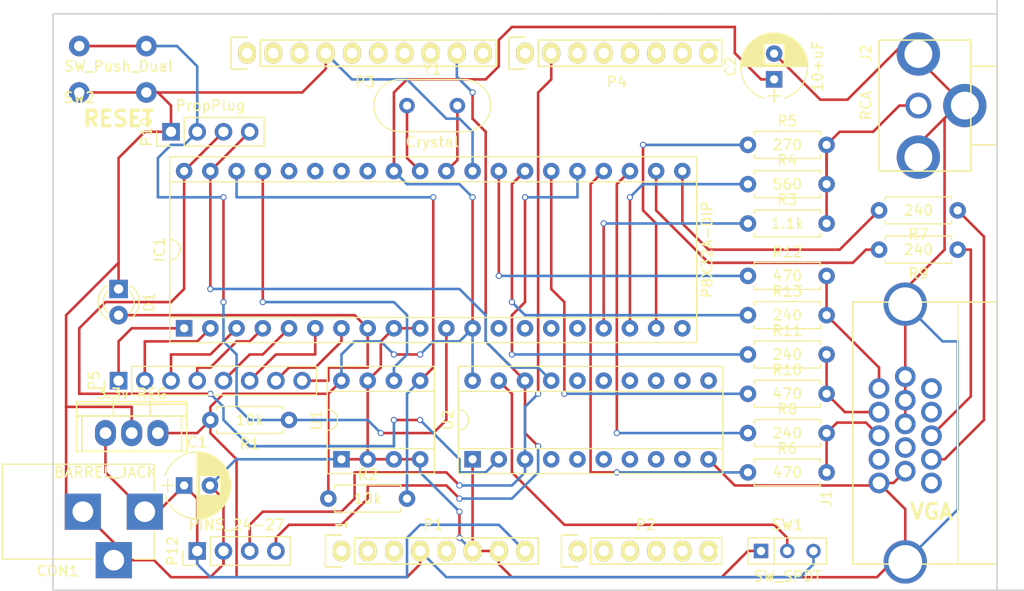
<source format=kicad_pcb>
(kicad_pcb (version 4) (host pcbnew 4.0.5)

  (general
    (links 95)
    (no_connects 0)
    (area 105.662999 70.409999 205.053001 127.710001)
    (thickness 1.6)
    (drawings 18)
    (tracks 369)
    (zones 0)
    (modules 33)
    (nets 90)
  )

  (page A4)
  (title_block
    (date "lun. 30 mars 2015")
  )

  (layers
    (0 F.Cu signal)
    (31 B.Cu signal)
    (32 B.Adhes user hide)
    (33 F.Adhes user hide)
    (34 B.Paste user hide)
    (35 F.Paste user hide)
    (36 B.SilkS user)
    (37 F.SilkS user)
    (38 B.Mask user)
    (39 F.Mask user)
    (40 Dwgs.User user hide)
    (41 Cmts.User user hide)
    (42 Eco1.User user)
    (43 Eco2.User user hide)
    (44 Edge.Cuts user)
    (45 Margin user)
    (46 B.CrtYd user hide)
    (47 F.CrtYd user)
    (48 B.Fab user)
    (49 F.Fab user)
  )

  (setup
    (last_trace_width 0.25)
    (trace_clearance 0.2)
    (zone_clearance 0.508)
    (zone_45_only yes)
    (trace_min 0.2)
    (segment_width 0.15)
    (edge_width 0.15)
    (via_size 0.6)
    (via_drill 0.4)
    (via_min_size 0.4)
    (via_min_drill 0.3)
    (uvia_size 0.3)
    (uvia_drill 0.1)
    (uvias_allowed no)
    (uvia_min_size 0.2)
    (uvia_min_drill 0.1)
    (pcb_text_width 0.3)
    (pcb_text_size 1.5 1.5)
    (mod_edge_width 0.15)
    (mod_text_size 1 1)
    (mod_text_width 0.15)
    (pad_size 1.7272 2.032)
    (pad_drill 1.016)
    (pad_to_mask_clearance 0)
    (aux_axis_origin 110.998 126.365)
    (grid_origin 110.998 126.365)
    (visible_elements 7FFDFE7F)
    (pcbplotparams
      (layerselection 0x20030_80000001)
      (usegerberextensions false)
      (excludeedgelayer true)
      (linewidth 0.100000)
      (plotframeref false)
      (viasonmask false)
      (mode 1)
      (useauxorigin false)
      (hpglpennumber 1)
      (hpglpenspeed 20)
      (hpglpendiameter 15)
      (hpglpenoverlay 2)
      (psnegative false)
      (psa4output false)
      (plotreference true)
      (plotvalue true)
      (plotinvisibletext false)
      (padsonsilk false)
      (subtractmaskfromsilk false)
      (outputformat 1)
      (mirror false)
      (drillshape 0)
      (scaleselection 1)
      (outputdirectory ""))
  )

  (net 0 "")
  (net 1 /IOREF)
  (net 2 /Reset)
  (net 3 GND)
  (net 4 /A0)
  (net 5 /A1)
  (net 6 /A2)
  (net 7 /A3)
  (net 8 /AREF)
  (net 9 "/A4(SDA)")
  (net 10 "/A5(SCL)")
  (net 11 /8)
  (net 12 /7)
  (net 13 "/5(**)")
  (net 14 /4)
  (net 15 "/3(**)")
  (net 16 /2)
  (net 17 "/13(SCK)")
  (net 18 "/10(**/SS)")
  (net 19 "Net-(P1-Pad1)")
  (net 20 +3V3)
  (net 21 "/12(MISO)")
  (net 22 "/11(**/MOSI)")
  (net 23 /VIN)
  (net 24 "Net-(D1-Pad2)")
  (net 25 "Net-(IC1-Pad1)")
  (net 26 /P16)
  (net 27 "Net-(IC1-Pad2)")
  (net 28 /P17)
  (net 29 "Net-(IC1-Pad3)")
  (net 30 /P18)
  (net 31 "Net-(IC1-Pad4)")
  (net 32 /P19)
  (net 33 "Net-(IC1-Pad5)")
  (net 34 /P20)
  (net 35 "Net-(IC1-Pad6)")
  (net 36 /P21)
  (net 37 "Net-(IC1-Pad7)")
  (net 38 /P22)
  (net 39 /P23)
  (net 40 "Net-(IC1-Pad30)")
  (net 41 "Net-(IC1-Pad11)")
  (net 42 "Net-(IC1-Pad31)")
  (net 43 "Net-(IC1-Pad13)")
  (net 44 "Net-(IC1-Pad33)")
  (net 45 "Net-(IC1-Pad14)")
  (net 46 "Net-(IC1-Pad34)")
  (net 47 "Net-(IC1-Pad15)")
  (net 48 "Net-(IC1-Pad35)")
  (net 49 "Net-(IC1-Pad16)")
  (net 50 "Net-(IC1-Pad36)")
  (net 51 "Net-(IC1-Pad17)")
  (net 52 "Net-(IC1-Pad37)")
  (net 53 "Net-(IC1-Pad18)")
  (net 54 "Net-(IC1-Pad38)")
  (net 55 "Net-(IC1-Pad19)")
  (net 56 "Net-(IC1-Pad39)")
  (net 57 "Net-(IC1-Pad20)")
  (net 58 "Net-(IC1-Pad40)")
  (net 59 "Net-(J1-Pad1)")
  (net 60 "Net-(J1-Pad2)")
  (net 61 "Net-(J1-Pad3)")
  (net 62 "Net-(J1-Pad4)")
  (net 63 "Net-(J1-Pad9)")
  (net 64 "Net-(J1-Pad11)")
  (net 65 "Net-(J1-Pad12)")
  (net 66 "Net-(J1-Pad13)")
  (net 67 "Net-(J1-Pad14)")
  (net 68 "Net-(J1-Pad15)")
  (net 69 "Net-(J2-Pad2)")
  (net 70 "Net-(P1-Pad5)")
  (net 71 /1)
  (net 72 /0)
  (net 73 "Net-(SW1-Pad2)")
  (net 74 "Net-(U2-Pad11)")
  (net 75 "Net-(U2-Pad12)")
  (net 76 "Net-(U2-Pad13)")
  (net 77 "Net-(U2-Pad4)")
  (net 78 "Net-(U2-Pad14)")
  (net 79 "Net-(U2-Pad5)")
  (net 80 "Net-(U2-Pad15)")
  (net 81 "Net-(U2-Pad6)")
  (net 82 "Net-(U2-Pad16)")
  (net 83 "Net-(U2-Pad7)")
  (net 84 "Net-(U2-Pad8)")
  (net 85 "Net-(U2-Pad9)")
  (net 86 "Net-(P3-Pad1)")
  (net 87 "Net-(P3-Pad2)")
  (net 88 /9)
  (net 89 /6)

  (net_class Default "This is the default net class."
    (clearance 0.2)
    (trace_width 0.25)
    (via_dia 0.6)
    (via_drill 0.4)
    (uvia_dia 0.3)
    (uvia_drill 0.1)
    (add_net +3V3)
    (add_net /0)
    (add_net /1)
    (add_net "/10(**/SS)")
    (add_net "/11(**/MOSI)")
    (add_net "/12(MISO)")
    (add_net "/13(SCK)")
    (add_net /2)
    (add_net "/3(**)")
    (add_net /4)
    (add_net "/5(**)")
    (add_net /6)
    (add_net /7)
    (add_net /8)
    (add_net /9)
    (add_net /A0)
    (add_net /A1)
    (add_net /A2)
    (add_net /A3)
    (add_net "/A4(SDA)")
    (add_net "/A5(SCL)")
    (add_net /AREF)
    (add_net /IOREF)
    (add_net /P16)
    (add_net /P17)
    (add_net /P18)
    (add_net /P19)
    (add_net /P20)
    (add_net /P21)
    (add_net /P22)
    (add_net /P23)
    (add_net /Reset)
    (add_net /VIN)
    (add_net GND)
    (add_net "Net-(D1-Pad2)")
    (add_net "Net-(IC1-Pad1)")
    (add_net "Net-(IC1-Pad11)")
    (add_net "Net-(IC1-Pad13)")
    (add_net "Net-(IC1-Pad14)")
    (add_net "Net-(IC1-Pad15)")
    (add_net "Net-(IC1-Pad16)")
    (add_net "Net-(IC1-Pad17)")
    (add_net "Net-(IC1-Pad18)")
    (add_net "Net-(IC1-Pad19)")
    (add_net "Net-(IC1-Pad2)")
    (add_net "Net-(IC1-Pad20)")
    (add_net "Net-(IC1-Pad3)")
    (add_net "Net-(IC1-Pad30)")
    (add_net "Net-(IC1-Pad31)")
    (add_net "Net-(IC1-Pad33)")
    (add_net "Net-(IC1-Pad34)")
    (add_net "Net-(IC1-Pad35)")
    (add_net "Net-(IC1-Pad36)")
    (add_net "Net-(IC1-Pad37)")
    (add_net "Net-(IC1-Pad38)")
    (add_net "Net-(IC1-Pad39)")
    (add_net "Net-(IC1-Pad4)")
    (add_net "Net-(IC1-Pad40)")
    (add_net "Net-(IC1-Pad5)")
    (add_net "Net-(IC1-Pad6)")
    (add_net "Net-(IC1-Pad7)")
    (add_net "Net-(J1-Pad1)")
    (add_net "Net-(J1-Pad11)")
    (add_net "Net-(J1-Pad12)")
    (add_net "Net-(J1-Pad13)")
    (add_net "Net-(J1-Pad14)")
    (add_net "Net-(J1-Pad15)")
    (add_net "Net-(J1-Pad2)")
    (add_net "Net-(J1-Pad3)")
    (add_net "Net-(J1-Pad4)")
    (add_net "Net-(J1-Pad9)")
    (add_net "Net-(J2-Pad2)")
    (add_net "Net-(P1-Pad1)")
    (add_net "Net-(P1-Pad5)")
    (add_net "Net-(P3-Pad1)")
    (add_net "Net-(P3-Pad2)")
    (add_net "Net-(SW1-Pad2)")
    (add_net "Net-(U2-Pad11)")
    (add_net "Net-(U2-Pad12)")
    (add_net "Net-(U2-Pad13)")
    (add_net "Net-(U2-Pad14)")
    (add_net "Net-(U2-Pad15)")
    (add_net "Net-(U2-Pad16)")
    (add_net "Net-(U2-Pad4)")
    (add_net "Net-(U2-Pad5)")
    (add_net "Net-(U2-Pad6)")
    (add_net "Net-(U2-Pad7)")
    (add_net "Net-(U2-Pad8)")
    (add_net "Net-(U2-Pad9)")
  )

  (module Socket_Arduino_Uno:Socket_Strip_Arduino_1x08 locked (layer F.Cu) (tedit 552168D2) (tstamp 551AF9EA)
    (at 138.938 123.825)
    (descr "Through hole socket strip")
    (tags "socket strip")
    (path /56D70129)
    (fp_text reference P1 (at 8.89 -2.54) (layer F.SilkS)
      (effects (font (size 1 1) (thickness 0.15)))
    )
    (fp_text value Power (at 8.89 -4.064) (layer F.Fab)
      (effects (font (size 1 1) (thickness 0.15)))
    )
    (fp_line (start -1.75 -1.75) (end -1.75 1.75) (layer F.CrtYd) (width 0.05))
    (fp_line (start 19.55 -1.75) (end 19.55 1.75) (layer F.CrtYd) (width 0.05))
    (fp_line (start -1.75 -1.75) (end 19.55 -1.75) (layer F.CrtYd) (width 0.05))
    (fp_line (start -1.75 1.75) (end 19.55 1.75) (layer F.CrtYd) (width 0.05))
    (fp_line (start 1.27 1.27) (end 19.05 1.27) (layer F.SilkS) (width 0.15))
    (fp_line (start 19.05 1.27) (end 19.05 -1.27) (layer F.SilkS) (width 0.15))
    (fp_line (start 19.05 -1.27) (end 1.27 -1.27) (layer F.SilkS) (width 0.15))
    (fp_line (start -1.55 1.55) (end 0 1.55) (layer F.SilkS) (width 0.15))
    (fp_line (start 1.27 1.27) (end 1.27 -1.27) (layer F.SilkS) (width 0.15))
    (fp_line (start 0 -1.55) (end -1.55 -1.55) (layer F.SilkS) (width 0.15))
    (fp_line (start -1.55 -1.55) (end -1.55 1.55) (layer F.SilkS) (width 0.15))
    (pad 1 thru_hole oval (at 0 0) (size 1.7272 2.032) (drill 1.016) (layers *.Cu *.Mask F.SilkS)
      (net 19 "Net-(P1-Pad1)"))
    (pad 2 thru_hole oval (at 2.54 0) (size 1.7272 2.032) (drill 1.016) (layers *.Cu *.Mask F.SilkS)
      (net 1 /IOREF))
    (pad 3 thru_hole oval (at 5.08 0) (size 1.7272 2.032) (drill 1.016) (layers *.Cu *.Mask F.SilkS)
      (net 2 /Reset))
    (pad 4 thru_hole oval (at 7.62 0) (size 1.7272 2.032) (drill 1.016) (layers *.Cu *.Mask F.SilkS)
      (net 20 +3V3))
    (pad 5 thru_hole oval (at 10.16 0) (size 1.7272 2.032) (drill 1.016) (layers *.Cu *.Mask F.SilkS)
      (net 70 "Net-(P1-Pad5)"))
    (pad 6 thru_hole oval (at 12.7 0) (size 1.7272 2.032) (drill 1.016) (layers *.Cu *.Mask F.SilkS)
      (net 3 GND))
    (pad 7 thru_hole oval (at 15.24 0) (size 1.7272 2.032) (drill 1.016) (layers *.Cu *.Mask F.SilkS)
      (net 3 GND))
    (pad 8 thru_hole oval (at 17.78 0) (size 1.7272 2.032) (drill 1.016) (layers *.Cu *.Mask F.SilkS)
      (net 23 /VIN))
    (model ${KIPRJMOD}/Socket_Arduino_Uno.3dshapes/Socket_header_Arduino_1x08.wrl
      (at (xyz 0.35 0 0))
      (scale (xyz 1 1 1))
      (rotate (xyz 0 0 180))
    )
  )

  (module Socket_Arduino_Uno:Socket_Strip_Arduino_1x06 locked (layer F.Cu) (tedit 58BCF0F7) (tstamp 551AF9FF)
    (at 161.798 123.825)
    (descr "Through hole socket strip")
    (tags "socket strip")
    (path /56D70DD8)
    (fp_text reference P2 (at 6.604 -2.54) (layer F.SilkS)
      (effects (font (size 1 1) (thickness 0.15)))
    )
    (fp_text value Analog (at 6.604 -4.064) (layer F.Fab)
      (effects (font (size 1 1) (thickness 0.15)))
    )
    (fp_line (start -1.75 -1.75) (end -1.75 1.75) (layer F.CrtYd) (width 0.05))
    (fp_line (start 14.45 -1.75) (end 14.45 1.75) (layer F.CrtYd) (width 0.05))
    (fp_line (start -1.75 -1.75) (end 14.45 -1.75) (layer F.CrtYd) (width 0.05))
    (fp_line (start -1.75 1.75) (end 14.45 1.75) (layer F.CrtYd) (width 0.05))
    (fp_line (start 1.27 1.27) (end 13.97 1.27) (layer F.SilkS) (width 0.15))
    (fp_line (start 13.97 1.27) (end 13.97 -1.27) (layer F.SilkS) (width 0.15))
    (fp_line (start 13.97 -1.27) (end 1.27 -1.27) (layer F.SilkS) (width 0.15))
    (fp_line (start -1.55 1.55) (end 0 1.55) (layer F.SilkS) (width 0.15))
    (fp_line (start 1.27 1.27) (end 1.27 -1.27) (layer F.SilkS) (width 0.15))
    (fp_line (start 0 -1.55) (end -1.55 -1.55) (layer F.SilkS) (width 0.15))
    (fp_line (start -1.55 -1.55) (end -1.55 1.55) (layer F.SilkS) (width 0.15))
    (pad 1 thru_hole oval (at 0 0) (size 1.7272 2.032) (drill 1.016) (layers *.Cu *.Mask F.SilkS)
      (net 4 /A0))
    (pad 2 thru_hole oval (at 2.54 0) (size 1.7272 2.032) (drill 1.016) (layers *.Cu *.Mask F.SilkS)
      (net 5 /A1))
    (pad 3 thru_hole oval (at 5.08 0) (size 1.7272 2.032) (drill 1.016) (layers *.Cu *.Mask F.SilkS)
      (net 6 /A2))
    (pad 4 thru_hole oval (at 7.62 0) (size 1.7272 2.032) (drill 1.016) (layers *.Cu *.Mask F.SilkS)
      (net 7 /A3))
    (pad 5 thru_hole oval (at 10.16 0) (size 1.7272 2.032) (drill 1.016) (layers *.Cu *.Mask F.SilkS)
      (net 9 "/A4(SDA)"))
    (pad 6 thru_hole oval (at 12.7 0) (size 1.7272 2.032) (drill 1.016) (layers *.Cu *.Mask F.SilkS)
      (net 10 "/A5(SCL)"))
    (model ${KIPRJMOD}/Socket_Arduino_Uno.3dshapes/Socket_header_Arduino_1x06.wrl
      (at (xyz 0.25 0 0))
      (scale (xyz 1 1 1))
      (rotate (xyz 0 0 180))
    )
  )

  (module Socket_Arduino_Uno:Socket_Strip_Arduino_1x10 locked (layer F.Cu) (tedit 552168BF) (tstamp 551AFA18)
    (at 129.794 75.565)
    (descr "Through hole socket strip")
    (tags "socket strip")
    (path /56D721E0)
    (fp_text reference P3 (at 11.43 2.794) (layer F.SilkS)
      (effects (font (size 1 1) (thickness 0.15)))
    )
    (fp_text value Digital (at 11.43 4.318) (layer F.Fab)
      (effects (font (size 1 1) (thickness 0.15)))
    )
    (fp_line (start -1.75 -1.75) (end -1.75 1.75) (layer F.CrtYd) (width 0.05))
    (fp_line (start 24.65 -1.75) (end 24.65 1.75) (layer F.CrtYd) (width 0.05))
    (fp_line (start -1.75 -1.75) (end 24.65 -1.75) (layer F.CrtYd) (width 0.05))
    (fp_line (start -1.75 1.75) (end 24.65 1.75) (layer F.CrtYd) (width 0.05))
    (fp_line (start 1.27 1.27) (end 24.13 1.27) (layer F.SilkS) (width 0.15))
    (fp_line (start 24.13 1.27) (end 24.13 -1.27) (layer F.SilkS) (width 0.15))
    (fp_line (start 24.13 -1.27) (end 1.27 -1.27) (layer F.SilkS) (width 0.15))
    (fp_line (start -1.55 1.55) (end 0 1.55) (layer F.SilkS) (width 0.15))
    (fp_line (start 1.27 1.27) (end 1.27 -1.27) (layer F.SilkS) (width 0.15))
    (fp_line (start 0 -1.55) (end -1.55 -1.55) (layer F.SilkS) (width 0.15))
    (fp_line (start -1.55 -1.55) (end -1.55 1.55) (layer F.SilkS) (width 0.15))
    (pad 1 thru_hole oval (at 0 0) (size 1.7272 2.032) (drill 1.016) (layers *.Cu *.Mask F.SilkS)
      (net 86 "Net-(P3-Pad1)"))
    (pad 2 thru_hole oval (at 2.54 0) (size 1.7272 2.032) (drill 1.016) (layers *.Cu *.Mask F.SilkS)
      (net 87 "Net-(P3-Pad2)"))
    (pad 3 thru_hole oval (at 5.08 0) (size 1.7272 2.032) (drill 1.016) (layers *.Cu *.Mask F.SilkS)
      (net 8 /AREF))
    (pad 4 thru_hole oval (at 7.62 0) (size 1.7272 2.032) (drill 1.016) (layers *.Cu *.Mask F.SilkS)
      (net 3 GND))
    (pad 5 thru_hole oval (at 10.16 0) (size 1.7272 2.032) (drill 1.016) (layers *.Cu *.Mask F.SilkS)
      (net 17 "/13(SCK)"))
    (pad 6 thru_hole oval (at 12.7 0) (size 1.7272 2.032) (drill 1.016) (layers *.Cu *.Mask F.SilkS)
      (net 21 "/12(MISO)"))
    (pad 7 thru_hole oval (at 15.24 0) (size 1.7272 2.032) (drill 1.016) (layers *.Cu *.Mask F.SilkS)
      (net 22 "/11(**/MOSI)"))
    (pad 8 thru_hole oval (at 17.78 0) (size 1.7272 2.032) (drill 1.016) (layers *.Cu *.Mask F.SilkS)
      (net 18 "/10(**/SS)"))
    (pad 9 thru_hole oval (at 20.32 0) (size 1.7272 2.032) (drill 1.016) (layers *.Cu *.Mask F.SilkS)
      (net 88 /9))
    (pad 10 thru_hole oval (at 22.86 0) (size 1.7272 2.032) (drill 1.016) (layers *.Cu *.Mask F.SilkS)
      (net 11 /8))
    (model ${KIPRJMOD}/Socket_Arduino_Uno.3dshapes/Socket_header_Arduino_1x10.wrl
      (at (xyz 0.45 0 0))
      (scale (xyz 1 1 1))
      (rotate (xyz 0 0 180))
    )
  )

  (module Socket_Arduino_Uno:Socket_Strip_Arduino_1x08 locked (layer F.Cu) (tedit 58CED6D4) (tstamp 551AFA2F)
    (at 156.718 75.565)
    (descr "Through hole socket strip")
    (tags "socket strip")
    (path /56D7164F)
    (fp_text reference P4 (at 8.89 2.794) (layer F.SilkS)
      (effects (font (size 1 1) (thickness 0.15)))
    )
    (fp_text value Digital (at 8.89 4.318) (layer F.Fab)
      (effects (font (size 1 1) (thickness 0.15)))
    )
    (fp_line (start -1.75 -1.75) (end -1.75 1.75) (layer F.CrtYd) (width 0.05))
    (fp_line (start 19.55 -1.75) (end 19.55 1.75) (layer F.CrtYd) (width 0.05))
    (fp_line (start -1.75 -1.75) (end 19.55 -1.75) (layer F.CrtYd) (width 0.05))
    (fp_line (start -1.75 1.75) (end 19.55 1.75) (layer F.CrtYd) (width 0.05))
    (fp_line (start 1.27 1.27) (end 19.05 1.27) (layer F.SilkS) (width 0.15))
    (fp_line (start 19.05 1.27) (end 19.05 -1.27) (layer F.SilkS) (width 0.15))
    (fp_line (start 19.05 -1.27) (end 1.27 -1.27) (layer F.SilkS) (width 0.15))
    (fp_line (start -1.55 1.55) (end 0 1.55) (layer F.SilkS) (width 0.15))
    (fp_line (start 1.27 1.27) (end 1.27 -1.27) (layer F.SilkS) (width 0.15))
    (fp_line (start 0 -1.55) (end -1.55 -1.55) (layer F.SilkS) (width 0.15))
    (fp_line (start -1.55 -1.55) (end -1.55 1.55) (layer F.SilkS) (width 0.15))
    (pad 1 thru_hole oval (at 0 0) (size 1.7272 2.032) (drill 1.016) (layers *.Cu *.Mask F.SilkS)
      (net 12 /7))
    (pad 2 thru_hole oval (at 2.54 0) (size 1.7272 2.032) (drill 1.016) (layers *.Cu *.Mask F.SilkS)
      (net 89 /6))
    (pad 3 thru_hole oval (at 5.08 0) (size 1.7272 2.032) (drill 1.016) (layers *.Cu *.Mask F.SilkS)
      (net 13 "/5(**)"))
    (pad 4 thru_hole oval (at 7.62 0) (size 1.7272 2.032) (drill 1.016) (layers *.Cu *.Mask F.SilkS)
      (net 14 /4))
    (pad 5 thru_hole oval (at 10.16 0) (size 1.7272 2.032) (drill 1.016) (layers *.Cu *.Mask F.SilkS)
      (net 15 "/3(**)"))
    (pad 6 thru_hole oval (at 12.7 0) (size 1.7272 2.032) (drill 1.016) (layers *.Cu *.Mask F.SilkS)
      (net 16 /2))
    (pad 7 thru_hole oval (at 15.24 0) (size 1.7272 2.032) (drill 1.016) (layers *.Cu *.Mask F.SilkS)
      (net 71 /1))
    (pad 8 thru_hole oval (at 17.78 0) (size 1.7272 2.032) (drill 1.016) (layers *.Cu *.Mask F.SilkS)
      (net 72 /0))
    (model ${KIPRJMOD}/Socket_Arduino_Uno.3dshapes/Socket_header_Arduino_1x08.wrl
      (at (xyz 0.35 0 0))
      (scale (xyz 1 1 1))
      (rotate (xyz 0 0 180))
    )
  )

  (module LEDs:LED_D3.0mm (layer F.Cu) (tedit 587A3A7B) (tstamp 58BCA875)
    (at 117.348 98.425 270)
    (descr "LED, diameter 3.0mm, 2 pins")
    (tags "LED diameter 3.0mm 2 pins")
    (path /58BCD3B9)
    (fp_text reference D1 (at 1.27 -2.96 270) (layer F.SilkS)
      (effects (font (size 1 1) (thickness 0.15)))
    )
    (fp_text value LED_ALT (at 1.27 2.96 270) (layer F.Fab)
      (effects (font (size 1 1) (thickness 0.15)))
    )
    (fp_arc (start 1.27 0) (end -0.23 -1.16619) (angle 284.3) (layer F.Fab) (width 0.1))
    (fp_arc (start 1.27 0) (end -0.29 -1.235516) (angle 108.8) (layer F.SilkS) (width 0.12))
    (fp_arc (start 1.27 0) (end -0.29 1.235516) (angle -108.8) (layer F.SilkS) (width 0.12))
    (fp_arc (start 1.27 0) (end 0.229039 -1.08) (angle 87.9) (layer F.SilkS) (width 0.12))
    (fp_arc (start 1.27 0) (end 0.229039 1.08) (angle -87.9) (layer F.SilkS) (width 0.12))
    (fp_circle (center 1.27 0) (end 2.77 0) (layer F.Fab) (width 0.1))
    (fp_line (start -0.23 -1.16619) (end -0.23 1.16619) (layer F.Fab) (width 0.1))
    (fp_line (start -0.29 -1.236) (end -0.29 -1.08) (layer F.SilkS) (width 0.12))
    (fp_line (start -0.29 1.08) (end -0.29 1.236) (layer F.SilkS) (width 0.12))
    (fp_line (start -1.15 -2.25) (end -1.15 2.25) (layer F.CrtYd) (width 0.05))
    (fp_line (start -1.15 2.25) (end 3.7 2.25) (layer F.CrtYd) (width 0.05))
    (fp_line (start 3.7 2.25) (end 3.7 -2.25) (layer F.CrtYd) (width 0.05))
    (fp_line (start 3.7 -2.25) (end -1.15 -2.25) (layer F.CrtYd) (width 0.05))
    (pad 1 thru_hole rect (at 0 0 270) (size 1.8 1.8) (drill 0.9) (layers *.Cu *.Mask)
      (net 3 GND))
    (pad 2 thru_hole circle (at 2.54 0 270) (size 1.8 1.8) (drill 0.9) (layers *.Cu *.Mask)
      (net 24 "Net-(D1-Pad2)"))
    (model LEDs.3dshapes/LED_D3.0mm.wrl
      (at (xyz 0 0 0))
      (scale (xyz 0.393701 0.393701 0.393701))
      (rotate (xyz 0 0 0))
    )
  )

  (module Housings_DIP:DIP-40_W15.24mm_Socket (layer F.Cu) (tedit 58BCF39D) (tstamp 58BCA8A1)
    (at 123.698 102.235 90)
    (descr "40-lead dip package, row spacing 15.24 mm (600 mils), Socket")
    (tags "DIL DIP PDIP 2.54mm 15.24mm 600mil Socket")
    (path /58BCA25C)
    (fp_text reference IC1 (at 7.62 -2.39 90) (layer F.SilkS)
      (effects (font (size 1 1) (thickness 0.15)))
    )
    (fp_text value P8X32A-DIP (at 7.62 50.65 90) (layer F.SilkS)
      (effects (font (size 1 1) (thickness 0.15)))
    )
    (fp_arc (start 7.62 -1.39) (end 6.62 -1.39) (angle -180) (layer F.SilkS) (width 0.12))
    (fp_line (start 1.255 -1.27) (end 14.985 -1.27) (layer F.Fab) (width 0.1))
    (fp_line (start 14.985 -1.27) (end 14.985 49.53) (layer F.Fab) (width 0.1))
    (fp_line (start 14.985 49.53) (end 0.255 49.53) (layer F.Fab) (width 0.1))
    (fp_line (start 0.255 49.53) (end 0.255 -0.27) (layer F.Fab) (width 0.1))
    (fp_line (start 0.255 -0.27) (end 1.255 -1.27) (layer F.Fab) (width 0.1))
    (fp_line (start -1.27 -1.27) (end -1.27 49.53) (layer F.Fab) (width 0.1))
    (fp_line (start -1.27 49.53) (end 16.51 49.53) (layer F.Fab) (width 0.1))
    (fp_line (start 16.51 49.53) (end 16.51 -1.27) (layer F.Fab) (width 0.1))
    (fp_line (start 16.51 -1.27) (end -1.27 -1.27) (layer F.Fab) (width 0.1))
    (fp_line (start 6.62 -1.39) (end 1.04 -1.39) (layer F.SilkS) (width 0.12))
    (fp_line (start 1.04 -1.39) (end 1.04 49.65) (layer F.SilkS) (width 0.12))
    (fp_line (start 1.04 49.65) (end 14.2 49.65) (layer F.SilkS) (width 0.12))
    (fp_line (start 14.2 49.65) (end 14.2 -1.39) (layer F.SilkS) (width 0.12))
    (fp_line (start 14.2 -1.39) (end 8.62 -1.39) (layer F.SilkS) (width 0.12))
    (fp_line (start -1.39 -1.39) (end -1.39 49.65) (layer F.SilkS) (width 0.12))
    (fp_line (start -1.39 49.65) (end 16.63 49.65) (layer F.SilkS) (width 0.12))
    (fp_line (start 16.63 49.65) (end 16.63 -1.39) (layer F.SilkS) (width 0.12))
    (fp_line (start 16.63 -1.39) (end -1.39 -1.39) (layer F.SilkS) (width 0.12))
    (fp_line (start -1.7 -1.7) (end -1.7 49.9) (layer F.CrtYd) (width 0.05))
    (fp_line (start -1.7 49.9) (end 16.9 49.9) (layer F.CrtYd) (width 0.05))
    (fp_line (start 16.9 49.9) (end 16.9 -1.7) (layer F.CrtYd) (width 0.05))
    (fp_line (start 16.9 -1.7) (end -1.7 -1.7) (layer F.CrtYd) (width 0.05))
    (pad 1 thru_hole rect (at 0 0 90) (size 1.6 1.6) (drill 0.8) (layers *.Cu *.Mask)
      (net 25 "Net-(IC1-Pad1)"))
    (pad 21 thru_hole oval (at 15.24 48.26 90) (size 1.6 1.6) (drill 0.8) (layers *.Cu *.Mask)
      (net 26 /P16))
    (pad 2 thru_hole oval (at 0 2.54 90) (size 1.6 1.6) (drill 0.8) (layers *.Cu *.Mask)
      (net 27 "Net-(IC1-Pad2)"))
    (pad 22 thru_hole oval (at 15.24 45.72 90) (size 1.6 1.6) (drill 0.8) (layers *.Cu *.Mask)
      (net 28 /P17))
    (pad 3 thru_hole oval (at 0 5.08 90) (size 1.6 1.6) (drill 0.8) (layers *.Cu *.Mask)
      (net 29 "Net-(IC1-Pad3)"))
    (pad 23 thru_hole oval (at 15.24 43.18 90) (size 1.6 1.6) (drill 0.8) (layers *.Cu *.Mask)
      (net 30 /P18))
    (pad 4 thru_hole oval (at 0 7.62 90) (size 1.6 1.6) (drill 0.8) (layers *.Cu *.Mask)
      (net 31 "Net-(IC1-Pad4)"))
    (pad 24 thru_hole oval (at 15.24 40.64 90) (size 1.6 1.6) (drill 0.8) (layers *.Cu *.Mask)
      (net 32 /P19))
    (pad 5 thru_hole oval (at 0 10.16 90) (size 1.6 1.6) (drill 0.8) (layers *.Cu *.Mask)
      (net 33 "Net-(IC1-Pad5)"))
    (pad 25 thru_hole oval (at 15.24 38.1 90) (size 1.6 1.6) (drill 0.8) (layers *.Cu *.Mask)
      (net 34 /P20))
    (pad 6 thru_hole oval (at 0 12.7 90) (size 1.6 1.6) (drill 0.8) (layers *.Cu *.Mask)
      (net 35 "Net-(IC1-Pad6)"))
    (pad 26 thru_hole oval (at 15.24 35.56 90) (size 1.6 1.6) (drill 0.8) (layers *.Cu *.Mask)
      (net 36 /P21))
    (pad 7 thru_hole oval (at 0 15.24 90) (size 1.6 1.6) (drill 0.8) (layers *.Cu *.Mask)
      (net 37 "Net-(IC1-Pad7)"))
    (pad 27 thru_hole oval (at 15.24 33.02 90) (size 1.6 1.6) (drill 0.8) (layers *.Cu *.Mask)
      (net 38 /P22))
    (pad 8 thru_hole oval (at 0 17.78 90) (size 1.6 1.6) (drill 0.8) (layers *.Cu *.Mask)
      (net 24 "Net-(D1-Pad2)"))
    (pad 28 thru_hole oval (at 15.24 30.48 90) (size 1.6 1.6) (drill 0.8) (layers *.Cu *.Mask)
      (net 39 /P23))
    (pad 9 thru_hole oval (at 0 20.32 90) (size 1.6 1.6) (drill 0.8) (layers *.Cu *.Mask)
      (net 3 GND))
    (pad 29 thru_hole oval (at 15.24 27.94 90) (size 1.6 1.6) (drill 0.8) (layers *.Cu *.Mask)
      (net 3 GND))
    (pad 10 thru_hole oval (at 0 22.86 90) (size 1.6 1.6) (drill 0.8) (layers *.Cu *.Mask)
      (net 3 GND))
    (pad 30 thru_hole oval (at 15.24 25.4 90) (size 1.6 1.6) (drill 0.8) (layers *.Cu *.Mask)
      (net 40 "Net-(IC1-Pad30)"))
    (pad 11 thru_hole oval (at 0 25.4 90) (size 1.6 1.6) (drill 0.8) (layers *.Cu *.Mask)
      (net 41 "Net-(IC1-Pad11)"))
    (pad 31 thru_hole oval (at 15.24 22.86 90) (size 1.6 1.6) (drill 0.8) (layers *.Cu *.Mask)
      (net 42 "Net-(IC1-Pad31)"))
    (pad 12 thru_hole oval (at 0 27.94 90) (size 1.6 1.6) (drill 0.8) (layers *.Cu *.Mask)
      (net 20 +3V3))
    (pad 32 thru_hole oval (at 15.24 20.32 90) (size 1.6 1.6) (drill 0.8) (layers *.Cu *.Mask)
      (net 20 +3V3))
    (pad 13 thru_hole oval (at 0 30.48 90) (size 1.6 1.6) (drill 0.8) (layers *.Cu *.Mask)
      (net 43 "Net-(IC1-Pad13)"))
    (pad 33 thru_hole oval (at 15.24 17.78 90) (size 1.6 1.6) (drill 0.8) (layers *.Cu *.Mask)
      (net 44 "Net-(IC1-Pad33)"))
    (pad 14 thru_hole oval (at 0 33.02 90) (size 1.6 1.6) (drill 0.8) (layers *.Cu *.Mask)
      (net 45 "Net-(IC1-Pad14)"))
    (pad 34 thru_hole oval (at 15.24 15.24 90) (size 1.6 1.6) (drill 0.8) (layers *.Cu *.Mask)
      (net 46 "Net-(IC1-Pad34)"))
    (pad 15 thru_hole oval (at 0 35.56 90) (size 1.6 1.6) (drill 0.8) (layers *.Cu *.Mask)
      (net 47 "Net-(IC1-Pad15)"))
    (pad 35 thru_hole oval (at 15.24 12.7 90) (size 1.6 1.6) (drill 0.8) (layers *.Cu *.Mask)
      (net 48 "Net-(IC1-Pad35)"))
    (pad 16 thru_hole oval (at 0 38.1 90) (size 1.6 1.6) (drill 0.8) (layers *.Cu *.Mask)
      (net 49 "Net-(IC1-Pad16)"))
    (pad 36 thru_hole oval (at 15.24 10.16 90) (size 1.6 1.6) (drill 0.8) (layers *.Cu *.Mask)
      (net 50 "Net-(IC1-Pad36)"))
    (pad 17 thru_hole oval (at 0 40.64 90) (size 1.6 1.6) (drill 0.8) (layers *.Cu *.Mask)
      (net 51 "Net-(IC1-Pad17)"))
    (pad 37 thru_hole oval (at 15.24 7.62 90) (size 1.6 1.6) (drill 0.8) (layers *.Cu *.Mask)
      (net 52 "Net-(IC1-Pad37)"))
    (pad 18 thru_hole oval (at 0 43.18 90) (size 1.6 1.6) (drill 0.8) (layers *.Cu *.Mask)
      (net 53 "Net-(IC1-Pad18)"))
    (pad 38 thru_hole oval (at 15.24 5.08 90) (size 1.6 1.6) (drill 0.8) (layers *.Cu *.Mask)
      (net 54 "Net-(IC1-Pad38)"))
    (pad 19 thru_hole oval (at 0 45.72 90) (size 1.6 1.6) (drill 0.8) (layers *.Cu *.Mask)
      (net 55 "Net-(IC1-Pad19)"))
    (pad 39 thru_hole oval (at 15.24 2.54 90) (size 1.6 1.6) (drill 0.8) (layers *.Cu *.Mask)
      (net 56 "Net-(IC1-Pad39)"))
    (pad 20 thru_hole oval (at 0 48.26 90) (size 1.6 1.6) (drill 0.8) (layers *.Cu *.Mask)
      (net 57 "Net-(IC1-Pad20)"))
    (pad 40 thru_hole oval (at 15.24 0 90) (size 1.6 1.6) (drill 0.8) (layers *.Cu *.Mask)
      (net 58 "Net-(IC1-Pad40)"))
    (model Housings_DIP.3dshapes/DIP-40_W15.24mm_Socket.wrl
      (at (xyz 0 0 0))
      (scale (xyz 1 1 1))
      (rotate (xyz 0 0 0))
    )
  )

  (module Housings_DIP:DIP-8_W7.62mm_Socket (layer F.Cu) (tedit 586281B4) (tstamp 58BCA953)
    (at 138.938 114.935 90)
    (descr "8-lead dip package, row spacing 7.62 mm (300 mils), Socket")
    (tags "DIL DIP PDIP 2.54mm 7.62mm 300mil Socket")
    (path /58BCA4C6)
    (fp_text reference U1 (at 3.81 -2.39 90) (layer F.SilkS)
      (effects (font (size 1 1) (thickness 0.15)))
    )
    (fp_text value 24LC256 (at 3.81 10.01 90) (layer F.Fab)
      (effects (font (size 1 1) (thickness 0.15)))
    )
    (fp_arc (start 3.81 -1.39) (end 2.81 -1.39) (angle -180) (layer F.SilkS) (width 0.12))
    (fp_line (start 1.635 -1.27) (end 6.985 -1.27) (layer F.Fab) (width 0.1))
    (fp_line (start 6.985 -1.27) (end 6.985 8.89) (layer F.Fab) (width 0.1))
    (fp_line (start 6.985 8.89) (end 0.635 8.89) (layer F.Fab) (width 0.1))
    (fp_line (start 0.635 8.89) (end 0.635 -0.27) (layer F.Fab) (width 0.1))
    (fp_line (start 0.635 -0.27) (end 1.635 -1.27) (layer F.Fab) (width 0.1))
    (fp_line (start -1.27 -1.27) (end -1.27 8.89) (layer F.Fab) (width 0.1))
    (fp_line (start -1.27 8.89) (end 8.89 8.89) (layer F.Fab) (width 0.1))
    (fp_line (start 8.89 8.89) (end 8.89 -1.27) (layer F.Fab) (width 0.1))
    (fp_line (start 8.89 -1.27) (end -1.27 -1.27) (layer F.Fab) (width 0.1))
    (fp_line (start 2.81 -1.39) (end 1.04 -1.39) (layer F.SilkS) (width 0.12))
    (fp_line (start 1.04 -1.39) (end 1.04 9.01) (layer F.SilkS) (width 0.12))
    (fp_line (start 1.04 9.01) (end 6.58 9.01) (layer F.SilkS) (width 0.12))
    (fp_line (start 6.58 9.01) (end 6.58 -1.39) (layer F.SilkS) (width 0.12))
    (fp_line (start 6.58 -1.39) (end 4.81 -1.39) (layer F.SilkS) (width 0.12))
    (fp_line (start -1.39 -1.39) (end -1.39 9.01) (layer F.SilkS) (width 0.12))
    (fp_line (start -1.39 9.01) (end 9.01 9.01) (layer F.SilkS) (width 0.12))
    (fp_line (start 9.01 9.01) (end 9.01 -1.39) (layer F.SilkS) (width 0.12))
    (fp_line (start 9.01 -1.39) (end -1.39 -1.39) (layer F.SilkS) (width 0.12))
    (fp_line (start -1.7 -1.7) (end -1.7 9.3) (layer F.CrtYd) (width 0.05))
    (fp_line (start -1.7 9.3) (end 9.3 9.3) (layer F.CrtYd) (width 0.05))
    (fp_line (start 9.3 9.3) (end 9.3 -1.7) (layer F.CrtYd) (width 0.05))
    (fp_line (start 9.3 -1.7) (end -1.7 -1.7) (layer F.CrtYd) (width 0.05))
    (pad 1 thru_hole rect (at 0 0 90) (size 1.6 1.6) (drill 0.8) (layers *.Cu *.Mask)
      (net 3 GND))
    (pad 5 thru_hole oval (at 7.62 7.62 90) (size 1.6 1.6) (drill 0.8) (layers *.Cu *.Mask)
      (net 54 "Net-(IC1-Pad38)"))
    (pad 2 thru_hole oval (at 0 2.54 90) (size 1.6 1.6) (drill 0.8) (layers *.Cu *.Mask)
      (net 3 GND))
    (pad 6 thru_hole oval (at 7.62 5.08 90) (size 1.6 1.6) (drill 0.8) (layers *.Cu *.Mask)
      (net 52 "Net-(IC1-Pad37)"))
    (pad 3 thru_hole oval (at 0 5.08 90) (size 1.6 1.6) (drill 0.8) (layers *.Cu *.Mask)
      (net 3 GND))
    (pad 7 thru_hole oval (at 7.62 2.54 90) (size 1.6 1.6) (drill 0.8) (layers *.Cu *.Mask)
      (net 3 GND))
    (pad 4 thru_hole oval (at 0 7.62 90) (size 1.6 1.6) (drill 0.8) (layers *.Cu *.Mask)
      (net 3 GND))
    (pad 8 thru_hole oval (at 7.62 0 90) (size 1.6 1.6) (drill 0.8) (layers *.Cu *.Mask)
      (net 20 +3V3))
    (model Housings_DIP.3dshapes/DIP-8_W7.62mm_Socket.wrl
      (at (xyz 0 0 0))
      (scale (xyz 1 1 1))
      (rotate (xyz 0 0 0))
    )
  )

  (module Housings_DIP:DIP-20_W7.62mm_Socket (layer F.Cu) (tedit 586281B5) (tstamp 58BCA96B)
    (at 151.638 114.935 90)
    (descr "20-lead dip package, row spacing 7.62 mm (300 mils), Socket")
    (tags "DIL DIP PDIP 2.54mm 7.62mm 300mil Socket")
    (path /58BCA2CB)
    (fp_text reference U2 (at 3.81 -2.39 90) (layer F.SilkS)
      (effects (font (size 1 1) (thickness 0.15)))
    )
    (fp_text value 74LS245 (at 3.81 25.25 90) (layer F.Fab)
      (effects (font (size 1 1) (thickness 0.15)))
    )
    (fp_arc (start 3.81 -1.39) (end 2.81 -1.39) (angle -180) (layer F.SilkS) (width 0.12))
    (fp_line (start 1.635 -1.27) (end 6.985 -1.27) (layer F.Fab) (width 0.1))
    (fp_line (start 6.985 -1.27) (end 6.985 24.13) (layer F.Fab) (width 0.1))
    (fp_line (start 6.985 24.13) (end 0.635 24.13) (layer F.Fab) (width 0.1))
    (fp_line (start 0.635 24.13) (end 0.635 -0.27) (layer F.Fab) (width 0.1))
    (fp_line (start 0.635 -0.27) (end 1.635 -1.27) (layer F.Fab) (width 0.1))
    (fp_line (start -1.27 -1.27) (end -1.27 24.13) (layer F.Fab) (width 0.1))
    (fp_line (start -1.27 24.13) (end 8.89 24.13) (layer F.Fab) (width 0.1))
    (fp_line (start 8.89 24.13) (end 8.89 -1.27) (layer F.Fab) (width 0.1))
    (fp_line (start 8.89 -1.27) (end -1.27 -1.27) (layer F.Fab) (width 0.1))
    (fp_line (start 2.81 -1.39) (end 1.04 -1.39) (layer F.SilkS) (width 0.12))
    (fp_line (start 1.04 -1.39) (end 1.04 24.25) (layer F.SilkS) (width 0.12))
    (fp_line (start 1.04 24.25) (end 6.58 24.25) (layer F.SilkS) (width 0.12))
    (fp_line (start 6.58 24.25) (end 6.58 -1.39) (layer F.SilkS) (width 0.12))
    (fp_line (start 6.58 -1.39) (end 4.81 -1.39) (layer F.SilkS) (width 0.12))
    (fp_line (start -1.39 -1.39) (end -1.39 24.25) (layer F.SilkS) (width 0.12))
    (fp_line (start -1.39 24.25) (end 9.01 24.25) (layer F.SilkS) (width 0.12))
    (fp_line (start 9.01 24.25) (end 9.01 -1.39) (layer F.SilkS) (width 0.12))
    (fp_line (start 9.01 -1.39) (end -1.39 -1.39) (layer F.SilkS) (width 0.12))
    (fp_line (start -1.7 -1.7) (end -1.7 24.5) (layer F.CrtYd) (width 0.05))
    (fp_line (start -1.7 24.5) (end 9.3 24.5) (layer F.CrtYd) (width 0.05))
    (fp_line (start 9.3 24.5) (end 9.3 -1.7) (layer F.CrtYd) (width 0.05))
    (fp_line (start 9.3 -1.7) (end -1.7 -1.7) (layer F.CrtYd) (width 0.05))
    (pad 1 thru_hole rect (at 0 0 90) (size 1.6 1.6) (drill 0.8) (layers *.Cu *.Mask)
      (net 3 GND))
    (pad 11 thru_hole oval (at 7.62 22.86 90) (size 1.6 1.6) (drill 0.8) (layers *.Cu *.Mask)
      (net 74 "Net-(U2-Pad11)"))
    (pad 2 thru_hole oval (at 0 2.54 90) (size 1.6 1.6) (drill 0.8) (layers *.Cu *.Mask)
      (net 58 "Net-(IC1-Pad40)"))
    (pad 12 thru_hole oval (at 7.62 20.32 90) (size 1.6 1.6) (drill 0.8) (layers *.Cu *.Mask)
      (net 75 "Net-(U2-Pad12)"))
    (pad 3 thru_hole oval (at 0 5.08 90) (size 1.6 1.6) (drill 0.8) (layers *.Cu *.Mask)
      (net 89 /6))
    (pad 13 thru_hole oval (at 7.62 17.78 90) (size 1.6 1.6) (drill 0.8) (layers *.Cu *.Mask)
      (net 76 "Net-(U2-Pad13)"))
    (pad 4 thru_hole oval (at 0 7.62 90) (size 1.6 1.6) (drill 0.8) (layers *.Cu *.Mask)
      (net 77 "Net-(U2-Pad4)"))
    (pad 14 thru_hole oval (at 7.62 15.24 90) (size 1.6 1.6) (drill 0.8) (layers *.Cu *.Mask)
      (net 78 "Net-(U2-Pad14)"))
    (pad 5 thru_hole oval (at 0 10.16 90) (size 1.6 1.6) (drill 0.8) (layers *.Cu *.Mask)
      (net 79 "Net-(U2-Pad5)"))
    (pad 15 thru_hole oval (at 7.62 12.7 90) (size 1.6 1.6) (drill 0.8) (layers *.Cu *.Mask)
      (net 80 "Net-(U2-Pad15)"))
    (pad 6 thru_hole oval (at 0 12.7 90) (size 1.6 1.6) (drill 0.8) (layers *.Cu *.Mask)
      (net 81 "Net-(U2-Pad6)"))
    (pad 16 thru_hole oval (at 7.62 10.16 90) (size 1.6 1.6) (drill 0.8) (layers *.Cu *.Mask)
      (net 82 "Net-(U2-Pad16)"))
    (pad 7 thru_hole oval (at 0 15.24 90) (size 1.6 1.6) (drill 0.8) (layers *.Cu *.Mask)
      (net 83 "Net-(U2-Pad7)"))
    (pad 17 thru_hole oval (at 7.62 7.62 90) (size 1.6 1.6) (drill 0.8) (layers *.Cu *.Mask)
      (net 56 "Net-(IC1-Pad39)"))
    (pad 8 thru_hole oval (at 0 17.78 90) (size 1.6 1.6) (drill 0.8) (layers *.Cu *.Mask)
      (net 84 "Net-(U2-Pad8)"))
    (pad 18 thru_hole oval (at 7.62 5.08 90) (size 1.6 1.6) (drill 0.8) (layers *.Cu *.Mask)
      (net 88 /9))
    (pad 9 thru_hole oval (at 0 20.32 90) (size 1.6 1.6) (drill 0.8) (layers *.Cu *.Mask)
      (net 85 "Net-(U2-Pad9)"))
    (pad 19 thru_hole oval (at 7.62 2.54 90) (size 1.6 1.6) (drill 0.8) (layers *.Cu *.Mask)
      (net 73 "Net-(SW1-Pad2)"))
    (pad 10 thru_hole oval (at 0 22.86 90) (size 1.6 1.6) (drill 0.8) (layers *.Cu *.Mask)
      (net 3 GND))
    (pad 20 thru_hole oval (at 7.62 0 90) (size 1.6 1.6) (drill 0.8) (layers *.Cu *.Mask)
      (net 20 +3V3))
    (model Housings_DIP.3dshapes/DIP-20_W7.62mm_Socket.wrl
      (at (xyz 0 0 0))
      (scale (xyz 1 1 1))
      (rotate (xyz 0 0 0))
    )
  )

  (module Power_Integrations:TO-220 (layer F.Cu) (tedit 58CC9C22) (tstamp 58BCA972)
    (at 118.618 112.395)
    (descr "Non Isolated JEDEC TO-220 Package")
    (tags "Power Integration YN Package")
    (path /58BCA748)
    (fp_text reference U3 (at 0 -4.318) (layer F.Fab)
      (effects (font (size 1 1) (thickness 0.15)))
    )
    (fp_text value "3.3v REG" (at 0 -3.81) (layer F.SilkS)
      (effects (font (size 1 1) (thickness 0.15)))
    )
    (fp_line (start 4.826 -1.651) (end 4.826 1.778) (layer F.SilkS) (width 0.15))
    (fp_line (start -4.826 -1.651) (end -4.826 1.778) (layer F.SilkS) (width 0.15))
    (fp_line (start 5.334 -2.794) (end -5.334 -2.794) (layer F.SilkS) (width 0.15))
    (fp_line (start 1.778 -1.778) (end 1.778 -3.048) (layer F.SilkS) (width 0.15))
    (fp_line (start -1.778 -1.778) (end -1.778 -3.048) (layer F.SilkS) (width 0.15))
    (fp_line (start -5.334 -1.651) (end 5.334 -1.651) (layer F.SilkS) (width 0.15))
    (fp_line (start 5.334 1.778) (end -5.334 1.778) (layer F.SilkS) (width 0.15))
    (fp_line (start -5.334 -3.048) (end -5.334 1.778) (layer F.SilkS) (width 0.15))
    (fp_line (start 5.334 -3.048) (end 5.334 1.778) (layer F.SilkS) (width 0.15))
    (fp_line (start 5.334 -3.048) (end -5.334 -3.048) (layer F.SilkS) (width 0.15))
    (pad 2 thru_hole oval (at 0 0) (size 2.032 2.54) (drill 1.143) (layers *.Cu *.Mask)
      (net 3 GND))
    (pad 3 thru_hole oval (at 2.54 0) (size 2.032 2.54) (drill 1.143) (layers *.Cu *.Mask)
      (net 20 +3V3))
    (pad 1 thru_hole oval (at -2.54 0) (size 2.032 2.54) (drill 1.143) (layers *.Cu *.Mask)
      (net 23 /VIN))
  )

  (module Crystals:Crystal_HC49-U_Vertical (layer F.Cu) (tedit 58BCF504) (tstamp 58BCA978)
    (at 145.288 80.645)
    (descr "Crystal THT HC-49/U http://5hertz.com/pdfs/04404_D.pdf")
    (tags "THT crystalHC-49/U")
    (path /58BD1195)
    (fp_text reference Y1 (at 2.44 -3.525) (layer F.SilkS)
      (effects (font (size 1 1) (thickness 0.15)))
    )
    (fp_text value Crystal (at 2.44 3.525) (layer F.SilkS)
      (effects (font (size 1 1) (thickness 0.15)))
    )
    (fp_arc (start -0.685 0) (end -0.685 -2.325) (angle -180) (layer F.Fab) (width 0.1))
    (fp_arc (start 5.565 0) (end 5.565 -2.325) (angle 180) (layer F.Fab) (width 0.1))
    (fp_arc (start -0.56 0) (end -0.56 -2) (angle -180) (layer F.Fab) (width 0.1))
    (fp_arc (start 5.44 0) (end 5.44 -2) (angle 180) (layer F.Fab) (width 0.1))
    (fp_arc (start -0.685 0) (end -0.685 -2.525) (angle -180) (layer F.SilkS) (width 0.12))
    (fp_arc (start 5.565 0) (end 5.565 -2.525) (angle 180) (layer F.SilkS) (width 0.12))
    (fp_line (start -0.685 -2.325) (end 5.565 -2.325) (layer F.Fab) (width 0.1))
    (fp_line (start -0.685 2.325) (end 5.565 2.325) (layer F.Fab) (width 0.1))
    (fp_line (start -0.56 -2) (end 5.44 -2) (layer F.Fab) (width 0.1))
    (fp_line (start -0.56 2) (end 5.44 2) (layer F.Fab) (width 0.1))
    (fp_line (start -0.685 -2.525) (end 5.565 -2.525) (layer F.SilkS) (width 0.12))
    (fp_line (start -0.685 2.525) (end 5.565 2.525) (layer F.SilkS) (width 0.12))
    (fp_line (start -3.5 -2.8) (end -3.5 2.8) (layer F.CrtYd) (width 0.05))
    (fp_line (start -3.5 2.8) (end 8.4 2.8) (layer F.CrtYd) (width 0.05))
    (fp_line (start 8.4 2.8) (end 8.4 -2.8) (layer F.CrtYd) (width 0.05))
    (fp_line (start 8.4 -2.8) (end -3.5 -2.8) (layer F.CrtYd) (width 0.05))
    (pad 1 thru_hole circle (at 0 0) (size 1.5 1.5) (drill 0.8) (layers *.Cu *.Mask)
      (net 42 "Net-(IC1-Pad31)"))
    (pad 2 thru_hole circle (at 4.88 0) (size 1.5 1.5) (drill 0.8) (layers *.Cu *.Mask)
      (net 40 "Net-(IC1-Pad30)"))
    (model Crystals.3dshapes/Crystal_HC49-U_Vertical.wrl
      (at (xyz 0 0 0))
      (scale (xyz 0.393701 0.393701 0.393701))
      (rotate (xyz 0 0 0))
    )
  )

  (module Resistors_THT:R_Axial_DIN0207_L6.3mm_D2.5mm_P7.62mm_Horizontal (layer F.Cu) (tedit 58BCF412) (tstamp 58BCA940)
    (at 178.308 100.965)
    (descr "Resistor, Axial_DIN0207 series, Axial, Horizontal, pin pitch=7.62mm, 0.25W = 1/4W, length*diameter=6.3*2.5mm^2, http://cdn-reichelt.de/documents/datenblatt/B400/1_4W%23YAG.pdf")
    (tags "Resistor Axial_DIN0207 series Axial Horizontal pin pitch 7.62mm 0.25W = 1/4W length 6.3mm diameter 2.5mm")
    (path /58BD4323)
    (fp_text reference R13 (at 3.81 -2.31) (layer F.SilkS)
      (effects (font (size 1 1) (thickness 0.15)))
    )
    (fp_text value 240 (at 3.81 0) (layer F.SilkS)
      (effects (font (size 1 1) (thickness 0.15)))
    )
    (fp_line (start 0.66 -1.25) (end 0.66 1.25) (layer F.Fab) (width 0.1))
    (fp_line (start 0.66 1.25) (end 6.96 1.25) (layer F.Fab) (width 0.1))
    (fp_line (start 6.96 1.25) (end 6.96 -1.25) (layer F.Fab) (width 0.1))
    (fp_line (start 6.96 -1.25) (end 0.66 -1.25) (layer F.Fab) (width 0.1))
    (fp_line (start 0 0) (end 0.66 0) (layer F.Fab) (width 0.1))
    (fp_line (start 7.62 0) (end 6.96 0) (layer F.Fab) (width 0.1))
    (fp_line (start 0.6 -0.98) (end 0.6 -1.31) (layer F.SilkS) (width 0.12))
    (fp_line (start 0.6 -1.31) (end 7.02 -1.31) (layer F.SilkS) (width 0.12))
    (fp_line (start 7.02 -1.31) (end 7.02 -0.98) (layer F.SilkS) (width 0.12))
    (fp_line (start 0.6 0.98) (end 0.6 1.31) (layer F.SilkS) (width 0.12))
    (fp_line (start 0.6 1.31) (end 7.02 1.31) (layer F.SilkS) (width 0.12))
    (fp_line (start 7.02 1.31) (end 7.02 0.98) (layer F.SilkS) (width 0.12))
    (fp_line (start -1.05 -1.6) (end -1.05 1.6) (layer F.CrtYd) (width 0.05))
    (fp_line (start -1.05 1.6) (end 8.7 1.6) (layer F.CrtYd) (width 0.05))
    (fp_line (start 8.7 1.6) (end 8.7 -1.6) (layer F.CrtYd) (width 0.05))
    (fp_line (start 8.7 -1.6) (end -1.05 -1.6) (layer F.CrtYd) (width 0.05))
    (pad 1 thru_hole circle (at 0 0) (size 1.6 1.6) (drill 0.8) (layers *.Cu *.Mask)
      (net 38 /P22))
    (pad 2 thru_hole oval (at 7.62 0) (size 1.6 1.6) (drill 0.8) (layers *.Cu *.Mask)
      (net 59 "Net-(J1-Pad1)"))
    (model Resistors_THT.3dshapes/R_Axial_DIN0207_L6.3mm_D2.5mm_P7.62mm_Horizontal.wrl
      (at (xyz 0 0 0))
      (scale (xyz 0.393701 0.393701 0.393701))
      (rotate (xyz 0 0 0))
    )
  )

  (module Resistors_THT:R_Axial_DIN0207_L6.3mm_D2.5mm_P7.62mm_Horizontal (layer F.Cu) (tedit 58BCF40B) (tstamp 58BCA93A)
    (at 178.308 97.155)
    (descr "Resistor, Axial_DIN0207 series, Axial, Horizontal, pin pitch=7.62mm, 0.25W = 1/4W, length*diameter=6.3*2.5mm^2, http://cdn-reichelt.de/documents/datenblatt/B400/1_4W%23YAG.pdf")
    (tags "Resistor Axial_DIN0207 series Axial Horizontal pin pitch 7.62mm 0.25W = 1/4W length 6.3mm diameter 2.5mm")
    (path /58BD4329)
    (fp_text reference R12 (at 3.81 -2.31) (layer F.SilkS)
      (effects (font (size 1 1) (thickness 0.15)))
    )
    (fp_text value 470 (at 3.81 0) (layer F.SilkS)
      (effects (font (size 1 1) (thickness 0.15)))
    )
    (fp_line (start 0.66 -1.25) (end 0.66 1.25) (layer F.Fab) (width 0.1))
    (fp_line (start 0.66 1.25) (end 6.96 1.25) (layer F.Fab) (width 0.1))
    (fp_line (start 6.96 1.25) (end 6.96 -1.25) (layer F.Fab) (width 0.1))
    (fp_line (start 6.96 -1.25) (end 0.66 -1.25) (layer F.Fab) (width 0.1))
    (fp_line (start 0 0) (end 0.66 0) (layer F.Fab) (width 0.1))
    (fp_line (start 7.62 0) (end 6.96 0) (layer F.Fab) (width 0.1))
    (fp_line (start 0.6 -0.98) (end 0.6 -1.31) (layer F.SilkS) (width 0.12))
    (fp_line (start 0.6 -1.31) (end 7.02 -1.31) (layer F.SilkS) (width 0.12))
    (fp_line (start 7.02 -1.31) (end 7.02 -0.98) (layer F.SilkS) (width 0.12))
    (fp_line (start 0.6 0.98) (end 0.6 1.31) (layer F.SilkS) (width 0.12))
    (fp_line (start 0.6 1.31) (end 7.02 1.31) (layer F.SilkS) (width 0.12))
    (fp_line (start 7.02 1.31) (end 7.02 0.98) (layer F.SilkS) (width 0.12))
    (fp_line (start -1.05 -1.6) (end -1.05 1.6) (layer F.CrtYd) (width 0.05))
    (fp_line (start -1.05 1.6) (end 8.7 1.6) (layer F.CrtYd) (width 0.05))
    (fp_line (start 8.7 1.6) (end 8.7 -1.6) (layer F.CrtYd) (width 0.05))
    (fp_line (start 8.7 -1.6) (end -1.05 -1.6) (layer F.CrtYd) (width 0.05))
    (pad 1 thru_hole circle (at 0 0) (size 1.6 1.6) (drill 0.8) (layers *.Cu *.Mask)
      (net 39 /P23))
    (pad 2 thru_hole oval (at 7.62 0) (size 1.6 1.6) (drill 0.8) (layers *.Cu *.Mask)
      (net 59 "Net-(J1-Pad1)"))
    (model Resistors_THT.3dshapes/R_Axial_DIN0207_L6.3mm_D2.5mm_P7.62mm_Horizontal.wrl
      (at (xyz 0 0 0))
      (scale (xyz 0.393701 0.393701 0.393701))
      (rotate (xyz 0 0 0))
    )
  )

  (module Resistors_THT:R_Axial_DIN0207_L6.3mm_D2.5mm_P7.62mm_Horizontal (layer F.Cu) (tedit 58BCF3FE) (tstamp 58BCA934)
    (at 178.308 104.775)
    (descr "Resistor, Axial_DIN0207 series, Axial, Horizontal, pin pitch=7.62mm, 0.25W = 1/4W, length*diameter=6.3*2.5mm^2, http://cdn-reichelt.de/documents/datenblatt/B400/1_4W%23YAG.pdf")
    (tags "Resistor Axial_DIN0207 series Axial Horizontal pin pitch 7.62mm 0.25W = 1/4W length 6.3mm diameter 2.5mm")
    (path /58BD4115)
    (fp_text reference R11 (at 3.81 -2.31) (layer F.SilkS)
      (effects (font (size 1 1) (thickness 0.15)))
    )
    (fp_text value 240 (at 3.81 0) (layer F.SilkS)
      (effects (font (size 1 1) (thickness 0.15)))
    )
    (fp_line (start 0.66 -1.25) (end 0.66 1.25) (layer F.Fab) (width 0.1))
    (fp_line (start 0.66 1.25) (end 6.96 1.25) (layer F.Fab) (width 0.1))
    (fp_line (start 6.96 1.25) (end 6.96 -1.25) (layer F.Fab) (width 0.1))
    (fp_line (start 6.96 -1.25) (end 0.66 -1.25) (layer F.Fab) (width 0.1))
    (fp_line (start 0 0) (end 0.66 0) (layer F.Fab) (width 0.1))
    (fp_line (start 7.62 0) (end 6.96 0) (layer F.Fab) (width 0.1))
    (fp_line (start 0.6 -0.98) (end 0.6 -1.31) (layer F.SilkS) (width 0.12))
    (fp_line (start 0.6 -1.31) (end 7.02 -1.31) (layer F.SilkS) (width 0.12))
    (fp_line (start 7.02 -1.31) (end 7.02 -0.98) (layer F.SilkS) (width 0.12))
    (fp_line (start 0.6 0.98) (end 0.6 1.31) (layer F.SilkS) (width 0.12))
    (fp_line (start 0.6 1.31) (end 7.02 1.31) (layer F.SilkS) (width 0.12))
    (fp_line (start 7.02 1.31) (end 7.02 0.98) (layer F.SilkS) (width 0.12))
    (fp_line (start -1.05 -1.6) (end -1.05 1.6) (layer F.CrtYd) (width 0.05))
    (fp_line (start -1.05 1.6) (end 8.7 1.6) (layer F.CrtYd) (width 0.05))
    (fp_line (start 8.7 1.6) (end 8.7 -1.6) (layer F.CrtYd) (width 0.05))
    (fp_line (start 8.7 -1.6) (end -1.05 -1.6) (layer F.CrtYd) (width 0.05))
    (pad 1 thru_hole circle (at 0 0) (size 1.6 1.6) (drill 0.8) (layers *.Cu *.Mask)
      (net 34 /P20))
    (pad 2 thru_hole oval (at 7.62 0) (size 1.6 1.6) (drill 0.8) (layers *.Cu *.Mask)
      (net 60 "Net-(J1-Pad2)"))
    (model Resistors_THT.3dshapes/R_Axial_DIN0207_L6.3mm_D2.5mm_P7.62mm_Horizontal.wrl
      (at (xyz 0 0 0))
      (scale (xyz 0.393701 0.393701 0.393701))
      (rotate (xyz 0 0 0))
    )
  )

  (module Resistors_THT:R_Axial_DIN0207_L6.3mm_D2.5mm_P7.62mm_Horizontal (layer F.Cu) (tedit 58BCF405) (tstamp 58BCA92E)
    (at 178.308 108.585)
    (descr "Resistor, Axial_DIN0207 series, Axial, Horizontal, pin pitch=7.62mm, 0.25W = 1/4W, length*diameter=6.3*2.5mm^2, http://cdn-reichelt.de/documents/datenblatt/B400/1_4W%23YAG.pdf")
    (tags "Resistor Axial_DIN0207 series Axial Horizontal pin pitch 7.62mm 0.25W = 1/4W length 6.3mm diameter 2.5mm")
    (path /58BD411B)
    (fp_text reference R10 (at 3.81 -2.31) (layer F.SilkS)
      (effects (font (size 1 1) (thickness 0.15)))
    )
    (fp_text value 470 (at 3.81 0) (layer F.SilkS)
      (effects (font (size 1 1) (thickness 0.15)))
    )
    (fp_line (start 0.66 -1.25) (end 0.66 1.25) (layer F.Fab) (width 0.1))
    (fp_line (start 0.66 1.25) (end 6.96 1.25) (layer F.Fab) (width 0.1))
    (fp_line (start 6.96 1.25) (end 6.96 -1.25) (layer F.Fab) (width 0.1))
    (fp_line (start 6.96 -1.25) (end 0.66 -1.25) (layer F.Fab) (width 0.1))
    (fp_line (start 0 0) (end 0.66 0) (layer F.Fab) (width 0.1))
    (fp_line (start 7.62 0) (end 6.96 0) (layer F.Fab) (width 0.1))
    (fp_line (start 0.6 -0.98) (end 0.6 -1.31) (layer F.SilkS) (width 0.12))
    (fp_line (start 0.6 -1.31) (end 7.02 -1.31) (layer F.SilkS) (width 0.12))
    (fp_line (start 7.02 -1.31) (end 7.02 -0.98) (layer F.SilkS) (width 0.12))
    (fp_line (start 0.6 0.98) (end 0.6 1.31) (layer F.SilkS) (width 0.12))
    (fp_line (start 0.6 1.31) (end 7.02 1.31) (layer F.SilkS) (width 0.12))
    (fp_line (start 7.02 1.31) (end 7.02 0.98) (layer F.SilkS) (width 0.12))
    (fp_line (start -1.05 -1.6) (end -1.05 1.6) (layer F.CrtYd) (width 0.05))
    (fp_line (start -1.05 1.6) (end 8.7 1.6) (layer F.CrtYd) (width 0.05))
    (fp_line (start 8.7 1.6) (end 8.7 -1.6) (layer F.CrtYd) (width 0.05))
    (fp_line (start 8.7 -1.6) (end -1.05 -1.6) (layer F.CrtYd) (width 0.05))
    (pad 1 thru_hole circle (at 0 0) (size 1.6 1.6) (drill 0.8) (layers *.Cu *.Mask)
      (net 36 /P21))
    (pad 2 thru_hole oval (at 7.62 0) (size 1.6 1.6) (drill 0.8) (layers *.Cu *.Mask)
      (net 60 "Net-(J1-Pad2)"))
    (model Resistors_THT.3dshapes/R_Axial_DIN0207_L6.3mm_D2.5mm_P7.62mm_Horizontal.wrl
      (at (xyz 0 0 0))
      (scale (xyz 0.393701 0.393701 0.393701))
      (rotate (xyz 0 0 0))
    )
  )

  (module Resistors_THT:R_Axial_DIN0207_L6.3mm_D2.5mm_P7.62mm_Horizontal (layer F.Cu) (tedit 58BCF3B8) (tstamp 58BCA928)
    (at 198.628 94.615 180)
    (descr "Resistor, Axial_DIN0207 series, Axial, Horizontal, pin pitch=7.62mm, 0.25W = 1/4W, length*diameter=6.3*2.5mm^2, http://cdn-reichelt.de/documents/datenblatt/B400/1_4W%23YAG.pdf")
    (tags "Resistor Axial_DIN0207 series Axial Horizontal pin pitch 7.62mm 0.25W = 1/4W length 6.3mm diameter 2.5mm")
    (path /58BD3D21)
    (fp_text reference R9 (at 3.81 -2.31 180) (layer F.SilkS)
      (effects (font (size 1 1) (thickness 0.15)))
    )
    (fp_text value 240 (at 3.81 0 180) (layer F.SilkS)
      (effects (font (size 1 1) (thickness 0.15)))
    )
    (fp_line (start 0.66 -1.25) (end 0.66 1.25) (layer F.Fab) (width 0.1))
    (fp_line (start 0.66 1.25) (end 6.96 1.25) (layer F.Fab) (width 0.1))
    (fp_line (start 6.96 1.25) (end 6.96 -1.25) (layer F.Fab) (width 0.1))
    (fp_line (start 6.96 -1.25) (end 0.66 -1.25) (layer F.Fab) (width 0.1))
    (fp_line (start 0 0) (end 0.66 0) (layer F.Fab) (width 0.1))
    (fp_line (start 7.62 0) (end 6.96 0) (layer F.Fab) (width 0.1))
    (fp_line (start 0.6 -0.98) (end 0.6 -1.31) (layer F.SilkS) (width 0.12))
    (fp_line (start 0.6 -1.31) (end 7.02 -1.31) (layer F.SilkS) (width 0.12))
    (fp_line (start 7.02 -1.31) (end 7.02 -0.98) (layer F.SilkS) (width 0.12))
    (fp_line (start 0.6 0.98) (end 0.6 1.31) (layer F.SilkS) (width 0.12))
    (fp_line (start 0.6 1.31) (end 7.02 1.31) (layer F.SilkS) (width 0.12))
    (fp_line (start 7.02 1.31) (end 7.02 0.98) (layer F.SilkS) (width 0.12))
    (fp_line (start -1.05 -1.6) (end -1.05 1.6) (layer F.CrtYd) (width 0.05))
    (fp_line (start -1.05 1.6) (end 8.7 1.6) (layer F.CrtYd) (width 0.05))
    (fp_line (start 8.7 1.6) (end 8.7 -1.6) (layer F.CrtYd) (width 0.05))
    (fp_line (start 8.7 -1.6) (end -1.05 -1.6) (layer F.CrtYd) (width 0.05))
    (pad 1 thru_hole circle (at 0 0 180) (size 1.6 1.6) (drill 0.8) (layers *.Cu *.Mask)
      (net 66 "Net-(J1-Pad13)"))
    (pad 2 thru_hole oval (at 7.62 0 180) (size 1.6 1.6) (drill 0.8) (layers *.Cu *.Mask)
      (net 28 /P17))
    (model Resistors_THT.3dshapes/R_Axial_DIN0207_L6.3mm_D2.5mm_P7.62mm_Horizontal.wrl
      (at (xyz 0 0 0))
      (scale (xyz 0.393701 0.393701 0.393701))
      (rotate (xyz 0 0 0))
    )
  )

  (module Resistors_THT:R_Axial_DIN0207_L6.3mm_D2.5mm_P7.62mm_Horizontal (layer F.Cu) (tedit 58BCF3ED) (tstamp 58BCA922)
    (at 178.308 112.395)
    (descr "Resistor, Axial_DIN0207 series, Axial, Horizontal, pin pitch=7.62mm, 0.25W = 1/4W, length*diameter=6.3*2.5mm^2, http://cdn-reichelt.de/documents/datenblatt/B400/1_4W%23YAG.pdf")
    (tags "Resistor Axial_DIN0207 series Axial Horizontal pin pitch 7.62mm 0.25W = 1/4W length 6.3mm diameter 2.5mm")
    (path /58BD3D9B)
    (fp_text reference R8 (at 3.81 -2.31) (layer F.SilkS)
      (effects (font (size 1 1) (thickness 0.15)))
    )
    (fp_text value 240 (at 3.81 0) (layer F.SilkS)
      (effects (font (size 1 1) (thickness 0.15)))
    )
    (fp_line (start 0.66 -1.25) (end 0.66 1.25) (layer F.Fab) (width 0.1))
    (fp_line (start 0.66 1.25) (end 6.96 1.25) (layer F.Fab) (width 0.1))
    (fp_line (start 6.96 1.25) (end 6.96 -1.25) (layer F.Fab) (width 0.1))
    (fp_line (start 6.96 -1.25) (end 0.66 -1.25) (layer F.Fab) (width 0.1))
    (fp_line (start 0 0) (end 0.66 0) (layer F.Fab) (width 0.1))
    (fp_line (start 7.62 0) (end 6.96 0) (layer F.Fab) (width 0.1))
    (fp_line (start 0.6 -0.98) (end 0.6 -1.31) (layer F.SilkS) (width 0.12))
    (fp_line (start 0.6 -1.31) (end 7.02 -1.31) (layer F.SilkS) (width 0.12))
    (fp_line (start 7.02 -1.31) (end 7.02 -0.98) (layer F.SilkS) (width 0.12))
    (fp_line (start 0.6 0.98) (end 0.6 1.31) (layer F.SilkS) (width 0.12))
    (fp_line (start 0.6 1.31) (end 7.02 1.31) (layer F.SilkS) (width 0.12))
    (fp_line (start 7.02 1.31) (end 7.02 0.98) (layer F.SilkS) (width 0.12))
    (fp_line (start -1.05 -1.6) (end -1.05 1.6) (layer F.CrtYd) (width 0.05))
    (fp_line (start -1.05 1.6) (end 8.7 1.6) (layer F.CrtYd) (width 0.05))
    (fp_line (start 8.7 1.6) (end 8.7 -1.6) (layer F.CrtYd) (width 0.05))
    (fp_line (start 8.7 -1.6) (end -1.05 -1.6) (layer F.CrtYd) (width 0.05))
    (pad 1 thru_hole circle (at 0 0) (size 1.6 1.6) (drill 0.8) (layers *.Cu *.Mask)
      (net 30 /P18))
    (pad 2 thru_hole oval (at 7.62 0) (size 1.6 1.6) (drill 0.8) (layers *.Cu *.Mask)
      (net 61 "Net-(J1-Pad3)"))
    (model Resistors_THT.3dshapes/R_Axial_DIN0207_L6.3mm_D2.5mm_P7.62mm_Horizontal.wrl
      (at (xyz 0 0 0))
      (scale (xyz 0.393701 0.393701 0.393701))
      (rotate (xyz 0 0 0))
    )
  )

  (module Resistors_THT:R_Axial_DIN0207_L6.3mm_D2.5mm_P7.62mm_Horizontal (layer F.Cu) (tedit 58BD0088) (tstamp 58BCA91C)
    (at 198.628 90.805 180)
    (descr "Resistor, Axial_DIN0207 series, Axial, Horizontal, pin pitch=7.62mm, 0.25W = 1/4W, length*diameter=6.3*2.5mm^2, http://cdn-reichelt.de/documents/datenblatt/B400/1_4W%23YAG.pdf")
    (tags "Resistor Axial_DIN0207 series Axial Horizontal pin pitch 7.62mm 0.25W = 1/4W length 6.3mm diameter 2.5mm")
    (path /58BD3ADC)
    (fp_text reference R7 (at 3.81 -2.31 180) (layer F.SilkS)
      (effects (font (size 1 1) (thickness 0.15)))
    )
    (fp_text value 240 (at 3.81 0 180) (layer F.SilkS)
      (effects (font (size 1 1) (thickness 0.15)))
    )
    (fp_line (start 0.66 -1.25) (end 0.66 1.25) (layer F.Fab) (width 0.1))
    (fp_line (start 0.66 1.25) (end 6.96 1.25) (layer F.Fab) (width 0.1))
    (fp_line (start 6.96 1.25) (end 6.96 -1.25) (layer F.Fab) (width 0.1))
    (fp_line (start 6.96 -1.25) (end 0.66 -1.25) (layer F.Fab) (width 0.1))
    (fp_line (start 0 0) (end 0.66 0) (layer F.Fab) (width 0.1))
    (fp_line (start 7.62 0) (end 6.96 0) (layer F.Fab) (width 0.1))
    (fp_line (start 0.6 -0.98) (end 0.6 -1.31) (layer F.SilkS) (width 0.12))
    (fp_line (start 0.6 -1.31) (end 7.02 -1.31) (layer F.SilkS) (width 0.12))
    (fp_line (start 7.02 -1.31) (end 7.02 -0.98) (layer F.SilkS) (width 0.12))
    (fp_line (start 0.6 0.98) (end 0.6 1.31) (layer F.SilkS) (width 0.12))
    (fp_line (start 0.6 1.31) (end 7.02 1.31) (layer F.SilkS) (width 0.12))
    (fp_line (start 7.02 1.31) (end 7.02 0.98) (layer F.SilkS) (width 0.12))
    (fp_line (start -1.05 -1.6) (end -1.05 1.6) (layer F.CrtYd) (width 0.05))
    (fp_line (start -1.05 1.6) (end 8.7 1.6) (layer F.CrtYd) (width 0.05))
    (fp_line (start 8.7 1.6) (end 8.7 -1.6) (layer F.CrtYd) (width 0.05))
    (fp_line (start 8.7 -1.6) (end -1.05 -1.6) (layer F.CrtYd) (width 0.05))
    (pad 1 thru_hole circle (at 0 0 180) (size 1.6 1.6) (drill 0.8) (layers *.Cu *.Mask)
      (net 67 "Net-(J1-Pad14)"))
    (pad 2 thru_hole oval (at 7.62 0 180) (size 1.6 1.6) (drill 0.8) (layers *.Cu *.Mask)
      (net 26 /P16))
    (model Resistors_THT.3dshapes/R_Axial_DIN0207_L6.3mm_D2.5mm_P7.62mm_Horizontal.wrl
      (at (xyz 0 0 0))
      (scale (xyz 0.393701 0.393701 0.393701))
      (rotate (xyz 0 0 0))
    )
  )

  (module Resistors_THT:R_Axial_DIN0207_L6.3mm_D2.5mm_P7.62mm_Horizontal (layer F.Cu) (tedit 58BCF3F7) (tstamp 58BCA916)
    (at 178.308 116.205)
    (descr "Resistor, Axial_DIN0207 series, Axial, Horizontal, pin pitch=7.62mm, 0.25W = 1/4W, length*diameter=6.3*2.5mm^2, http://cdn-reichelt.de/documents/datenblatt/B400/1_4W%23YAG.pdf")
    (tags "Resistor Axial_DIN0207 series Axial Horizontal pin pitch 7.62mm 0.25W = 1/4W length 6.3mm diameter 2.5mm")
    (path /58BD3F70)
    (fp_text reference R6 (at 3.81 -2.31) (layer F.SilkS)
      (effects (font (size 1 1) (thickness 0.15)))
    )
    (fp_text value 470 (at 3.81 0) (layer F.SilkS)
      (effects (font (size 1 1) (thickness 0.15)))
    )
    (fp_line (start 0.66 -1.25) (end 0.66 1.25) (layer F.Fab) (width 0.1))
    (fp_line (start 0.66 1.25) (end 6.96 1.25) (layer F.Fab) (width 0.1))
    (fp_line (start 6.96 1.25) (end 6.96 -1.25) (layer F.Fab) (width 0.1))
    (fp_line (start 6.96 -1.25) (end 0.66 -1.25) (layer F.Fab) (width 0.1))
    (fp_line (start 0 0) (end 0.66 0) (layer F.Fab) (width 0.1))
    (fp_line (start 7.62 0) (end 6.96 0) (layer F.Fab) (width 0.1))
    (fp_line (start 0.6 -0.98) (end 0.6 -1.31) (layer F.SilkS) (width 0.12))
    (fp_line (start 0.6 -1.31) (end 7.02 -1.31) (layer F.SilkS) (width 0.12))
    (fp_line (start 7.02 -1.31) (end 7.02 -0.98) (layer F.SilkS) (width 0.12))
    (fp_line (start 0.6 0.98) (end 0.6 1.31) (layer F.SilkS) (width 0.12))
    (fp_line (start 0.6 1.31) (end 7.02 1.31) (layer F.SilkS) (width 0.12))
    (fp_line (start 7.02 1.31) (end 7.02 0.98) (layer F.SilkS) (width 0.12))
    (fp_line (start -1.05 -1.6) (end -1.05 1.6) (layer F.CrtYd) (width 0.05))
    (fp_line (start -1.05 1.6) (end 8.7 1.6) (layer F.CrtYd) (width 0.05))
    (fp_line (start 8.7 1.6) (end 8.7 -1.6) (layer F.CrtYd) (width 0.05))
    (fp_line (start 8.7 -1.6) (end -1.05 -1.6) (layer F.CrtYd) (width 0.05))
    (pad 1 thru_hole circle (at 0 0) (size 1.6 1.6) (drill 0.8) (layers *.Cu *.Mask)
      (net 32 /P19))
    (pad 2 thru_hole oval (at 7.62 0) (size 1.6 1.6) (drill 0.8) (layers *.Cu *.Mask)
      (net 61 "Net-(J1-Pad3)"))
    (model Resistors_THT.3dshapes/R_Axial_DIN0207_L6.3mm_D2.5mm_P7.62mm_Horizontal.wrl
      (at (xyz 0 0 0))
      (scale (xyz 0.393701 0.393701 0.393701))
      (rotate (xyz 0 0 0))
    )
  )

  (module Resistors_THT:R_Axial_DIN0207_L6.3mm_D2.5mm_P7.62mm_Horizontal (layer F.Cu) (tedit 58BCF3CF) (tstamp 58BCA910)
    (at 178.308 84.455)
    (descr "Resistor, Axial_DIN0207 series, Axial, Horizontal, pin pitch=7.62mm, 0.25W = 1/4W, length*diameter=6.3*2.5mm^2, http://cdn-reichelt.de/documents/datenblatt/B400/1_4W%23YAG.pdf")
    (tags "Resistor Axial_DIN0207 series Axial Horizontal pin pitch 7.62mm 0.25W = 1/4W length 6.3mm diameter 2.5mm")
    (path /58BD1E5B)
    (fp_text reference R5 (at 3.81 -2.31) (layer F.SilkS)
      (effects (font (size 1 1) (thickness 0.15)))
    )
    (fp_text value 270 (at 3.81 0) (layer F.SilkS)
      (effects (font (size 1 1) (thickness 0.15)))
    )
    (fp_line (start 0.66 -1.25) (end 0.66 1.25) (layer F.Fab) (width 0.1))
    (fp_line (start 0.66 1.25) (end 6.96 1.25) (layer F.Fab) (width 0.1))
    (fp_line (start 6.96 1.25) (end 6.96 -1.25) (layer F.Fab) (width 0.1))
    (fp_line (start 6.96 -1.25) (end 0.66 -1.25) (layer F.Fab) (width 0.1))
    (fp_line (start 0 0) (end 0.66 0) (layer F.Fab) (width 0.1))
    (fp_line (start 7.62 0) (end 6.96 0) (layer F.Fab) (width 0.1))
    (fp_line (start 0.6 -0.98) (end 0.6 -1.31) (layer F.SilkS) (width 0.12))
    (fp_line (start 0.6 -1.31) (end 7.02 -1.31) (layer F.SilkS) (width 0.12))
    (fp_line (start 7.02 -1.31) (end 7.02 -0.98) (layer F.SilkS) (width 0.12))
    (fp_line (start 0.6 0.98) (end 0.6 1.31) (layer F.SilkS) (width 0.12))
    (fp_line (start 0.6 1.31) (end 7.02 1.31) (layer F.SilkS) (width 0.12))
    (fp_line (start 7.02 1.31) (end 7.02 0.98) (layer F.SilkS) (width 0.12))
    (fp_line (start -1.05 -1.6) (end -1.05 1.6) (layer F.CrtYd) (width 0.05))
    (fp_line (start -1.05 1.6) (end 8.7 1.6) (layer F.CrtYd) (width 0.05))
    (fp_line (start 8.7 1.6) (end 8.7 -1.6) (layer F.CrtYd) (width 0.05))
    (fp_line (start 8.7 -1.6) (end -1.05 -1.6) (layer F.CrtYd) (width 0.05))
    (pad 1 thru_hole circle (at 0 0) (size 1.6 1.6) (drill 0.8) (layers *.Cu *.Mask)
      (net 55 "Net-(IC1-Pad19)"))
    (pad 2 thru_hole oval (at 7.62 0) (size 1.6 1.6) (drill 0.8) (layers *.Cu *.Mask)
      (net 69 "Net-(J2-Pad2)"))
    (model Resistors_THT.3dshapes/R_Axial_DIN0207_L6.3mm_D2.5mm_P7.62mm_Horizontal.wrl
      (at (xyz 0 0 0))
      (scale (xyz 0.393701 0.393701 0.393701))
      (rotate (xyz 0 0 0))
    )
  )

  (module Resistors_THT:R_Axial_DIN0207_L6.3mm_D2.5mm_P7.62mm_Horizontal (layer F.Cu) (tedit 58BCF3D9) (tstamp 58BCA90A)
    (at 178.308 88.265)
    (descr "Resistor, Axial_DIN0207 series, Axial, Horizontal, pin pitch=7.62mm, 0.25W = 1/4W, length*diameter=6.3*2.5mm^2, http://cdn-reichelt.de/documents/datenblatt/B400/1_4W%23YAG.pdf")
    (tags "Resistor Axial_DIN0207 series Axial Horizontal pin pitch 7.62mm 0.25W = 1/4W length 6.3mm diameter 2.5mm")
    (path /58BD1D9A)
    (fp_text reference R4 (at 3.81 -2.31) (layer F.SilkS)
      (effects (font (size 1 1) (thickness 0.15)))
    )
    (fp_text value 560 (at 3.81 0) (layer F.SilkS)
      (effects (font (size 1 1) (thickness 0.15)))
    )
    (fp_line (start 0.66 -1.25) (end 0.66 1.25) (layer F.Fab) (width 0.1))
    (fp_line (start 0.66 1.25) (end 6.96 1.25) (layer F.Fab) (width 0.1))
    (fp_line (start 6.96 1.25) (end 6.96 -1.25) (layer F.Fab) (width 0.1))
    (fp_line (start 6.96 -1.25) (end 0.66 -1.25) (layer F.Fab) (width 0.1))
    (fp_line (start 0 0) (end 0.66 0) (layer F.Fab) (width 0.1))
    (fp_line (start 7.62 0) (end 6.96 0) (layer F.Fab) (width 0.1))
    (fp_line (start 0.6 -0.98) (end 0.6 -1.31) (layer F.SilkS) (width 0.12))
    (fp_line (start 0.6 -1.31) (end 7.02 -1.31) (layer F.SilkS) (width 0.12))
    (fp_line (start 7.02 -1.31) (end 7.02 -0.98) (layer F.SilkS) (width 0.12))
    (fp_line (start 0.6 0.98) (end 0.6 1.31) (layer F.SilkS) (width 0.12))
    (fp_line (start 0.6 1.31) (end 7.02 1.31) (layer F.SilkS) (width 0.12))
    (fp_line (start 7.02 1.31) (end 7.02 0.98) (layer F.SilkS) (width 0.12))
    (fp_line (start -1.05 -1.6) (end -1.05 1.6) (layer F.CrtYd) (width 0.05))
    (fp_line (start -1.05 1.6) (end 8.7 1.6) (layer F.CrtYd) (width 0.05))
    (fp_line (start 8.7 1.6) (end 8.7 -1.6) (layer F.CrtYd) (width 0.05))
    (fp_line (start 8.7 -1.6) (end -1.05 -1.6) (layer F.CrtYd) (width 0.05))
    (pad 1 thru_hole circle (at 0 0) (size 1.6 1.6) (drill 0.8) (layers *.Cu *.Mask)
      (net 53 "Net-(IC1-Pad18)"))
    (pad 2 thru_hole oval (at 7.62 0) (size 1.6 1.6) (drill 0.8) (layers *.Cu *.Mask)
      (net 69 "Net-(J2-Pad2)"))
    (model Resistors_THT.3dshapes/R_Axial_DIN0207_L6.3mm_D2.5mm_P7.62mm_Horizontal.wrl
      (at (xyz 0 0 0))
      (scale (xyz 0.393701 0.393701 0.393701))
      (rotate (xyz 0 0 0))
    )
  )

  (module Resistors_THT:R_Axial_DIN0207_L6.3mm_D2.5mm_P7.62mm_Horizontal (layer F.Cu) (tedit 58BCF3E3) (tstamp 58BCA904)
    (at 178.308 92.075)
    (descr "Resistor, Axial_DIN0207 series, Axial, Horizontal, pin pitch=7.62mm, 0.25W = 1/4W, length*diameter=6.3*2.5mm^2, http://cdn-reichelt.de/documents/datenblatt/B400/1_4W%23YAG.pdf")
    (tags "Resistor Axial_DIN0207 series Axial Horizontal pin pitch 7.62mm 0.25W = 1/4W length 6.3mm diameter 2.5mm")
    (path /58BD1A33)
    (fp_text reference R3 (at 3.81 -2.31) (layer F.SilkS)
      (effects (font (size 1 1) (thickness 0.15)))
    )
    (fp_text value 1.1k (at 3.81 0) (layer F.SilkS)
      (effects (font (size 1 1) (thickness 0.15)))
    )
    (fp_line (start 0.66 -1.25) (end 0.66 1.25) (layer F.Fab) (width 0.1))
    (fp_line (start 0.66 1.25) (end 6.96 1.25) (layer F.Fab) (width 0.1))
    (fp_line (start 6.96 1.25) (end 6.96 -1.25) (layer F.Fab) (width 0.1))
    (fp_line (start 6.96 -1.25) (end 0.66 -1.25) (layer F.Fab) (width 0.1))
    (fp_line (start 0 0) (end 0.66 0) (layer F.Fab) (width 0.1))
    (fp_line (start 7.62 0) (end 6.96 0) (layer F.Fab) (width 0.1))
    (fp_line (start 0.6 -0.98) (end 0.6 -1.31) (layer F.SilkS) (width 0.12))
    (fp_line (start 0.6 -1.31) (end 7.02 -1.31) (layer F.SilkS) (width 0.12))
    (fp_line (start 7.02 -1.31) (end 7.02 -0.98) (layer F.SilkS) (width 0.12))
    (fp_line (start 0.6 0.98) (end 0.6 1.31) (layer F.SilkS) (width 0.12))
    (fp_line (start 0.6 1.31) (end 7.02 1.31) (layer F.SilkS) (width 0.12))
    (fp_line (start 7.02 1.31) (end 7.02 0.98) (layer F.SilkS) (width 0.12))
    (fp_line (start -1.05 -1.6) (end -1.05 1.6) (layer F.CrtYd) (width 0.05))
    (fp_line (start -1.05 1.6) (end 8.7 1.6) (layer F.CrtYd) (width 0.05))
    (fp_line (start 8.7 1.6) (end 8.7 -1.6) (layer F.CrtYd) (width 0.05))
    (fp_line (start 8.7 -1.6) (end -1.05 -1.6) (layer F.CrtYd) (width 0.05))
    (pad 1 thru_hole circle (at 0 0) (size 1.6 1.6) (drill 0.8) (layers *.Cu *.Mask)
      (net 51 "Net-(IC1-Pad17)"))
    (pad 2 thru_hole oval (at 7.62 0) (size 1.6 1.6) (drill 0.8) (layers *.Cu *.Mask)
      (net 69 "Net-(J2-Pad2)"))
    (model Resistors_THT.3dshapes/R_Axial_DIN0207_L6.3mm_D2.5mm_P7.62mm_Horizontal.wrl
      (at (xyz 0 0 0))
      (scale (xyz 0.393701 0.393701 0.393701))
      (rotate (xyz 0 0 0))
    )
  )

  (module Resistors_THT:R_Axial_DIN0207_L6.3mm_D2.5mm_P7.62mm_Horizontal (layer F.Cu) (tedit 58BCF5A2) (tstamp 58BCA8FE)
    (at 137.668 118.745)
    (descr "Resistor, Axial_DIN0207 series, Axial, Horizontal, pin pitch=7.62mm, 0.25W = 1/4W, length*diameter=6.3*2.5mm^2, http://cdn-reichelt.de/documents/datenblatt/B400/1_4W%23YAG.pdf")
    (tags "Resistor Axial_DIN0207 series Axial Horizontal pin pitch 7.62mm 0.25W = 1/4W length 6.3mm diameter 2.5mm")
    (path /58BCA567)
    (fp_text reference R2 (at 3.81 -2.31) (layer F.SilkS)
      (effects (font (size 1 1) (thickness 0.15)))
    )
    (fp_text value 10k (at 3.81 0) (layer F.SilkS)
      (effects (font (size 1 1) (thickness 0.15)))
    )
    (fp_line (start 0.66 -1.25) (end 0.66 1.25) (layer F.Fab) (width 0.1))
    (fp_line (start 0.66 1.25) (end 6.96 1.25) (layer F.Fab) (width 0.1))
    (fp_line (start 6.96 1.25) (end 6.96 -1.25) (layer F.Fab) (width 0.1))
    (fp_line (start 6.96 -1.25) (end 0.66 -1.25) (layer F.Fab) (width 0.1))
    (fp_line (start 0 0) (end 0.66 0) (layer F.Fab) (width 0.1))
    (fp_line (start 7.62 0) (end 6.96 0) (layer F.Fab) (width 0.1))
    (fp_line (start 0.6 -0.98) (end 0.6 -1.31) (layer F.SilkS) (width 0.12))
    (fp_line (start 0.6 -1.31) (end 7.02 -1.31) (layer F.SilkS) (width 0.12))
    (fp_line (start 7.02 -1.31) (end 7.02 -0.98) (layer F.SilkS) (width 0.12))
    (fp_line (start 0.6 0.98) (end 0.6 1.31) (layer F.SilkS) (width 0.12))
    (fp_line (start 0.6 1.31) (end 7.02 1.31) (layer F.SilkS) (width 0.12))
    (fp_line (start 7.02 1.31) (end 7.02 0.98) (layer F.SilkS) (width 0.12))
    (fp_line (start -1.05 -1.6) (end -1.05 1.6) (layer F.CrtYd) (width 0.05))
    (fp_line (start -1.05 1.6) (end 8.7 1.6) (layer F.CrtYd) (width 0.05))
    (fp_line (start 8.7 1.6) (end 8.7 -1.6) (layer F.CrtYd) (width 0.05))
    (fp_line (start 8.7 -1.6) (end -1.05 -1.6) (layer F.CrtYd) (width 0.05))
    (pad 1 thru_hole circle (at 0 0) (size 1.6 1.6) (drill 0.8) (layers *.Cu *.Mask)
      (net 20 +3V3))
    (pad 2 thru_hole oval (at 7.62 0) (size 1.6 1.6) (drill 0.8) (layers *.Cu *.Mask)
      (net 54 "Net-(IC1-Pad38)"))
    (model Resistors_THT.3dshapes/R_Axial_DIN0207_L6.3mm_D2.5mm_P7.62mm_Horizontal.wrl
      (at (xyz 0 0 0))
      (scale (xyz 0.393701 0.393701 0.393701))
      (rotate (xyz 0 0 0))
    )
  )

  (module Resistors_THT:R_Axial_DIN0207_L6.3mm_D2.5mm_P7.62mm_Horizontal (layer F.Cu) (tedit 58BCF593) (tstamp 58BCA8F8)
    (at 133.858 111.125 180)
    (descr "Resistor, Axial_DIN0207 series, Axial, Horizontal, pin pitch=7.62mm, 0.25W = 1/4W, length*diameter=6.3*2.5mm^2, http://cdn-reichelt.de/documents/datenblatt/B400/1_4W%23YAG.pdf")
    (tags "Resistor Axial_DIN0207 series Axial Horizontal pin pitch 7.62mm 0.25W = 1/4W length 6.3mm diameter 2.5mm")
    (path /58BCDB9C)
    (fp_text reference R1 (at 3.81 -2.31 180) (layer F.SilkS)
      (effects (font (size 1 1) (thickness 0.15)))
    )
    (fp_text value 10k (at 3.81 0 180) (layer F.SilkS)
      (effects (font (size 1 1) (thickness 0.15)))
    )
    (fp_line (start 0.66 -1.25) (end 0.66 1.25) (layer F.Fab) (width 0.1))
    (fp_line (start 0.66 1.25) (end 6.96 1.25) (layer F.Fab) (width 0.1))
    (fp_line (start 6.96 1.25) (end 6.96 -1.25) (layer F.Fab) (width 0.1))
    (fp_line (start 6.96 -1.25) (end 0.66 -1.25) (layer F.Fab) (width 0.1))
    (fp_line (start 0 0) (end 0.66 0) (layer F.Fab) (width 0.1))
    (fp_line (start 7.62 0) (end 6.96 0) (layer F.Fab) (width 0.1))
    (fp_line (start 0.6 -0.98) (end 0.6 -1.31) (layer F.SilkS) (width 0.12))
    (fp_line (start 0.6 -1.31) (end 7.02 -1.31) (layer F.SilkS) (width 0.12))
    (fp_line (start 7.02 -1.31) (end 7.02 -0.98) (layer F.SilkS) (width 0.12))
    (fp_line (start 0.6 0.98) (end 0.6 1.31) (layer F.SilkS) (width 0.12))
    (fp_line (start 0.6 1.31) (end 7.02 1.31) (layer F.SilkS) (width 0.12))
    (fp_line (start 7.02 1.31) (end 7.02 0.98) (layer F.SilkS) (width 0.12))
    (fp_line (start -1.05 -1.6) (end -1.05 1.6) (layer F.CrtYd) (width 0.05))
    (fp_line (start -1.05 1.6) (end 8.7 1.6) (layer F.CrtYd) (width 0.05))
    (fp_line (start 8.7 1.6) (end 8.7 -1.6) (layer F.CrtYd) (width 0.05))
    (fp_line (start 8.7 -1.6) (end -1.05 -1.6) (layer F.CrtYd) (width 0.05))
    (pad 1 thru_hole circle (at 0 0 180) (size 1.6 1.6) (drill 0.8) (layers *.Cu *.Mask)
      (net 41 "Net-(IC1-Pad11)"))
    (pad 2 thru_hole oval (at 7.62 0 180) (size 1.6 1.6) (drill 0.8) (layers *.Cu *.Mask)
      (net 20 +3V3))
    (model Resistors_THT.3dshapes/R_Axial_DIN0207_L6.3mm_D2.5mm_P7.62mm_Horizontal.wrl
      (at (xyz 0 0 0))
      (scale (xyz 0.393701 0.393701 0.393701))
      (rotate (xyz 0 0 0))
    )
  )

  (module Pin_Headers:Pin_Header_Straight_1x04_Pitch2.54mm (layer F.Cu) (tedit 58BD0215) (tstamp 58BCA8E6)
    (at 124.968 123.825 90)
    (descr "Through hole straight pin header, 1x04, 2.54mm pitch, single row")
    (tags "Through hole pin header THT 1x04 2.54mm single row")
    (path /58BD1436)
    (fp_text reference P12 (at 0 -2.39 90) (layer F.SilkS)
      (effects (font (size 1 1) (thickness 0.15)))
    )
    (fp_text value PINS_24-27 (at 2.54 3.81 180) (layer F.SilkS)
      (effects (font (size 1 1) (thickness 0.15)))
    )
    (fp_line (start -1.27 -1.27) (end -1.27 8.89) (layer F.Fab) (width 0.1))
    (fp_line (start -1.27 8.89) (end 1.27 8.89) (layer F.Fab) (width 0.1))
    (fp_line (start 1.27 8.89) (end 1.27 -1.27) (layer F.Fab) (width 0.1))
    (fp_line (start 1.27 -1.27) (end -1.27 -1.27) (layer F.Fab) (width 0.1))
    (fp_line (start -1.39 1.27) (end -1.39 9.01) (layer F.SilkS) (width 0.12))
    (fp_line (start -1.39 9.01) (end 1.39 9.01) (layer F.SilkS) (width 0.12))
    (fp_line (start 1.39 9.01) (end 1.39 1.27) (layer F.SilkS) (width 0.12))
    (fp_line (start 1.39 1.27) (end -1.39 1.27) (layer F.SilkS) (width 0.12))
    (fp_line (start -1.39 0) (end -1.39 -1.39) (layer F.SilkS) (width 0.12))
    (fp_line (start -1.39 -1.39) (end 0 -1.39) (layer F.SilkS) (width 0.12))
    (fp_line (start -1.6 -1.6) (end -1.6 9.2) (layer F.CrtYd) (width 0.05))
    (fp_line (start -1.6 9.2) (end 1.6 9.2) (layer F.CrtYd) (width 0.05))
    (fp_line (start 1.6 9.2) (end 1.6 -1.6) (layer F.CrtYd) (width 0.05))
    (fp_line (start 1.6 -1.6) (end -1.6 -1.6) (layer F.CrtYd) (width 0.05))
    (pad 1 thru_hole rect (at 0 0 90) (size 1.7 1.7) (drill 1) (layers *.Cu *.Mask)
      (net 23 /VIN))
    (pad 2 thru_hole oval (at 0 2.54 90) (size 1.7 1.7) (drill 1) (layers *.Cu *.Mask)
      (net 3 GND))
    (pad 3 thru_hole oval (at 0 5.08 90) (size 1.7 1.7) (drill 1) (layers *.Cu *.Mask)
      (net 89 /6))
    (pad 4 thru_hole oval (at 0 7.62 90) (size 1.7 1.7) (drill 1) (layers *.Cu *.Mask)
      (net 88 /9))
    (model Pin_Headers.3dshapes/Pin_Header_Straight_1x04_Pitch2.54mm.wrl
      (at (xyz 0 -0.15 0))
      (scale (xyz 1 1 1))
      (rotate (xyz 0 0 90))
    )
  )

  (module Pin_Headers:Pin_Header_Straight_1x04_Pitch2.54mm (layer F.Cu) (tedit 58BCF2EE) (tstamp 58BCA8D2)
    (at 122.428 83.185 90)
    (descr "Through hole straight pin header, 1x04, 2.54mm pitch, single row")
    (tags "Through hole pin header THT 1x04 2.54mm single row")
    (path /58BCE916)
    (fp_text reference P10 (at 0 -2.39 90) (layer F.SilkS)
      (effects (font (size 1 1) (thickness 0.15)))
    )
    (fp_text value PropPlug (at 2.54 3.81 180) (layer F.SilkS)
      (effects (font (size 1 1) (thickness 0.15)))
    )
    (fp_line (start -1.27 -1.27) (end -1.27 8.89) (layer F.Fab) (width 0.1))
    (fp_line (start -1.27 8.89) (end 1.27 8.89) (layer F.Fab) (width 0.1))
    (fp_line (start 1.27 8.89) (end 1.27 -1.27) (layer F.Fab) (width 0.1))
    (fp_line (start 1.27 -1.27) (end -1.27 -1.27) (layer F.Fab) (width 0.1))
    (fp_line (start -1.39 1.27) (end -1.39 9.01) (layer F.SilkS) (width 0.12))
    (fp_line (start -1.39 9.01) (end 1.39 9.01) (layer F.SilkS) (width 0.12))
    (fp_line (start 1.39 9.01) (end 1.39 1.27) (layer F.SilkS) (width 0.12))
    (fp_line (start 1.39 1.27) (end -1.39 1.27) (layer F.SilkS) (width 0.12))
    (fp_line (start -1.39 0) (end -1.39 -1.39) (layer F.SilkS) (width 0.12))
    (fp_line (start -1.39 -1.39) (end 0 -1.39) (layer F.SilkS) (width 0.12))
    (fp_line (start -1.6 -1.6) (end -1.6 9.2) (layer F.CrtYd) (width 0.05))
    (fp_line (start -1.6 9.2) (end 1.6 9.2) (layer F.CrtYd) (width 0.05))
    (fp_line (start 1.6 9.2) (end 1.6 -1.6) (layer F.CrtYd) (width 0.05))
    (fp_line (start 1.6 -1.6) (end -1.6 -1.6) (layer F.CrtYd) (width 0.05))
    (pad 1 thru_hole rect (at 0 0 90) (size 1.7 1.7) (drill 1) (layers *.Cu *.Mask)
      (net 3 GND))
    (pad 2 thru_hole oval (at 0 2.54 90) (size 1.7 1.7) (drill 1) (layers *.Cu *.Mask)
      (net 41 "Net-(IC1-Pad11)"))
    (pad 3 thru_hole oval (at 0 5.08 90) (size 1.7 1.7) (drill 1) (layers *.Cu *.Mask)
      (net 58 "Net-(IC1-Pad40)"))
    (pad 4 thru_hole oval (at 0 7.62 90) (size 1.7 1.7) (drill 1) (layers *.Cu *.Mask)
      (net 56 "Net-(IC1-Pad39)"))
    (model Pin_Headers.3dshapes/Pin_Header_Straight_1x04_Pitch2.54mm.wrl
      (at (xyz 0 -0.15 0))
      (scale (xyz 1 1 1))
      (rotate (xyz 0 0 90))
    )
  )

  (module Buttons_Switches_THT:SW_Micro_SPST (layer F.Cu) (tedit 58BD0236) (tstamp 58BCC476)
    (at 182.118 123.825)
    (tags "Switch Micro SPST")
    (path /58BDF348)
    (fp_text reference SW1 (at 0 -2.54) (layer F.SilkS)
      (effects (font (size 1 1) (thickness 0.15)))
    )
    (fp_text value SW_SPDT (at 0.025 2.45) (layer F.SilkS)
      (effects (font (size 1 1) (thickness 0.15)))
    )
    (fp_line (start -3.81 1.27) (end -3.81 -1.27) (layer F.SilkS) (width 0.12))
    (fp_line (start -3.81 -1.27) (end 3.81 -1.27) (layer F.SilkS) (width 0.12))
    (fp_line (start 3.81 -1.27) (end 3.81 1.27) (layer F.SilkS) (width 0.12))
    (fp_line (start 3.81 1.27) (end -3.81 1.27) (layer F.SilkS) (width 0.12))
    (fp_line (start -1.27 -1.27) (end -1.27 1.27) (layer F.SilkS) (width 0.12))
    (pad 1 thru_hole rect (at -2.54 0) (size 1.397 1.397) (drill 0.8128) (layers *.Cu *.Mask)
      (net 3 GND))
    (pad 2 thru_hole circle (at 0 0) (size 1.397 1.397) (drill 0.8128) (layers *.Cu *.Mask)
      (net 73 "Net-(SW1-Pad2)"))
    (pad 3 thru_hole circle (at 2.54 0) (size 1.397 1.397) (drill 0.8128) (layers *.Cu *.Mask)
      (net 20 +3V3))
    (model Buttons_Switches_THT.3dshapes/SW_Micro_SPST.wrl
      (at (xyz 0 0 0))
      (scale (xyz 0.33 0.33 0.33))
      (rotate (xyz 0 0 0))
    )
  )

  (module Capacitors_THT:CP_Radial_D6.3mm_P2.50mm (layer F.Cu) (tedit 58765D06) (tstamp 58BCC927)
    (at 123.698 117.475)
    (descr "CP, Radial series, Radial, pin pitch=2.50mm, , diameter=6.3mm, Electrolytic Capacitor")
    (tags "CP Radial series Radial pin pitch 2.50mm  diameter 6.3mm Electrolytic Capacitor")
    (path /58BE08BA)
    (fp_text reference C1 (at 1.25 -4.21) (layer F.SilkS)
      (effects (font (size 1 1) (thickness 0.15)))
    )
    (fp_text value 10+uF (at 1.25 4.21) (layer F.Fab)
      (effects (font (size 1 1) (thickness 0.15)))
    )
    (fp_arc (start 1.25 0) (end -1.838236 -0.98) (angle 144.8) (layer F.SilkS) (width 0.12))
    (fp_arc (start 1.25 0) (end -1.838236 0.98) (angle -144.8) (layer F.SilkS) (width 0.12))
    (fp_arc (start 1.25 0) (end 4.338236 -0.98) (angle 35.2) (layer F.SilkS) (width 0.12))
    (fp_circle (center 1.25 0) (end 4.4 0) (layer F.Fab) (width 0.1))
    (fp_line (start -2.2 0) (end -1 0) (layer F.Fab) (width 0.1))
    (fp_line (start -1.6 -0.65) (end -1.6 0.65) (layer F.Fab) (width 0.1))
    (fp_line (start 1.25 -3.2) (end 1.25 3.2) (layer F.SilkS) (width 0.12))
    (fp_line (start 1.29 -3.2) (end 1.29 3.2) (layer F.SilkS) (width 0.12))
    (fp_line (start 1.33 -3.2) (end 1.33 3.2) (layer F.SilkS) (width 0.12))
    (fp_line (start 1.37 -3.198) (end 1.37 3.198) (layer F.SilkS) (width 0.12))
    (fp_line (start 1.41 -3.197) (end 1.41 3.197) (layer F.SilkS) (width 0.12))
    (fp_line (start 1.45 -3.194) (end 1.45 3.194) (layer F.SilkS) (width 0.12))
    (fp_line (start 1.49 -3.192) (end 1.49 3.192) (layer F.SilkS) (width 0.12))
    (fp_line (start 1.53 -3.188) (end 1.53 -0.98) (layer F.SilkS) (width 0.12))
    (fp_line (start 1.53 0.98) (end 1.53 3.188) (layer F.SilkS) (width 0.12))
    (fp_line (start 1.57 -3.185) (end 1.57 -0.98) (layer F.SilkS) (width 0.12))
    (fp_line (start 1.57 0.98) (end 1.57 3.185) (layer F.SilkS) (width 0.12))
    (fp_line (start 1.61 -3.18) (end 1.61 -0.98) (layer F.SilkS) (width 0.12))
    (fp_line (start 1.61 0.98) (end 1.61 3.18) (layer F.SilkS) (width 0.12))
    (fp_line (start 1.65 -3.176) (end 1.65 -0.98) (layer F.SilkS) (width 0.12))
    (fp_line (start 1.65 0.98) (end 1.65 3.176) (layer F.SilkS) (width 0.12))
    (fp_line (start 1.69 -3.17) (end 1.69 -0.98) (layer F.SilkS) (width 0.12))
    (fp_line (start 1.69 0.98) (end 1.69 3.17) (layer F.SilkS) (width 0.12))
    (fp_line (start 1.73 -3.165) (end 1.73 -0.98) (layer F.SilkS) (width 0.12))
    (fp_line (start 1.73 0.98) (end 1.73 3.165) (layer F.SilkS) (width 0.12))
    (fp_line (start 1.77 -3.158) (end 1.77 -0.98) (layer F.SilkS) (width 0.12))
    (fp_line (start 1.77 0.98) (end 1.77 3.158) (layer F.SilkS) (width 0.12))
    (fp_line (start 1.81 -3.152) (end 1.81 -0.98) (layer F.SilkS) (width 0.12))
    (fp_line (start 1.81 0.98) (end 1.81 3.152) (layer F.SilkS) (width 0.12))
    (fp_line (start 1.85 -3.144) (end 1.85 -0.98) (layer F.SilkS) (width 0.12))
    (fp_line (start 1.85 0.98) (end 1.85 3.144) (layer F.SilkS) (width 0.12))
    (fp_line (start 1.89 -3.137) (end 1.89 -0.98) (layer F.SilkS) (width 0.12))
    (fp_line (start 1.89 0.98) (end 1.89 3.137) (layer F.SilkS) (width 0.12))
    (fp_line (start 1.93 -3.128) (end 1.93 -0.98) (layer F.SilkS) (width 0.12))
    (fp_line (start 1.93 0.98) (end 1.93 3.128) (layer F.SilkS) (width 0.12))
    (fp_line (start 1.971 -3.119) (end 1.971 -0.98) (layer F.SilkS) (width 0.12))
    (fp_line (start 1.971 0.98) (end 1.971 3.119) (layer F.SilkS) (width 0.12))
    (fp_line (start 2.011 -3.11) (end 2.011 -0.98) (layer F.SilkS) (width 0.12))
    (fp_line (start 2.011 0.98) (end 2.011 3.11) (layer F.SilkS) (width 0.12))
    (fp_line (start 2.051 -3.1) (end 2.051 -0.98) (layer F.SilkS) (width 0.12))
    (fp_line (start 2.051 0.98) (end 2.051 3.1) (layer F.SilkS) (width 0.12))
    (fp_line (start 2.091 -3.09) (end 2.091 -0.98) (layer F.SilkS) (width 0.12))
    (fp_line (start 2.091 0.98) (end 2.091 3.09) (layer F.SilkS) (width 0.12))
    (fp_line (start 2.131 -3.079) (end 2.131 -0.98) (layer F.SilkS) (width 0.12))
    (fp_line (start 2.131 0.98) (end 2.131 3.079) (layer F.SilkS) (width 0.12))
    (fp_line (start 2.171 -3.067) (end 2.171 -0.98) (layer F.SilkS) (width 0.12))
    (fp_line (start 2.171 0.98) (end 2.171 3.067) (layer F.SilkS) (width 0.12))
    (fp_line (start 2.211 -3.055) (end 2.211 -0.98) (layer F.SilkS) (width 0.12))
    (fp_line (start 2.211 0.98) (end 2.211 3.055) (layer F.SilkS) (width 0.12))
    (fp_line (start 2.251 -3.042) (end 2.251 -0.98) (layer F.SilkS) (width 0.12))
    (fp_line (start 2.251 0.98) (end 2.251 3.042) (layer F.SilkS) (width 0.12))
    (fp_line (start 2.291 -3.029) (end 2.291 -0.98) (layer F.SilkS) (width 0.12))
    (fp_line (start 2.291 0.98) (end 2.291 3.029) (layer F.SilkS) (width 0.12))
    (fp_line (start 2.331 -3.015) (end 2.331 -0.98) (layer F.SilkS) (width 0.12))
    (fp_line (start 2.331 0.98) (end 2.331 3.015) (layer F.SilkS) (width 0.12))
    (fp_line (start 2.371 -3.001) (end 2.371 -0.98) (layer F.SilkS) (width 0.12))
    (fp_line (start 2.371 0.98) (end 2.371 3.001) (layer F.SilkS) (width 0.12))
    (fp_line (start 2.411 -2.986) (end 2.411 -0.98) (layer F.SilkS) (width 0.12))
    (fp_line (start 2.411 0.98) (end 2.411 2.986) (layer F.SilkS) (width 0.12))
    (fp_line (start 2.451 -2.97) (end 2.451 -0.98) (layer F.SilkS) (width 0.12))
    (fp_line (start 2.451 0.98) (end 2.451 2.97) (layer F.SilkS) (width 0.12))
    (fp_line (start 2.491 -2.954) (end 2.491 -0.98) (layer F.SilkS) (width 0.12))
    (fp_line (start 2.491 0.98) (end 2.491 2.954) (layer F.SilkS) (width 0.12))
    (fp_line (start 2.531 -2.937) (end 2.531 -0.98) (layer F.SilkS) (width 0.12))
    (fp_line (start 2.531 0.98) (end 2.531 2.937) (layer F.SilkS) (width 0.12))
    (fp_line (start 2.571 -2.919) (end 2.571 -0.98) (layer F.SilkS) (width 0.12))
    (fp_line (start 2.571 0.98) (end 2.571 2.919) (layer F.SilkS) (width 0.12))
    (fp_line (start 2.611 -2.901) (end 2.611 -0.98) (layer F.SilkS) (width 0.12))
    (fp_line (start 2.611 0.98) (end 2.611 2.901) (layer F.SilkS) (width 0.12))
    (fp_line (start 2.651 -2.882) (end 2.651 -0.98) (layer F.SilkS) (width 0.12))
    (fp_line (start 2.651 0.98) (end 2.651 2.882) (layer F.SilkS) (width 0.12))
    (fp_line (start 2.691 -2.863) (end 2.691 -0.98) (layer F.SilkS) (width 0.12))
    (fp_line (start 2.691 0.98) (end 2.691 2.863) (layer F.SilkS) (width 0.12))
    (fp_line (start 2.731 -2.843) (end 2.731 -0.98) (layer F.SilkS) (width 0.12))
    (fp_line (start 2.731 0.98) (end 2.731 2.843) (layer F.SilkS) (width 0.12))
    (fp_line (start 2.771 -2.822) (end 2.771 -0.98) (layer F.SilkS) (width 0.12))
    (fp_line (start 2.771 0.98) (end 2.771 2.822) (layer F.SilkS) (width 0.12))
    (fp_line (start 2.811 -2.8) (end 2.811 -0.98) (layer F.SilkS) (width 0.12))
    (fp_line (start 2.811 0.98) (end 2.811 2.8) (layer F.SilkS) (width 0.12))
    (fp_line (start 2.851 -2.778) (end 2.851 -0.98) (layer F.SilkS) (width 0.12))
    (fp_line (start 2.851 0.98) (end 2.851 2.778) (layer F.SilkS) (width 0.12))
    (fp_line (start 2.891 -2.755) (end 2.891 -0.98) (layer F.SilkS) (width 0.12))
    (fp_line (start 2.891 0.98) (end 2.891 2.755) (layer F.SilkS) (width 0.12))
    (fp_line (start 2.931 -2.731) (end 2.931 -0.98) (layer F.SilkS) (width 0.12))
    (fp_line (start 2.931 0.98) (end 2.931 2.731) (layer F.SilkS) (width 0.12))
    (fp_line (start 2.971 -2.706) (end 2.971 -0.98) (layer F.SilkS) (width 0.12))
    (fp_line (start 2.971 0.98) (end 2.971 2.706) (layer F.SilkS) (width 0.12))
    (fp_line (start 3.011 -2.681) (end 3.011 -0.98) (layer F.SilkS) (width 0.12))
    (fp_line (start 3.011 0.98) (end 3.011 2.681) (layer F.SilkS) (width 0.12))
    (fp_line (start 3.051 -2.654) (end 3.051 -0.98) (layer F.SilkS) (width 0.12))
    (fp_line (start 3.051 0.98) (end 3.051 2.654) (layer F.SilkS) (width 0.12))
    (fp_line (start 3.091 -2.627) (end 3.091 -0.98) (layer F.SilkS) (width 0.12))
    (fp_line (start 3.091 0.98) (end 3.091 2.627) (layer F.SilkS) (width 0.12))
    (fp_line (start 3.131 -2.599) (end 3.131 -0.98) (layer F.SilkS) (width 0.12))
    (fp_line (start 3.131 0.98) (end 3.131 2.599) (layer F.SilkS) (width 0.12))
    (fp_line (start 3.171 -2.57) (end 3.171 -0.98) (layer F.SilkS) (width 0.12))
    (fp_line (start 3.171 0.98) (end 3.171 2.57) (layer F.SilkS) (width 0.12))
    (fp_line (start 3.211 -2.54) (end 3.211 -0.98) (layer F.SilkS) (width 0.12))
    (fp_line (start 3.211 0.98) (end 3.211 2.54) (layer F.SilkS) (width 0.12))
    (fp_line (start 3.251 -2.51) (end 3.251 -0.98) (layer F.SilkS) (width 0.12))
    (fp_line (start 3.251 0.98) (end 3.251 2.51) (layer F.SilkS) (width 0.12))
    (fp_line (start 3.291 -2.478) (end 3.291 -0.98) (layer F.SilkS) (width 0.12))
    (fp_line (start 3.291 0.98) (end 3.291 2.478) (layer F.SilkS) (width 0.12))
    (fp_line (start 3.331 -2.445) (end 3.331 -0.98) (layer F.SilkS) (width 0.12))
    (fp_line (start 3.331 0.98) (end 3.331 2.445) (layer F.SilkS) (width 0.12))
    (fp_line (start 3.371 -2.411) (end 3.371 -0.98) (layer F.SilkS) (width 0.12))
    (fp_line (start 3.371 0.98) (end 3.371 2.411) (layer F.SilkS) (width 0.12))
    (fp_line (start 3.411 -2.375) (end 3.411 -0.98) (layer F.SilkS) (width 0.12))
    (fp_line (start 3.411 0.98) (end 3.411 2.375) (layer F.SilkS) (width 0.12))
    (fp_line (start 3.451 -2.339) (end 3.451 -0.98) (layer F.SilkS) (width 0.12))
    (fp_line (start 3.451 0.98) (end 3.451 2.339) (layer F.SilkS) (width 0.12))
    (fp_line (start 3.491 -2.301) (end 3.491 2.301) (layer F.SilkS) (width 0.12))
    (fp_line (start 3.531 -2.262) (end 3.531 2.262) (layer F.SilkS) (width 0.12))
    (fp_line (start 3.571 -2.222) (end 3.571 2.222) (layer F.SilkS) (width 0.12))
    (fp_line (start 3.611 -2.18) (end 3.611 2.18) (layer F.SilkS) (width 0.12))
    (fp_line (start 3.651 -2.137) (end 3.651 2.137) (layer F.SilkS) (width 0.12))
    (fp_line (start 3.691 -2.092) (end 3.691 2.092) (layer F.SilkS) (width 0.12))
    (fp_line (start 3.731 -2.045) (end 3.731 2.045) (layer F.SilkS) (width 0.12))
    (fp_line (start 3.771 -1.997) (end 3.771 1.997) (layer F.SilkS) (width 0.12))
    (fp_line (start 3.811 -1.946) (end 3.811 1.946) (layer F.SilkS) (width 0.12))
    (fp_line (start 3.851 -1.894) (end 3.851 1.894) (layer F.SilkS) (width 0.12))
    (fp_line (start 3.891 -1.839) (end 3.891 1.839) (layer F.SilkS) (width 0.12))
    (fp_line (start 3.931 -1.781) (end 3.931 1.781) (layer F.SilkS) (width 0.12))
    (fp_line (start 3.971 -1.721) (end 3.971 1.721) (layer F.SilkS) (width 0.12))
    (fp_line (start 4.011 -1.658) (end 4.011 1.658) (layer F.SilkS) (width 0.12))
    (fp_line (start 4.051 -1.591) (end 4.051 1.591) (layer F.SilkS) (width 0.12))
    (fp_line (start 4.091 -1.52) (end 4.091 1.52) (layer F.SilkS) (width 0.12))
    (fp_line (start 4.131 -1.445) (end 4.131 1.445) (layer F.SilkS) (width 0.12))
    (fp_line (start 4.171 -1.364) (end 4.171 1.364) (layer F.SilkS) (width 0.12))
    (fp_line (start 4.211 -1.278) (end 4.211 1.278) (layer F.SilkS) (width 0.12))
    (fp_line (start 4.251 -1.184) (end 4.251 1.184) (layer F.SilkS) (width 0.12))
    (fp_line (start 4.291 -1.081) (end 4.291 1.081) (layer F.SilkS) (width 0.12))
    (fp_line (start 4.331 -0.966) (end 4.331 0.966) (layer F.SilkS) (width 0.12))
    (fp_line (start 4.371 -0.834) (end 4.371 0.834) (layer F.SilkS) (width 0.12))
    (fp_line (start 4.411 -0.676) (end 4.411 0.676) (layer F.SilkS) (width 0.12))
    (fp_line (start 4.451 -0.468) (end 4.451 0.468) (layer F.SilkS) (width 0.12))
    (fp_line (start -2.2 0) (end -1 0) (layer F.SilkS) (width 0.12))
    (fp_line (start -1.6 -0.65) (end -1.6 0.65) (layer F.SilkS) (width 0.12))
    (fp_line (start -2.25 -3.5) (end -2.25 3.5) (layer F.CrtYd) (width 0.05))
    (fp_line (start -2.25 3.5) (end 4.75 3.5) (layer F.CrtYd) (width 0.05))
    (fp_line (start 4.75 3.5) (end 4.75 -3.5) (layer F.CrtYd) (width 0.05))
    (fp_line (start 4.75 -3.5) (end -2.25 -3.5) (layer F.CrtYd) (width 0.05))
    (pad 1 thru_hole rect (at 0 0) (size 1.6 1.6) (drill 0.8) (layers *.Cu *.Mask)
      (net 23 /VIN))
    (pad 2 thru_hole circle (at 2.5 0) (size 1.6 1.6) (drill 0.8) (layers *.Cu *.Mask)
      (net 3 GND))
    (model Capacitors_THT.3dshapes/CP_Radial_D6.3mm_P2.50mm.wrl
      (at (xyz 0 0 0))
      (scale (xyz 0.393701 0.393701 0.393701))
      (rotate (xyz 0 0 0))
    )
  )

  (module Capacitors_THT:CP_Radial_D6.3mm_P2.50mm (layer F.Cu) (tedit 58BCF50F) (tstamp 58BCC92D)
    (at 180.848 78.105 90)
    (descr "CP, Radial series, Radial, pin pitch=2.50mm, , diameter=6.3mm, Electrolytic Capacitor")
    (tags "CP Radial series Radial pin pitch 2.50mm  diameter 6.3mm Electrolytic Capacitor")
    (path /58BE0282)
    (fp_text reference C2 (at 1.25 -4.21 90) (layer F.SilkS)
      (effects (font (size 1 1) (thickness 0.15)))
    )
    (fp_text value 10+uF (at 1.25 4.21 90) (layer F.SilkS)
      (effects (font (size 1 1) (thickness 0.15)))
    )
    (fp_arc (start 1.25 0) (end -1.838236 -0.98) (angle 144.8) (layer F.SilkS) (width 0.12))
    (fp_arc (start 1.25 0) (end -1.838236 0.98) (angle -144.8) (layer F.SilkS) (width 0.12))
    (fp_arc (start 1.25 0) (end 4.338236 -0.98) (angle 35.2) (layer F.SilkS) (width 0.12))
    (fp_circle (center 1.25 0) (end 4.4 0) (layer F.Fab) (width 0.1))
    (fp_line (start -2.2 0) (end -1 0) (layer F.Fab) (width 0.1))
    (fp_line (start -1.6 -0.65) (end -1.6 0.65) (layer F.Fab) (width 0.1))
    (fp_line (start 1.25 -3.2) (end 1.25 3.2) (layer F.SilkS) (width 0.12))
    (fp_line (start 1.29 -3.2) (end 1.29 3.2) (layer F.SilkS) (width 0.12))
    (fp_line (start 1.33 -3.2) (end 1.33 3.2) (layer F.SilkS) (width 0.12))
    (fp_line (start 1.37 -3.198) (end 1.37 3.198) (layer F.SilkS) (width 0.12))
    (fp_line (start 1.41 -3.197) (end 1.41 3.197) (layer F.SilkS) (width 0.12))
    (fp_line (start 1.45 -3.194) (end 1.45 3.194) (layer F.SilkS) (width 0.12))
    (fp_line (start 1.49 -3.192) (end 1.49 3.192) (layer F.SilkS) (width 0.12))
    (fp_line (start 1.53 -3.188) (end 1.53 -0.98) (layer F.SilkS) (width 0.12))
    (fp_line (start 1.53 0.98) (end 1.53 3.188) (layer F.SilkS) (width 0.12))
    (fp_line (start 1.57 -3.185) (end 1.57 -0.98) (layer F.SilkS) (width 0.12))
    (fp_line (start 1.57 0.98) (end 1.57 3.185) (layer F.SilkS) (width 0.12))
    (fp_line (start 1.61 -3.18) (end 1.61 -0.98) (layer F.SilkS) (width 0.12))
    (fp_line (start 1.61 0.98) (end 1.61 3.18) (layer F.SilkS) (width 0.12))
    (fp_line (start 1.65 -3.176) (end 1.65 -0.98) (layer F.SilkS) (width 0.12))
    (fp_line (start 1.65 0.98) (end 1.65 3.176) (layer F.SilkS) (width 0.12))
    (fp_line (start 1.69 -3.17) (end 1.69 -0.98) (layer F.SilkS) (width 0.12))
    (fp_line (start 1.69 0.98) (end 1.69 3.17) (layer F.SilkS) (width 0.12))
    (fp_line (start 1.73 -3.165) (end 1.73 -0.98) (layer F.SilkS) (width 0.12))
    (fp_line (start 1.73 0.98) (end 1.73 3.165) (layer F.SilkS) (width 0.12))
    (fp_line (start 1.77 -3.158) (end 1.77 -0.98) (layer F.SilkS) (width 0.12))
    (fp_line (start 1.77 0.98) (end 1.77 3.158) (layer F.SilkS) (width 0.12))
    (fp_line (start 1.81 -3.152) (end 1.81 -0.98) (layer F.SilkS) (width 0.12))
    (fp_line (start 1.81 0.98) (end 1.81 3.152) (layer F.SilkS) (width 0.12))
    (fp_line (start 1.85 -3.144) (end 1.85 -0.98) (layer F.SilkS) (width 0.12))
    (fp_line (start 1.85 0.98) (end 1.85 3.144) (layer F.SilkS) (width 0.12))
    (fp_line (start 1.89 -3.137) (end 1.89 -0.98) (layer F.SilkS) (width 0.12))
    (fp_line (start 1.89 0.98) (end 1.89 3.137) (layer F.SilkS) (width 0.12))
    (fp_line (start 1.93 -3.128) (end 1.93 -0.98) (layer F.SilkS) (width 0.12))
    (fp_line (start 1.93 0.98) (end 1.93 3.128) (layer F.SilkS) (width 0.12))
    (fp_line (start 1.971 -3.119) (end 1.971 -0.98) (layer F.SilkS) (width 0.12))
    (fp_line (start 1.971 0.98) (end 1.971 3.119) (layer F.SilkS) (width 0.12))
    (fp_line (start 2.011 -3.11) (end 2.011 -0.98) (layer F.SilkS) (width 0.12))
    (fp_line (start 2.011 0.98) (end 2.011 3.11) (layer F.SilkS) (width 0.12))
    (fp_line (start 2.051 -3.1) (end 2.051 -0.98) (layer F.SilkS) (width 0.12))
    (fp_line (start 2.051 0.98) (end 2.051 3.1) (layer F.SilkS) (width 0.12))
    (fp_line (start 2.091 -3.09) (end 2.091 -0.98) (layer F.SilkS) (width 0.12))
    (fp_line (start 2.091 0.98) (end 2.091 3.09) (layer F.SilkS) (width 0.12))
    (fp_line (start 2.131 -3.079) (end 2.131 -0.98) (layer F.SilkS) (width 0.12))
    (fp_line (start 2.131 0.98) (end 2.131 3.079) (layer F.SilkS) (width 0.12))
    (fp_line (start 2.171 -3.067) (end 2.171 -0.98) (layer F.SilkS) (width 0.12))
    (fp_line (start 2.171 0.98) (end 2.171 3.067) (layer F.SilkS) (width 0.12))
    (fp_line (start 2.211 -3.055) (end 2.211 -0.98) (layer F.SilkS) (width 0.12))
    (fp_line (start 2.211 0.98) (end 2.211 3.055) (layer F.SilkS) (width 0.12))
    (fp_line (start 2.251 -3.042) (end 2.251 -0.98) (layer F.SilkS) (width 0.12))
    (fp_line (start 2.251 0.98) (end 2.251 3.042) (layer F.SilkS) (width 0.12))
    (fp_line (start 2.291 -3.029) (end 2.291 -0.98) (layer F.SilkS) (width 0.12))
    (fp_line (start 2.291 0.98) (end 2.291 3.029) (layer F.SilkS) (width 0.12))
    (fp_line (start 2.331 -3.015) (end 2.331 -0.98) (layer F.SilkS) (width 0.12))
    (fp_line (start 2.331 0.98) (end 2.331 3.015) (layer F.SilkS) (width 0.12))
    (fp_line (start 2.371 -3.001) (end 2.371 -0.98) (layer F.SilkS) (width 0.12))
    (fp_line (start 2.371 0.98) (end 2.371 3.001) (layer F.SilkS) (width 0.12))
    (fp_line (start 2.411 -2.986) (end 2.411 -0.98) (layer F.SilkS) (width 0.12))
    (fp_line (start 2.411 0.98) (end 2.411 2.986) (layer F.SilkS) (width 0.12))
    (fp_line (start 2.451 -2.97) (end 2.451 -0.98) (layer F.SilkS) (width 0.12))
    (fp_line (start 2.451 0.98) (end 2.451 2.97) (layer F.SilkS) (width 0.12))
    (fp_line (start 2.491 -2.954) (end 2.491 -0.98) (layer F.SilkS) (width 0.12))
    (fp_line (start 2.491 0.98) (end 2.491 2.954) (layer F.SilkS) (width 0.12))
    (fp_line (start 2.531 -2.937) (end 2.531 -0.98) (layer F.SilkS) (width 0.12))
    (fp_line (start 2.531 0.98) (end 2.531 2.937) (layer F.SilkS) (width 0.12))
    (fp_line (start 2.571 -2.919) (end 2.571 -0.98) (layer F.SilkS) (width 0.12))
    (fp_line (start 2.571 0.98) (end 2.571 2.919) (layer F.SilkS) (width 0.12))
    (fp_line (start 2.611 -2.901) (end 2.611 -0.98) (layer F.SilkS) (width 0.12))
    (fp_line (start 2.611 0.98) (end 2.611 2.901) (layer F.SilkS) (width 0.12))
    (fp_line (start 2.651 -2.882) (end 2.651 -0.98) (layer F.SilkS) (width 0.12))
    (fp_line (start 2.651 0.98) (end 2.651 2.882) (layer F.SilkS) (width 0.12))
    (fp_line (start 2.691 -2.863) (end 2.691 -0.98) (layer F.SilkS) (width 0.12))
    (fp_line (start 2.691 0.98) (end 2.691 2.863) (layer F.SilkS) (width 0.12))
    (fp_line (start 2.731 -2.843) (end 2.731 -0.98) (layer F.SilkS) (width 0.12))
    (fp_line (start 2.731 0.98) (end 2.731 2.843) (layer F.SilkS) (width 0.12))
    (fp_line (start 2.771 -2.822) (end 2.771 -0.98) (layer F.SilkS) (width 0.12))
    (fp_line (start 2.771 0.98) (end 2.771 2.822) (layer F.SilkS) (width 0.12))
    (fp_line (start 2.811 -2.8) (end 2.811 -0.98) (layer F.SilkS) (width 0.12))
    (fp_line (start 2.811 0.98) (end 2.811 2.8) (layer F.SilkS) (width 0.12))
    (fp_line (start 2.851 -2.778) (end 2.851 -0.98) (layer F.SilkS) (width 0.12))
    (fp_line (start 2.851 0.98) (end 2.851 2.778) (layer F.SilkS) (width 0.12))
    (fp_line (start 2.891 -2.755) (end 2.891 -0.98) (layer F.SilkS) (width 0.12))
    (fp_line (start 2.891 0.98) (end 2.891 2.755) (layer F.SilkS) (width 0.12))
    (fp_line (start 2.931 -2.731) (end 2.931 -0.98) (layer F.SilkS) (width 0.12))
    (fp_line (start 2.931 0.98) (end 2.931 2.731) (layer F.SilkS) (width 0.12))
    (fp_line (start 2.971 -2.706) (end 2.971 -0.98) (layer F.SilkS) (width 0.12))
    (fp_line (start 2.971 0.98) (end 2.971 2.706) (layer F.SilkS) (width 0.12))
    (fp_line (start 3.011 -2.681) (end 3.011 -0.98) (layer F.SilkS) (width 0.12))
    (fp_line (start 3.011 0.98) (end 3.011 2.681) (layer F.SilkS) (width 0.12))
    (fp_line (start 3.051 -2.654) (end 3.051 -0.98) (layer F.SilkS) (width 0.12))
    (fp_line (start 3.051 0.98) (end 3.051 2.654) (layer F.SilkS) (width 0.12))
    (fp_line (start 3.091 -2.627) (end 3.091 -0.98) (layer F.SilkS) (width 0.12))
    (fp_line (start 3.091 0.98) (end 3.091 2.627) (layer F.SilkS) (width 0.12))
    (fp_line (start 3.131 -2.599) (end 3.131 -0.98) (layer F.SilkS) (width 0.12))
    (fp_line (start 3.131 0.98) (end 3.131 2.599) (layer F.SilkS) (width 0.12))
    (fp_line (start 3.171 -2.57) (end 3.171 -0.98) (layer F.SilkS) (width 0.12))
    (fp_line (start 3.171 0.98) (end 3.171 2.57) (layer F.SilkS) (width 0.12))
    (fp_line (start 3.211 -2.54) (end 3.211 -0.98) (layer F.SilkS) (width 0.12))
    (fp_line (start 3.211 0.98) (end 3.211 2.54) (layer F.SilkS) (width 0.12))
    (fp_line (start 3.251 -2.51) (end 3.251 -0.98) (layer F.SilkS) (width 0.12))
    (fp_line (start 3.251 0.98) (end 3.251 2.51) (layer F.SilkS) (width 0.12))
    (fp_line (start 3.291 -2.478) (end 3.291 -0.98) (layer F.SilkS) (width 0.12))
    (fp_line (start 3.291 0.98) (end 3.291 2.478) (layer F.SilkS) (width 0.12))
    (fp_line (start 3.331 -2.445) (end 3.331 -0.98) (layer F.SilkS) (width 0.12))
    (fp_line (start 3.331 0.98) (end 3.331 2.445) (layer F.SilkS) (width 0.12))
    (fp_line (start 3.371 -2.411) (end 3.371 -0.98) (layer F.SilkS) (width 0.12))
    (fp_line (start 3.371 0.98) (end 3.371 2.411) (layer F.SilkS) (width 0.12))
    (fp_line (start 3.411 -2.375) (end 3.411 -0.98) (layer F.SilkS) (width 0.12))
    (fp_line (start 3.411 0.98) (end 3.411 2.375) (layer F.SilkS) (width 0.12))
    (fp_line (start 3.451 -2.339) (end 3.451 -0.98) (layer F.SilkS) (width 0.12))
    (fp_line (start 3.451 0.98) (end 3.451 2.339) (layer F.SilkS) (width 0.12))
    (fp_line (start 3.491 -2.301) (end 3.491 2.301) (layer F.SilkS) (width 0.12))
    (fp_line (start 3.531 -2.262) (end 3.531 2.262) (layer F.SilkS) (width 0.12))
    (fp_line (start 3.571 -2.222) (end 3.571 2.222) (layer F.SilkS) (width 0.12))
    (fp_line (start 3.611 -2.18) (end 3.611 2.18) (layer F.SilkS) (width 0.12))
    (fp_line (start 3.651 -2.137) (end 3.651 2.137) (layer F.SilkS) (width 0.12))
    (fp_line (start 3.691 -2.092) (end 3.691 2.092) (layer F.SilkS) (width 0.12))
    (fp_line (start 3.731 -2.045) (end 3.731 2.045) (layer F.SilkS) (width 0.12))
    (fp_line (start 3.771 -1.997) (end 3.771 1.997) (layer F.SilkS) (width 0.12))
    (fp_line (start 3.811 -1.946) (end 3.811 1.946) (layer F.SilkS) (width 0.12))
    (fp_line (start 3.851 -1.894) (end 3.851 1.894) (layer F.SilkS) (width 0.12))
    (fp_line (start 3.891 -1.839) (end 3.891 1.839) (layer F.SilkS) (width 0.12))
    (fp_line (start 3.931 -1.781) (end 3.931 1.781) (layer F.SilkS) (width 0.12))
    (fp_line (start 3.971 -1.721) (end 3.971 1.721) (layer F.SilkS) (width 0.12))
    (fp_line (start 4.011 -1.658) (end 4.011 1.658) (layer F.SilkS) (width 0.12))
    (fp_line (start 4.051 -1.591) (end 4.051 1.591) (layer F.SilkS) (width 0.12))
    (fp_line (start 4.091 -1.52) (end 4.091 1.52) (layer F.SilkS) (width 0.12))
    (fp_line (start 4.131 -1.445) (end 4.131 1.445) (layer F.SilkS) (width 0.12))
    (fp_line (start 4.171 -1.364) (end 4.171 1.364) (layer F.SilkS) (width 0.12))
    (fp_line (start 4.211 -1.278) (end 4.211 1.278) (layer F.SilkS) (width 0.12))
    (fp_line (start 4.251 -1.184) (end 4.251 1.184) (layer F.SilkS) (width 0.12))
    (fp_line (start 4.291 -1.081) (end 4.291 1.081) (layer F.SilkS) (width 0.12))
    (fp_line (start 4.331 -0.966) (end 4.331 0.966) (layer F.SilkS) (width 0.12))
    (fp_line (start 4.371 -0.834) (end 4.371 0.834) (layer F.SilkS) (width 0.12))
    (fp_line (start 4.411 -0.676) (end 4.411 0.676) (layer F.SilkS) (width 0.12))
    (fp_line (start 4.451 -0.468) (end 4.451 0.468) (layer F.SilkS) (width 0.12))
    (fp_line (start -2.2 0) (end -1 0) (layer F.SilkS) (width 0.12))
    (fp_line (start -1.6 -0.65) (end -1.6 0.65) (layer F.SilkS) (width 0.12))
    (fp_line (start -2.25 -3.5) (end -2.25 3.5) (layer F.CrtYd) (width 0.05))
    (fp_line (start -2.25 3.5) (end 4.75 3.5) (layer F.CrtYd) (width 0.05))
    (fp_line (start 4.75 3.5) (end 4.75 -3.5) (layer F.CrtYd) (width 0.05))
    (fp_line (start 4.75 -3.5) (end -2.25 -3.5) (layer F.CrtYd) (width 0.05))
    (pad 1 thru_hole rect (at 0 0 90) (size 1.6 1.6) (drill 0.8) (layers *.Cu *.Mask)
      (net 20 +3V3))
    (pad 2 thru_hole circle (at 2.5 0 90) (size 1.6 1.6) (drill 0.8) (layers *.Cu *.Mask)
      (net 3 GND))
    (model Capacitors_THT.3dshapes/CP_Radial_D6.3mm_P2.50mm.wrl
      (at (xyz 0 0 0))
      (scale (xyz 0.393701 0.393701 0.393701))
      (rotate (xyz 0 0 0))
    )
  )

  (module Pin_Headers:Pin_Header_Straight_1x08_Pitch2.54mm (layer F.Cu) (tedit 5862ED52) (tstamp 58BD0AE3)
    (at 117.348 107.315 90)
    (descr "Through hole straight pin header, 1x08, 2.54mm pitch, single row")
    (tags "Through hole pin header THT 1x08 2.54mm single row")
    (path /58BE2FDD)
    (fp_text reference P5 (at 0 -2.39 90) (layer F.SilkS)
      (effects (font (size 1 1) (thickness 0.15)))
    )
    (fp_text value CONN_01X08 (at 0 20.17 90) (layer F.Fab)
      (effects (font (size 1 1) (thickness 0.15)))
    )
    (fp_line (start -1.27 -1.27) (end -1.27 19.05) (layer F.Fab) (width 0.1))
    (fp_line (start -1.27 19.05) (end 1.27 19.05) (layer F.Fab) (width 0.1))
    (fp_line (start 1.27 19.05) (end 1.27 -1.27) (layer F.Fab) (width 0.1))
    (fp_line (start 1.27 -1.27) (end -1.27 -1.27) (layer F.Fab) (width 0.1))
    (fp_line (start -1.39 1.27) (end -1.39 19.17) (layer F.SilkS) (width 0.12))
    (fp_line (start -1.39 19.17) (end 1.39 19.17) (layer F.SilkS) (width 0.12))
    (fp_line (start 1.39 19.17) (end 1.39 1.27) (layer F.SilkS) (width 0.12))
    (fp_line (start 1.39 1.27) (end -1.39 1.27) (layer F.SilkS) (width 0.12))
    (fp_line (start -1.39 0) (end -1.39 -1.39) (layer F.SilkS) (width 0.12))
    (fp_line (start -1.39 -1.39) (end 0 -1.39) (layer F.SilkS) (width 0.12))
    (fp_line (start -1.6 -1.6) (end -1.6 19.3) (layer F.CrtYd) (width 0.05))
    (fp_line (start -1.6 19.3) (end 1.6 19.3) (layer F.CrtYd) (width 0.05))
    (fp_line (start 1.6 19.3) (end 1.6 -1.6) (layer F.CrtYd) (width 0.05))
    (fp_line (start 1.6 -1.6) (end -1.6 -1.6) (layer F.CrtYd) (width 0.05))
    (pad 1 thru_hole rect (at 0 0 90) (size 1.7 1.7) (drill 1) (layers *.Cu *.Mask)
      (net 25 "Net-(IC1-Pad1)"))
    (pad 2 thru_hole oval (at 0 2.54 90) (size 1.7 1.7) (drill 1) (layers *.Cu *.Mask)
      (net 27 "Net-(IC1-Pad2)"))
    (pad 3 thru_hole oval (at 0 5.08 90) (size 1.7 1.7) (drill 1) (layers *.Cu *.Mask)
      (net 29 "Net-(IC1-Pad3)"))
    (pad 4 thru_hole oval (at 0 7.62 90) (size 1.7 1.7) (drill 1) (layers *.Cu *.Mask)
      (net 31 "Net-(IC1-Pad4)"))
    (pad 5 thru_hole oval (at 0 10.16 90) (size 1.7 1.7) (drill 1) (layers *.Cu *.Mask)
      (net 33 "Net-(IC1-Pad5)"))
    (pad 6 thru_hole oval (at 0 12.7 90) (size 1.7 1.7) (drill 1) (layers *.Cu *.Mask)
      (net 35 "Net-(IC1-Pad6)"))
    (pad 7 thru_hole oval (at 0 15.24 90) (size 1.7 1.7) (drill 1) (layers *.Cu *.Mask)
      (net 37 "Net-(IC1-Pad7)"))
    (pad 8 thru_hole oval (at 0 17.78 90) (size 1.7 1.7) (drill 1) (layers *.Cu *.Mask)
      (net 24 "Net-(D1-Pad2)"))
    (model Pin_Headers.3dshapes/Pin_Header_Straight_1x08_Pitch2.54mm.wrl
      (at (xyz 0 -0.35 0))
      (scale (xyz 1 1 1))
      (rotate (xyz 0 0 90))
    )
  )

  (module NTI:BARREL_JACK (layer F.Cu) (tedit 58BD0163) (tstamp 58BCA86F)
    (at 119.888 120.015)
    (descr "DC Barrel Jack")
    (tags "Power Jack")
    (path /58BD8DEE)
    (fp_text reference CON1 (at -8.45 5.75 180) (layer F.SilkS)
      (effects (font (size 1 1) (thickness 0.15)))
    )
    (fp_text value BARREL_JACK (at -3.81 -3.81) (layer F.SilkS)
      (effects (font (size 1 1) (thickness 0.15)))
    )
    (fp_line (start 1 -4.5) (end 1 -4.75) (layer F.CrtYd) (width 0.05))
    (fp_line (start 1 -4.75) (end -14 -4.75) (layer F.CrtYd) (width 0.05))
    (fp_line (start 1 -4.5) (end 1 -2) (layer F.CrtYd) (width 0.05))
    (fp_line (start 1 -2) (end 2 -2) (layer F.CrtYd) (width 0.05))
    (fp_line (start 2 -2) (end 2 2) (layer F.CrtYd) (width 0.05))
    (fp_line (start 2 2) (end 1 2) (layer F.CrtYd) (width 0.05))
    (fp_line (start 1 2) (end 1 4.75) (layer F.CrtYd) (width 0.05))
    (fp_line (start 1 4.75) (end -1 4.75) (layer F.CrtYd) (width 0.05))
    (fp_line (start -1 4.75) (end -1 6.75) (layer F.CrtYd) (width 0.05))
    (fp_line (start -1 6.75) (end -5 6.75) (layer F.CrtYd) (width 0.05))
    (fp_line (start -5 6.75) (end -5 4.75) (layer F.CrtYd) (width 0.05))
    (fp_line (start -5 4.75) (end -14 4.75) (layer F.CrtYd) (width 0.05))
    (fp_line (start -14 4.75) (end -14 -4.75) (layer F.CrtYd) (width 0.05))
    (fp_line (start -5 4.6) (end -13.8 4.6) (layer F.SilkS) (width 0.12))
    (fp_line (start -13.8 4.6) (end -13.8 -4.6) (layer F.SilkS) (width 0.12))
    (fp_line (start 0.9 1.9) (end 0.9 4.6) (layer F.SilkS) (width 0.12))
    (fp_line (start 0.9 4.6) (end -1 4.6) (layer F.SilkS) (width 0.12))
    (fp_line (start -13.8 -4.6) (end 0.9 -4.6) (layer F.SilkS) (width 0.12))
    (fp_line (start 0.9 -4.6) (end 0.9 -2) (layer F.SilkS) (width 0.12))
    (fp_line (start -10.2 -4.5) (end -10.2 4.5) (layer F.Fab) (width 0.1))
    (fp_line (start -13.7 -4.5) (end -13.7 4.5) (layer F.Fab) (width 0.1))
    (fp_line (start -13.7 4.5) (end 0.8 4.5) (layer F.Fab) (width 0.1))
    (fp_line (start 0.8 4.5) (end 0.8 -4.5) (layer F.Fab) (width 0.1))
    (fp_line (start 0.8 -4.5) (end -13.7 -4.5) (layer F.Fab) (width 0.1))
    (pad 1 thru_hole rect (at 0 0) (size 3.5 3.5) (drill 2) (layers *.Cu *.Mask)
      (net 23 /VIN))
    (pad 2 thru_hole rect (at -6 0) (size 3.5 3.5) (drill 2) (layers *.Cu *.Mask)
      (net 3 GND))
    (pad 3 thru_hole rect (at -3 4.7) (size 3.5 3.5) (drill 2) (layers *.Cu *.Mask)
      (net 3 GND))
  )

  (module NTI:VGA (layer F.Cu) (tedit 58CC9ED8) (tstamp 58BCA8B6)
    (at 193.548 112.395 90)
    (path /58BCA37C)
    (fp_text reference J1 (at -6.35 -7.62 90) (layer F.SilkS)
      (effects (font (size 1 1) (thickness 0.15)))
    )
    (fp_text value VGA (at 6.35 -7.62 90) (layer F.Fab)
      (effects (font (size 1 1) (thickness 0.15)))
    )
    (fp_line (start -12.7 5.08) (end -12.7 8.89) (layer F.SilkS) (width 0.15))
    (fp_line (start -12.7 8.89) (end 12.7 8.89) (layer F.SilkS) (width 0.15))
    (fp_line (start 12.7 8.89) (end 12.7 5.08) (layer F.SilkS) (width 0.15))
    (fp_line (start 12.7 0) (end 12.7 -5.08) (layer F.SilkS) (width 0.15))
    (fp_line (start 12.7 -5.08) (end -12.7 -5.08) (layer F.SilkS) (width 0.15))
    (fp_line (start -12.7 -5.08) (end -12.7 -1.27) (layer F.SilkS) (width 0.15))
    (fp_line (start 12.7 0) (end 12.7 5.08) (layer F.SilkS) (width 0.15))
    (fp_line (start 12.7 5.08) (end -12.7 5.08) (layer F.SilkS) (width 0.15))
    (fp_line (start -12.7 5.08) (end -12.7 -1.27) (layer F.SilkS) (width 0.15))
    (pad 15 thru_hole circle (at -4.835 2.54 90) (size 2 2) (drill 1.24) (layers *.Cu *.Mask)
      (net 68 "Net-(J1-Pad15)"))
    (pad 14 thru_hole circle (at -2.545 2.54 90) (size 2 2) (drill 1.24) (layers *.Cu *.Mask)
      (net 67 "Net-(J1-Pad14)"))
    (pad 13 thru_hole circle (at -0.255 2.54 90) (size 2 2) (drill 1.24) (layers *.Cu *.Mask)
      (net 66 "Net-(J1-Pad13)"))
    (pad 12 thru_hole circle (at 2.035 2.54 90) (size 2 2) (drill 1.24) (layers *.Cu *.Mask)
      (net 65 "Net-(J1-Pad12)"))
    (pad 11 thru_hole circle (at 4.325 2.54 90) (size 2 2) (drill 1.24) (layers *.Cu *.Mask)
      (net 64 "Net-(J1-Pad11)"))
    (pad 5 thru_hole circle (at -4.835 -2.54 90) (size 2 2) (drill 1.24) (layers *.Cu *.Mask)
      (net 3 GND))
    (pad 4 thru_hole circle (at -2.545 -2.54 90) (size 2 2) (drill 1.24) (layers *.Cu *.Mask)
      (net 62 "Net-(J1-Pad4)"))
    (pad 3 thru_hole circle (at -0.255 -2.54 90) (size 2 2) (drill 1.24) (layers *.Cu *.Mask)
      (net 61 "Net-(J1-Pad3)"))
    (pad 1 thru_hole circle (at 4.325 -2.54 90) (size 2 2) (drill 1.24) (layers *.Cu *.Mask)
      (net 59 "Net-(J1-Pad1)"))
    (pad 2 thru_hole circle (at 2.035 -2.54 90) (size 2 2) (drill 1.24) (layers *.Cu *.Mask)
      (net 60 "Net-(J1-Pad2)"))
    (pad 10 thru_hole circle (at -3.69 0 90) (size 2 2) (drill 1.24) (layers *.Cu *.Mask)
      (net 3 GND))
    (pad 9 thru_hole circle (at -1.4 0 90) (size 2 2) (drill 1.24) (layers *.Cu *.Mask)
      (net 63 "Net-(J1-Pad9)"))
    (pad 8 thru_hole circle (at 0.89 0 90) (size 2 2) (drill 1.24) (layers *.Cu *.Mask)
      (net 3 GND))
    (pad 7 thru_hole circle (at 3.18 0 90) (size 2 2) (drill 1.24) (layers *.Cu *.Mask)
      (net 3 GND))
    (pad 5 thru_hole circle (at 12.5 0 90) (size 4.2 4.2) (drill 3.26) (layers *.Cu *.Mask)
      (net 3 GND))
    (pad 5 thru_hole circle (at -12.49 0 90) (size 4.2 4.2) (drill 3.26) (layers *.Cu *.Mask)
      (net 3 GND))
    (pad 6 thru_hole circle (at 5.47 0 90) (size 2 2) (drill 1.24) (layers *.Cu *.Mask)
      (net 3 GND))
  )

  (module NTI:RCA (layer F.Cu) (tedit 58CEEBC5) (tstamp 58BCA8BE)
    (at 194.818 80.645 90)
    (path /58BCA3EF)
    (fp_text reference J2 (at 5.08 -5.08 90) (layer F.SilkS)
      (effects (font (size 1 1) (thickness 0.15)))
    )
    (fp_text value RCA (at 0 -5.08 90) (layer F.SilkS)
      (effects (font (size 1 1) (thickness 0.15)))
    )
    (fp_line (start 3.81 5.08) (end 3.81 7.62) (layer F.SilkS) (width 0.15))
    (fp_line (start 3.81 7.62) (end -3.81 7.62) (layer F.SilkS) (width 0.15))
    (fp_line (start -3.81 7.62) (end -3.81 5.08) (layer F.SilkS) (width 0.15))
    (fp_line (start 6.35 -3.81) (end 6.35 5.08) (layer F.SilkS) (width 0.15))
    (fp_line (start 6.35 5.08) (end -6.35 5.08) (layer F.SilkS) (width 0.15))
    (fp_line (start -6.35 5.08) (end -6.35 -3.81) (layer F.SilkS) (width 0.15))
    (fp_line (start -6.35 -3.81) (end 6.35 -3.81) (layer F.SilkS) (width 0.15))
    (fp_line (start 5.08 -3.81) (end 6.35 -3.81) (layer F.SilkS) (width 0.15))
    (pad 1 thru_hole circle (at -5 0 90) (size 4.2 4.2) (drill 2.7) (layers *.Cu *.Mask)
      (net 3 GND))
    (pad 1 thru_hole circle (at 5 0 90) (size 4.2 4.2) (drill 2.7) (layers *.Cu *.Mask)
      (net 3 GND))
    (pad 1 thru_hole circle (at 0 4.5 90) (size 4.2 4.2) (drill 2.7) (layers *.Cu *.Mask)
      (net 3 GND))
    (pad 2 thru_hole circle (at 0 0 90) (size 2.5 2.5) (drill 1.7) (layers *.Cu *.Mask)
      (net 69 "Net-(J2-Pad2)"))
  )

  (module NTI:button (layer F.Cu) (tedit 58CEEC9E) (tstamp 58BD1A36)
    (at 113.538 79.375)
    (path /58BE37E7)
    (fp_text reference SW2 (at 0 0.5) (layer F.SilkS)
      (effects (font (size 1 1) (thickness 0.15)))
    )
    (fp_text value SW_Push_Dual (at 3.81 -2.54) (layer F.SilkS)
      (effects (font (size 1 1) (thickness 0.15)))
    )
    (pad 1 thru_hole circle (at 0 0) (size 2 2) (drill 1) (layers *.Cu *.Mask)
      (net 3 GND))
    (pad 3 thru_hole circle (at 6.5 0) (size 2 2) (drill 1) (layers *.Cu *.Mask)
      (net 3 GND))
    (pad 4 thru_hole circle (at 6.5 -4.5) (size 2 2) (drill 1) (layers *.Cu *.Mask)
      (net 41 "Net-(IC1-Pad11)"))
    (pad 2 thru_hole circle (at 0 -4.5) (size 2 2) (drill 1) (layers *.Cu *.Mask)
      (net 41 "Net-(IC1-Pad11)"))
  )

  (gr_text "RESET\n" (at 117.348 81.915) (layer F.SilkS)
    (effects (font (size 1.5 1.5) (thickness 0.3)))
  )
  (gr_text VGA (at 196.088 120.015) (layer F.SilkS)
    (effects (font (size 1.5 1.5) (thickness 0.3)))
  )
  (gr_line (start 185.928 71.755) (end 202.438 71.755) (angle 90) (layer Edge.Cuts) (width 0.15))
  (gr_line (start 169.418 71.755) (end 185.928 71.755) (angle 90) (layer Edge.Cuts) (width 0.15))
  (gr_line (start 202.438 127.635) (end 202.438 70.485) (angle 90) (layer Edge.Cuts) (width 0.15))
  (gr_line (start 203.708 127.635) (end 204.978 127.635) (angle 90) (layer Edge.Cuts) (width 0.15))
  (gr_line (start 110.998 126.365) (end 110.998 127.635) (angle 90) (layer Edge.Cuts) (width 0.15))
  (gr_line (start 169.418 71.755) (end 110.998 71.755) (angle 90) (layer Edge.Cuts) (width 0.15))
  (gr_line (start 156.718 127.635) (end 110.998 127.635) (angle 90) (layer Edge.Cuts) (width 0.15))
  (gr_line (start 189.738 127.635) (end 156.718 127.635) (angle 90) (layer Edge.Cuts) (width 0.15))
  (gr_line (start 198.628 127.635) (end 189.738 127.635) (angle 90) (layer Edge.Cuts) (width 0.15))
  (gr_line (start 203.708 127.635) (end 198.628 127.635) (angle 90) (layer Edge.Cuts) (width 0.15))
  (gr_line (start 110.998 126.365) (end 110.998 71.755) (angle 90) (layer Edge.Cuts) (width 0.15))
  (gr_text 1 (at 138.938 121.285 90) (layer F.SilkS)
    (effects (font (size 1 1) (thickness 0.15)))
  )
  (gr_line (start 109.093 123.19) (end 109.093 114.3) (angle 90) (layer Dwgs.User) (width 0.15))
  (gr_line (start 122.428 123.19) (end 109.093 123.19) (angle 90) (layer Dwgs.User) (width 0.15))
  (gr_line (start 122.428 114.3) (end 122.428 123.19) (angle 90) (layer Dwgs.User) (width 0.15))
  (gr_line (start 109.093 114.3) (end 122.428 114.3) (angle 90) (layer Dwgs.User) (width 0.15))

  (segment (start 120.038 79.375) (end 121.158 79.375) (width 0.25) (layer F.Cu) (net 3))
  (segment (start 190.763 117.475) (end 177.038 117.475) (width 0.25) (layer F.Cu) (net 3))
  (segment (start 177.038 117.475) (end 174.498 114.935) (width 0.25) (layer F.Cu) (net 3))
  (segment (start 190.763 117.475) (end 191.008 117.23) (width 0.25) (layer F.Cu) (net 3) (tstamp 58CEE92E))
  (segment (start 194.118 86.245) (end 194.118 85.105) (width 0.25) (layer F.Cu) (net 3))
  (segment (start 194.118 85.105) (end 197.358 81.865) (width 0.25) (layer F.Cu) (net 3) (tstamp 58CEE904))
  (segment (start 127.508 123.825) (end 127.508 125.095) (width 0.25) (layer F.Cu) (net 3))
  (segment (start 198.628 103.505) (end 197.158 103.505) (width 0.25) (layer B.Cu) (net 3))
  (segment (start 198.628 103.505) (end 198.628 119.805) (width 0.25) (layer B.Cu) (net 3) (tstamp 58CEE84D))
  (segment (start 193.548 124.885) (end 198.628 119.805) (width 0.25) (layer B.Cu) (net 3) (tstamp 58CEE854))
  (segment (start 197.158 103.505) (end 193.548 99.895) (width 0.25) (layer B.Cu) (net 3) (tstamp 58CEE863))
  (segment (start 193.548 99.895) (end 195.018 99.895) (width 0.25) (layer B.Cu) (net 3))
  (segment (start 193.548 106.925) (end 193.548 99.895) (width 0.25) (layer F.Cu) (net 3))
  (segment (start 193.548 106.925) (end 193.548 109.215) (width 0.25) (layer F.Cu) (net 3))
  (segment (start 193.548 109.215) (end 193.548 111.505) (width 0.25) (layer F.Cu) (net 3) (tstamp 58CEE829))
  (segment (start 193.548 124.885) (end 193.548 119.77) (width 0.25) (layer F.Cu) (net 3))
  (segment (start 193.548 119.77) (end 191.008 117.23) (width 0.25) (layer F.Cu) (net 3) (tstamp 58CEE809))
  (segment (start 191.008 117.23) (end 192.403 117.23) (width 0.25) (layer F.Cu) (net 3) (tstamp 58CEE80D))
  (segment (start 192.403 117.23) (end 193.548 116.085) (width 0.25) (layer F.Cu) (net 3) (tstamp 58CEE80E))
  (segment (start 146.558 114.935) (end 144.018 114.935) (width 0.25) (layer F.Cu) (net 3))
  (segment (start 144.018 114.935) (end 141.478 114.935) (width 0.25) (layer F.Cu) (net 3) (tstamp 58CCA964))
  (segment (start 141.478 114.935) (end 138.938 114.935) (width 0.25) (layer F.Cu) (net 3) (tstamp 58CCA966))
  (segment (start 151.638 123.825) (end 150.368 122.555) (width 0.25) (layer B.Cu) (net 3))
  (segment (start 146.558 116.205) (end 146.558 114.935) (width 0.25) (layer B.Cu) (net 3) (tstamp 58CCA949))
  (segment (start 150.368 120.015) (end 146.558 116.205) (width 0.25) (layer B.Cu) (net 3) (tstamp 58CCA948))
  (via (at 150.368 120.015) (size 0.6) (drill 0.4) (layers F.Cu B.Cu) (net 3))
  (segment (start 150.368 122.555) (end 150.368 120.015) (width 0.25) (layer F.Cu) (net 3) (tstamp 58CCA943))
  (via (at 150.368 122.555) (size 0.6) (drill 0.4) (layers F.Cu B.Cu) (net 3))
  (segment (start 141.478 107.315) (end 142.748 106.045) (width 0.25) (layer F.Cu) (net 3))
  (segment (start 142.748 103.505) (end 144.018 102.235) (width 0.25) (layer F.Cu) (net 3) (tstamp 58CCA6E8))
  (segment (start 142.748 106.045) (end 142.748 103.505) (width 0.25) (layer F.Cu) (net 3) (tstamp 58CCA6E7))
  (segment (start 117.348 98.425) (end 117.348 95.885) (width 0.25) (layer F.Cu) (net 3))
  (segment (start 138.938 114.935) (end 128.738 114.935) (width 0.25) (layer B.Cu) (net 3))
  (segment (start 128.738 114.935) (end 126.198 117.475) (width 0.25) (layer B.Cu) (net 3) (tstamp 58CCA5C9))
  (segment (start 141.478 114.935) (end 141.478 107.315) (width 0.25) (layer F.Cu) (net 3))
  (segment (start 146.558 102.235) (end 144.018 102.235) (width 0.25) (layer F.Cu) (net 3))
  (segment (start 116.888 124.715) (end 120.778 124.715) (width 0.25) (layer F.Cu) (net 3))
  (segment (start 126.238 126.365) (end 127.508 125.095) (width 0.25) (layer F.Cu) (net 3) (tstamp 58CCA508))
  (segment (start 122.428 126.365) (end 126.238 126.365) (width 0.25) (layer F.Cu) (net 3) (tstamp 58CCA506))
  (segment (start 120.778 124.715) (end 122.428 126.365) (width 0.25) (layer F.Cu) (net 3) (tstamp 58CCA504))
  (segment (start 127.508 125.095) (end 127.508 118.785) (width 0.25) (layer F.Cu) (net 3))
  (segment (start 127.508 118.785) (end 126.198 117.475) (width 0.25) (layer F.Cu) (net 3) (tstamp 58CCA501))
  (segment (start 118.618 112.395) (end 118.618 109.855) (width 0.25) (layer F.Cu) (net 3))
  (segment (start 118.618 109.855) (end 112.268 109.855) (width 0.25) (layer F.Cu) (net 3) (tstamp 58CCA4F6))
  (segment (start 116.888 124.715) (end 116.888 123.015) (width 0.25) (layer F.Cu) (net 3))
  (segment (start 116.888 123.015) (end 112.268 118.395) (width 0.25) (layer F.Cu) (net 3) (tstamp 58CCA4EF))
  (segment (start 112.268 118.395) (end 112.268 109.855) (width 0.25) (layer F.Cu) (net 3) (tstamp 58CCA4F1))
  (segment (start 112.268 109.855) (end 112.268 100.965) (width 0.25) (layer F.Cu) (net 3) (tstamp 58CCA4F9))
  (segment (start 112.268 100.965) (end 117.348 95.885) (width 0.25) (layer F.Cu) (net 3) (tstamp 58CCA4F3))
  (segment (start 122.428 83.185) (end 119.888 83.185) (width 0.25) (layer F.Cu) (net 3))
  (segment (start 117.348 85.725) (end 117.348 95.885) (width 0.25) (layer F.Cu) (net 3) (tstamp 58CCA4EC))
  (segment (start 119.888 83.185) (end 117.348 85.725) (width 0.25) (layer F.Cu) (net 3) (tstamp 58CCA4EA))
  (segment (start 151.638 86.995) (end 151.638 83.185) (width 0.25) (layer B.Cu) (net 3))
  (segment (start 139.954 78.105) (end 137.414 75.565) (width 0.25) (layer B.Cu) (net 3) (tstamp 58CCA4D2))
  (segment (start 145.288 78.105) (end 139.954 78.105) (width 0.25) (layer B.Cu) (net 3) (tstamp 58CCA4D0))
  (segment (start 149.098 81.915) (end 145.288 78.105) (width 0.25) (layer B.Cu) (net 3) (tstamp 58CCA4CE))
  (segment (start 150.368 81.915) (end 149.098 81.915) (width 0.25) (layer B.Cu) (net 3) (tstamp 58CCA4CC))
  (segment (start 151.638 83.185) (end 150.368 81.915) (width 0.25) (layer B.Cu) (net 3) (tstamp 58CCA4CB))
  (segment (start 121.158 79.375) (end 135.128 79.375) (width 0.25) (layer F.Cu) (net 3))
  (segment (start 137.414 77.089) (end 137.414 75.565) (width 0.25) (layer F.Cu) (net 3) (tstamp 58CCA4C8))
  (segment (start 135.128 79.375) (end 137.414 77.089) (width 0.25) (layer F.Cu) (net 3) (tstamp 58CCA4C7))
  (segment (start 122.428 83.185) (end 122.428 80.645) (width 0.25) (layer F.Cu) (net 3))
  (segment (start 122.428 80.645) (end 121.158 79.375) (width 0.25) (layer F.Cu) (net 3) (tstamp 58CCA4C1))
  (segment (start 121.158 79.375) (end 113.538 79.375) (width 0.25) (layer F.Cu) (net 3) (tstamp 58CCA4C3))
  (segment (start 187.948 80.075) (end 185.318 80.075) (width 0.25) (layer F.Cu) (net 3))
  (segment (start 185.318 80.075) (end 180.848 75.605) (width 0.25) (layer F.Cu) (net 3) (tstamp 58CCA497))
  (segment (start 193.548 74.875) (end 193.148 74.875) (width 0.25) (layer F.Cu) (net 3))
  (segment (start 193.148 74.875) (end 187.948 80.075) (width 0.25) (layer F.Cu) (net 3) (tstamp 58CCA495))
  (segment (start 199.148 80.075) (end 198.748 80.075) (width 0.25) (layer F.Cu) (net 3))
  (segment (start 198.748 80.075) (end 193.548 74.875) (width 0.25) (layer F.Cu) (net 3) (tstamp 58CCA493))
  (segment (start 193.548 98.625) (end 193.548 98.425) (width 0.25) (layer F.Cu) (net 3))
  (segment (start 193.548 98.425) (end 197.358 94.615) (width 0.25) (layer F.Cu) (net 3) (tstamp 58CCA48D))
  (segment (start 197.358 81.865) (end 199.148 80.075) (width 0.25) (layer F.Cu) (net 3) (tstamp 58CCA490))
  (segment (start 197.358 94.615) (end 197.358 81.865) (width 0.25) (layer F.Cu) (net 3) (tstamp 58CCA48E))
  (segment (start 175.768 126.365) (end 190.798 126.365) (width 0.25) (layer F.Cu) (net 3))
  (segment (start 190.798 126.365) (end 193.548 123.615) (width 0.25) (layer F.Cu) (net 3) (tstamp 58CCA45B))
  (segment (start 179.578 123.825) (end 178.308 123.825) (width 0.25) (layer F.Cu) (net 3))
  (segment (start 154.178 125.095) (end 154.178 123.825) (width 0.25) (layer F.Cu) (net 3) (tstamp 58CCA458))
  (segment (start 155.448 126.365) (end 154.178 125.095) (width 0.25) (layer F.Cu) (net 3) (tstamp 58CCA457))
  (segment (start 175.768 126.365) (end 155.448 126.365) (width 0.25) (layer F.Cu) (net 3) (tstamp 58CCA455))
  (segment (start 178.308 123.825) (end 175.768 126.365) (width 0.25) (layer F.Cu) (net 3) (tstamp 58CCA453))
  (segment (start 151.638 114.935) (end 151.638 123.825) (width 0.25) (layer F.Cu) (net 3) (tstamp 58CCA44E))
  (segment (start 151.638 123.825) (end 154.178 123.825) (width 0.25) (layer F.Cu) (net 3) (tstamp 58CCA44F))
  (segment (start 151.638 102.235) (end 151.638 89.535) (width 0.25) (layer F.Cu) (net 20))
  (segment (start 145.288 88.265) (end 144.018 86.995) (width 0.25) (layer B.Cu) (net 20) (tstamp 58CCA7D0))
  (segment (start 150.368 88.265) (end 145.288 88.265) (width 0.25) (layer B.Cu) (net 20) (tstamp 58CCA7CF))
  (segment (start 151.638 89.535) (end 150.368 88.265) (width 0.25) (layer B.Cu) (net 20) (tstamp 58CCA7CE))
  (via (at 151.638 89.535) (size 0.6) (drill 0.4) (layers F.Cu B.Cu) (net 20))
  (via (at 146.558 104.775) (size 0.6) (drill 0.4) (layers F.Cu B.Cu) (net 20))
  (segment (start 151.638 102.235) (end 150.368 103.505) (width 0.25) (layer B.Cu) (net 20) (tstamp 58CCA61E))
  (segment (start 142.748 103.505) (end 144.018 104.775) (width 0.25) (layer B.Cu) (net 20) (tstamp 58CCA770))
  (via (at 144.018 104.775) (size 0.6) (drill 0.4) (layers F.Cu B.Cu) (net 20))
  (segment (start 144.018 104.775) (end 146.558 104.775) (width 0.25) (layer F.Cu) (net 20) (tstamp 58CCA776))
  (segment (start 138.938 104.775) (end 138.938 107.315) (width 0.25) (layer B.Cu) (net 20))
  (segment (start 138.938 104.775) (end 140.208 103.505) (width 0.25) (layer B.Cu) (net 20) (tstamp 58CCA61A))
  (segment (start 140.208 103.505) (end 142.748 103.505) (width 0.25) (layer B.Cu) (net 20))
  (segment (start 147.828 103.505) (end 150.368 103.505) (width 0.25) (layer B.Cu) (net 20) (tstamp 58CCA77C))
  (segment (start 146.558 104.775) (end 147.828 103.505) (width 0.25) (layer B.Cu) (net 20) (tstamp 58CCA77B))
  (segment (start 151.638 102.235) (end 151.638 107.315) (width 0.25) (layer B.Cu) (net 20))
  (segment (start 146.558 123.825) (end 146.558 125.095) (width 0.25) (layer F.Cu) (net 20))
  (segment (start 126.238 112.395) (end 126.238 111.125) (width 0.25) (layer F.Cu) (net 20) (tstamp 58CCA5DA))
  (segment (start 128.778 114.935) (end 126.238 112.395) (width 0.25) (layer F.Cu) (net 20) (tstamp 58CCA5D9))
  (segment (start 128.778 126.365) (end 128.778 114.935) (width 0.25) (layer F.Cu) (net 20) (tstamp 58CCA5D8))
  (segment (start 145.288 126.365) (end 128.778 126.365) (width 0.25) (layer F.Cu) (net 20) (tstamp 58CCA5D6))
  (segment (start 146.558 125.095) (end 145.288 126.365) (width 0.25) (layer F.Cu) (net 20) (tstamp 58CCA5D4))
  (segment (start 137.668 108.585) (end 127.508 108.585) (width 0.25) (layer F.Cu) (net 20))
  (segment (start 127.508 108.585) (end 126.238 109.855) (width 0.25) (layer F.Cu) (net 20) (tstamp 58CCA5C5))
  (segment (start 126.238 109.855) (end 126.238 111.125) (width 0.25) (layer F.Cu) (net 20) (tstamp 58CCA5C6))
  (segment (start 137.668 118.745) (end 137.668 113.665) (width 0.25) (layer F.Cu) (net 20))
  (segment (start 137.668 108.585) (end 137.668 113.665) (width 0.25) (layer F.Cu) (net 20) (tstamp 58CCA5B8))
  (segment (start 137.668 108.585) (end 138.938 107.315) (width 0.25) (layer F.Cu) (net 20))
  (segment (start 184.658 123.825) (end 184.658 125.095) (width 0.25) (layer B.Cu) (net 20))
  (segment (start 149.098 126.365) (end 146.558 123.825) (width 0.25) (layer B.Cu) (net 20) (tstamp 58CCA5AA))
  (segment (start 183.388 126.365) (end 149.098 126.365) (width 0.25) (layer B.Cu) (net 20) (tstamp 58CCA5A8))
  (segment (start 184.658 125.095) (end 183.388 126.365) (width 0.25) (layer B.Cu) (net 20) (tstamp 58CCA5A6))
  (segment (start 121.158 112.395) (end 124.968 112.395) (width 0.25) (layer F.Cu) (net 20))
  (segment (start 124.968 112.395) (end 126.238 111.125) (width 0.25) (layer F.Cu) (net 20) (tstamp 58CCA50E))
  (segment (start 155.448 73.025) (end 177.038 73.025) (width 0.25) (layer F.Cu) (net 20))
  (segment (start 179.578 78.105) (end 180.848 78.105) (width 0.25) (layer F.Cu) (net 20))
  (segment (start 144.018 86.995) (end 144.018 79.375) (width 0.25) (layer F.Cu) (net 20) (tstamp 58CCA4AD))
  (segment (start 145.288 78.105) (end 144.018 79.375) (width 0.25) (layer F.Cu) (net 20) (tstamp 58CCA4AB))
  (segment (start 152.908 78.105) (end 145.288 78.105) (width 0.25) (layer F.Cu) (net 20) (tstamp 58CCA4A9))
  (segment (start 154.178 76.835) (end 152.908 78.105) (width 0.25) (layer F.Cu) (net 20) (tstamp 58CCA4A7))
  (segment (start 154.178 74.295) (end 154.178 76.835) (width 0.25) (layer F.Cu) (net 20) (tstamp 58CCA4A6))
  (segment (start 155.448 73.025) (end 154.178 74.295) (width 0.25) (layer F.Cu) (net 20) (tstamp 58CCA4A5))
  (segment (start 177.038 75.565) (end 177.038 73.025) (width 0.25) (layer F.Cu) (net 20) (tstamp 58CCA4A1))
  (segment (start 179.578 78.105) (end 177.038 75.565) (width 0.25) (layer F.Cu) (net 20) (tstamp 58CCA49F))
  (segment (start 124.968 123.825) (end 124.968 125.095) (width 0.25) (layer B.Cu) (net 23))
  (segment (start 126.238 126.365) (end 145.288 126.365) (width 0.25) (layer B.Cu) (net 23) (tstamp 58CCA5CC))
  (segment (start 145.288 126.365) (end 145.288 122.555) (width 0.25) (layer B.Cu) (net 23) (tstamp 58CCA5CD))
  (segment (start 145.288 122.555) (end 146.558 121.285) (width 0.25) (layer B.Cu) (net 23) (tstamp 58CCA5CE))
  (segment (start 146.558 121.285) (end 154.178 121.285) (width 0.25) (layer B.Cu) (net 23) (tstamp 58CCA5CF))
  (segment (start 154.178 121.285) (end 156.718 123.825) (width 0.25) (layer B.Cu) (net 23) (tstamp 58CCA5D1))
  (segment (start 124.968 125.095) (end 126.238 126.365) (width 0.25) (layer B.Cu) (net 23))
  (segment (start 124.968 123.825) (end 124.968 125.095) (width 0.25) (layer F.Cu) (net 23))
  (segment (start 124.968 118.745) (end 123.698 117.475) (width 0.25) (layer F.Cu) (net 23) (tstamp 58CCA50B))
  (segment (start 124.968 125.095) (end 124.968 118.745) (width 0.25) (layer F.Cu) (net 23))
  (segment (start 116.078 112.395) (end 116.078 116.205) (width 0.25) (layer F.Cu) (net 23))
  (segment (start 116.078 116.205) (end 119.888 120.015) (width 0.25) (layer F.Cu) (net 23) (tstamp 58CCA4FB))
  (segment (start 119.888 120.015) (end 121.158 120.015) (width 0.25) (layer F.Cu) (net 23) (tstamp 58CCA4FD))
  (segment (start 121.158 120.015) (end 123.698 117.475) (width 0.25) (layer F.Cu) (net 23) (tstamp 58CCA4FE))
  (segment (start 141.478 102.235) (end 140.208 100.965) (width 0.25) (layer F.Cu) (net 24))
  (segment (start 140.208 100.965) (end 117.348 100.965) (width 0.25) (layer F.Cu) (net 24) (tstamp 58CCA5A3))
  (segment (start 135.128 107.315) (end 137.668 107.315) (width 0.25) (layer F.Cu) (net 24))
  (segment (start 141.478 106.045) (end 141.478 102.235) (width 0.25) (layer F.Cu) (net 24) (tstamp 58CCA577))
  (segment (start 137.668 106.045) (end 141.478 106.045) (width 0.25) (layer F.Cu) (net 24) (tstamp 58CCA576))
  (segment (start 137.668 107.315) (end 137.668 106.045) (width 0.25) (layer F.Cu) (net 24) (tstamp 58CCA575))
  (segment (start 123.698 102.235) (end 118.618 102.235) (width 0.25) (layer F.Cu) (net 25))
  (segment (start 117.348 103.505) (end 117.348 107.315) (width 0.25) (layer F.Cu) (net 25) (tstamp 58CCA587))
  (segment (start 118.618 102.235) (end 117.348 103.505) (width 0.25) (layer F.Cu) (net 25) (tstamp 58CCA585))
  (segment (start 171.958 86.995) (end 171.958 92.075) (width 0.25) (layer F.Cu) (net 26))
  (segment (start 174.498 94.615) (end 187.198 94.615) (width 0.25) (layer F.Cu) (net 26) (tstamp 58CCA4E3))
  (segment (start 171.958 92.075) (end 174.498 94.615) (width 0.25) (layer F.Cu) (net 26) (tstamp 58CCA4E1))
  (segment (start 187.198 94.615) (end 191.008 90.805) (width 0.25) (layer F.Cu) (net 26) (tstamp 58CCA4E5))
  (segment (start 126.238 102.235) (end 124.968 103.505) (width 0.25) (layer F.Cu) (net 27))
  (segment (start 119.888 103.505) (end 119.888 107.315) (width 0.25) (layer F.Cu) (net 27) (tstamp 58CCA58B))
  (segment (start 124.968 103.505) (end 119.888 103.505) (width 0.25) (layer F.Cu) (net 27) (tstamp 58CCA58A))
  (segment (start 191.008 94.615) (end 189.738 94.615) (width 0.25) (layer F.Cu) (net 28))
  (segment (start 189.738 94.615) (end 188.468 95.885) (width 0.25) (layer F.Cu) (net 28) (tstamp 58CEE893))
  (segment (start 169.418 90.805) (end 169.418 86.995) (width 0.25) (layer F.Cu) (net 28) (tstamp 58CCA4DE))
  (segment (start 174.498 95.885) (end 169.418 90.805) (width 0.25) (layer F.Cu) (net 28) (tstamp 58CCA4DD))
  (segment (start 180.848 95.885) (end 174.498 95.885) (width 0.25) (layer F.Cu) (net 28) (tstamp 58CCA4DC))
  (segment (start 188.468 95.885) (end 180.848 95.885) (width 0.25) (layer F.Cu) (net 28) (tstamp 58CCA4DB))
  (segment (start 122.428 107.315) (end 122.428 104.775) (width 0.25) (layer F.Cu) (net 29))
  (segment (start 126.238 104.775) (end 128.778 102.235) (width 0.25) (layer F.Cu) (net 29) (tstamp 58CCA58F))
  (segment (start 122.428 104.775) (end 126.238 104.775) (width 0.25) (layer F.Cu) (net 29) (tstamp 58CCA58E))
  (segment (start 178.308 112.395) (end 165.608 112.395) (width 0.25) (layer B.Cu) (net 30))
  (segment (start 165.608 88.265) (end 166.878 86.995) (width 0.25) (layer F.Cu) (net 30) (tstamp 58CCA85E))
  (segment (start 165.608 112.395) (end 165.608 88.265) (width 0.25) (layer F.Cu) (net 30) (tstamp 58CCA85D))
  (via (at 165.608 112.395) (size 0.6) (drill 0.4) (layers F.Cu B.Cu) (net 30))
  (segment (start 124.968 107.315) (end 124.968 106.045) (width 0.25) (layer F.Cu) (net 31))
  (segment (start 130.048 103.505) (end 131.318 102.235) (width 0.25) (layer F.Cu) (net 31) (tstamp 58CCA596))
  (segment (start 128.778 103.505) (end 130.048 103.505) (width 0.25) (layer F.Cu) (net 31) (tstamp 58CCA595))
  (segment (start 127.508 104.775) (end 128.778 103.505) (width 0.25) (layer F.Cu) (net 31) (tstamp 58CCA594))
  (segment (start 126.238 106.045) (end 127.508 104.775) (width 0.25) (layer F.Cu) (net 31) (tstamp 58CCA593))
  (segment (start 124.968 106.045) (end 126.238 106.045) (width 0.25) (layer F.Cu) (net 31) (tstamp 58CCA592))
  (segment (start 178.308 116.205) (end 165.608 116.205) (width 0.25) (layer B.Cu) (net 32))
  (segment (start 163.068 88.265) (end 164.338 86.995) (width 0.25) (layer F.Cu) (net 32) (tstamp 58CCA7FE))
  (segment (start 163.068 104.775) (end 163.068 88.265) (width 0.25) (layer F.Cu) (net 32) (tstamp 58CCA7FD))
  (segment (start 163.068 116.205) (end 163.068 104.775) (width 0.25) (layer F.Cu) (net 32) (tstamp 58CCA7FC))
  (segment (start 165.608 116.205) (end 163.068 116.205) (width 0.25) (layer F.Cu) (net 32) (tstamp 58CCA7FB))
  (via (at 165.608 116.205) (size 0.6) (drill 0.4) (layers F.Cu B.Cu) (net 32))
  (segment (start 127.508 107.315) (end 130.048 104.775) (width 0.25) (layer F.Cu) (net 33))
  (segment (start 131.318 104.775) (end 133.858 102.235) (width 0.25) (layer F.Cu) (net 33) (tstamp 58CCA59A))
  (segment (start 130.048 104.775) (end 131.318 104.775) (width 0.25) (layer F.Cu) (net 33) (tstamp 58CCA599))
  (segment (start 178.308 104.775) (end 155.448 104.775) (width 0.25) (layer B.Cu) (net 34))
  (segment (start 161.798 89.535) (end 161.798 86.995) (width 0.25) (layer B.Cu) (net 34) (tstamp 58CCA89A))
  (segment (start 156.718 89.535) (end 161.798 89.535) (width 0.25) (layer B.Cu) (net 34) (tstamp 58CCA899))
  (via (at 156.718 89.535) (size 0.6) (drill 0.4) (layers F.Cu B.Cu) (net 34))
  (segment (start 156.718 99.695) (end 156.718 89.535) (width 0.25) (layer F.Cu) (net 34) (tstamp 58CCA891))
  (segment (start 155.448 100.965) (end 156.718 99.695) (width 0.25) (layer F.Cu) (net 34) (tstamp 58CCA890))
  (segment (start 155.448 104.775) (end 155.448 100.965) (width 0.25) (layer F.Cu) (net 34) (tstamp 58CCA88F))
  (via (at 155.448 104.775) (size 0.6) (drill 0.4) (layers F.Cu B.Cu) (net 34))
  (segment (start 136.398 102.235) (end 136.398 104.775) (width 0.25) (layer F.Cu) (net 35))
  (segment (start 132.588 104.775) (end 130.048 107.315) (width 0.25) (layer F.Cu) (net 35) (tstamp 58CCA582))
  (segment (start 136.398 104.775) (end 132.588 104.775) (width 0.25) (layer F.Cu) (net 35) (tstamp 58CCA581))
  (segment (start 159.258 86.995) (end 159.258 98.425) (width 0.25) (layer F.Cu) (net 36))
  (segment (start 160.528 108.585) (end 178.308 108.585) (width 0.25) (layer B.Cu) (net 36) (tstamp 58CCA877))
  (via (at 160.528 108.585) (size 0.6) (drill 0.4) (layers F.Cu B.Cu) (net 36))
  (segment (start 160.528 99.695) (end 160.528 108.585) (width 0.25) (layer F.Cu) (net 36) (tstamp 58CCA86F))
  (segment (start 159.258 98.425) (end 160.528 99.695) (width 0.25) (layer F.Cu) (net 36) (tstamp 58CCA869))
  (segment (start 138.938 102.235) (end 138.938 103.505) (width 0.25) (layer F.Cu) (net 37))
  (segment (start 133.858 106.045) (end 132.588 107.315) (width 0.25) (layer F.Cu) (net 37) (tstamp 58CCA57E))
  (segment (start 136.398 106.045) (end 133.858 106.045) (width 0.25) (layer F.Cu) (net 37) (tstamp 58CCA57C))
  (segment (start 138.938 103.505) (end 136.398 106.045) (width 0.25) (layer F.Cu) (net 37) (tstamp 58CCA57A))
  (segment (start 178.308 100.965) (end 156.718 100.965) (width 0.25) (layer B.Cu) (net 38))
  (segment (start 155.448 88.265) (end 156.718 86.995) (width 0.25) (layer F.Cu) (net 38) (tstamp 58CCA83F))
  (segment (start 155.448 99.695) (end 155.448 88.265) (width 0.25) (layer F.Cu) (net 38) (tstamp 58CCA83E))
  (via (at 155.448 99.695) (size 0.6) (drill 0.4) (layers F.Cu B.Cu) (net 38))
  (segment (start 156.718 100.965) (end 155.448 99.695) (width 0.25) (layer B.Cu) (net 38) (tstamp 58CCA82E))
  (segment (start 178.308 97.155) (end 154.178 97.155) (width 0.25) (layer B.Cu) (net 39))
  (segment (start 154.178 97.155) (end 154.178 86.995) (width 0.25) (layer F.Cu) (net 39) (tstamp 58CCA81F))
  (via (at 154.178 97.155) (size 0.6) (drill 0.4) (layers F.Cu B.Cu) (net 39))
  (segment (start 150.168 80.645) (end 150.168 85.925) (width 0.25) (layer F.Cu) (net 40))
  (segment (start 150.168 85.925) (end 149.098 86.995) (width 0.25) (layer F.Cu) (net 40) (tstamp 58CCA49A))
  (segment (start 120.038 74.875) (end 123.008 74.875) (width 0.25) (layer B.Cu) (net 41) (status 400000))
  (segment (start 124.968 76.835) (end 124.968 83.185) (width 0.25) (layer B.Cu) (net 41) (tstamp 58CEED5C) (status 800000))
  (segment (start 123.008 74.875) (end 124.968 76.835) (width 0.25) (layer B.Cu) (net 41) (tstamp 58CEED58))
  (segment (start 120.038 74.875) (end 113.538 74.875) (width 0.25) (layer F.Cu) (net 41) (status C00000))
  (segment (start 113.538 74.875) (end 113.538 74.295) (width 0.25) (layer F.Cu) (net 41) (status C00000))
  (segment (start 120.038 74.875) (end 120.038 74.295) (width 0.25) (layer F.Cu) (net 41) (status C00000))
  (segment (start 133.858 111.125) (end 130.048 111.125) (width 0.25) (layer B.Cu) (net 41))
  (segment (start 130.048 111.125) (end 128.778 109.855) (width 0.25) (layer B.Cu) (net 41) (tstamp 58CCA788))
  (segment (start 128.778 109.855) (end 128.778 104.775) (width 0.25) (layer B.Cu) (net 41) (tstamp 58CCA793))
  (segment (start 128.778 104.775) (end 127.508 103.505) (width 0.25) (layer B.Cu) (net 41) (tstamp 58CCA79A))
  (segment (start 127.508 103.505) (end 127.508 99.695) (width 0.25) (layer B.Cu) (net 41) (tstamp 58CCA79C))
  (via (at 127.508 99.695) (size 0.6) (drill 0.4) (layers F.Cu B.Cu) (net 41))
  (segment (start 127.508 99.695) (end 127.508 89.535) (width 0.25) (layer F.Cu) (net 41) (tstamp 58CCA7A2))
  (via (at 127.508 89.535) (size 0.6) (drill 0.4) (layers F.Cu B.Cu) (net 41))
  (segment (start 127.508 89.535) (end 121.158 89.535) (width 0.25) (layer B.Cu) (net 41) (tstamp 58CCA7AA))
  (segment (start 121.158 89.535) (end 121.158 85.725) (width 0.25) (layer B.Cu) (net 41) (tstamp 58CCA7AB))
  (segment (start 121.158 85.725) (end 122.428 84.455) (width 0.25) (layer B.Cu) (net 41) (tstamp 58CCA7AC))
  (segment (start 122.428 84.455) (end 123.698 84.455) (width 0.25) (layer B.Cu) (net 41) (tstamp 58CCA7AD))
  (segment (start 123.698 84.455) (end 124.968 83.185) (width 0.25) (layer B.Cu) (net 41) (tstamp 58CCA7B0))
  (segment (start 149.098 102.235) (end 149.098 111.125) (width 0.25) (layer F.Cu) (net 41))
  (segment (start 141.478 111.125) (end 133.858 111.125) (width 0.25) (layer B.Cu) (net 41) (tstamp 58CCA628))
  (segment (start 142.748 112.395) (end 141.478 111.125) (width 0.25) (layer B.Cu) (net 41) (tstamp 58CCA627))
  (via (at 142.748 112.395) (size 0.6) (drill 0.4) (layers F.Cu B.Cu) (net 41))
  (segment (start 147.828 112.395) (end 142.748 112.395) (width 0.25) (layer F.Cu) (net 41) (tstamp 58CCA624))
  (segment (start 149.098 111.125) (end 147.828 112.395) (width 0.25) (layer F.Cu) (net 41) (tstamp 58CCA623))
  (segment (start 146.558 86.995) (end 145.288 85.725) (width 0.25) (layer F.Cu) (net 42))
  (segment (start 145.288 85.725) (end 145.288 80.645) (width 0.25) (layer F.Cu) (net 42) (tstamp 58CCA49C))
  (segment (start 164.338 102.235) (end 164.338 92.075) (width 0.25) (layer F.Cu) (net 51))
  (segment (start 164.338 92.075) (end 178.308 92.075) (width 0.25) (layer B.Cu) (net 51) (tstamp 58CCA8AA))
  (via (at 164.338 92.075) (size 0.6) (drill 0.4) (layers F.Cu B.Cu) (net 51))
  (segment (start 144.018 107.315) (end 144.018 106.045) (width 0.25) (layer B.Cu) (net 52))
  (segment (start 131.318 99.695) (end 131.318 86.995) (width 0.25) (layer F.Cu) (net 52) (tstamp 58CCA73C))
  (via (at 131.318 99.695) (size 0.6) (drill 0.4) (layers F.Cu B.Cu) (net 52))
  (segment (start 144.018 99.695) (end 131.318 99.695) (width 0.25) (layer B.Cu) (net 52) (tstamp 58CCA738))
  (segment (start 145.288 100.965) (end 144.018 99.695) (width 0.25) (layer B.Cu) (net 52) (tstamp 58CCA735))
  (segment (start 145.288 104.775) (end 145.288 100.965) (width 0.25) (layer B.Cu) (net 52) (tstamp 58CCA733))
  (segment (start 144.018 106.045) (end 145.288 104.775) (width 0.25) (layer B.Cu) (net 52) (tstamp 58CCA731))
  (segment (start 178.308 88.265) (end 168.148 88.265) (width 0.25) (layer B.Cu) (net 53))
  (segment (start 166.878 89.535) (end 166.878 102.235) (width 0.25) (layer F.Cu) (net 53) (tstamp 58CCA8BD))
  (via (at 166.878 89.535) (size 0.6) (drill 0.4) (layers F.Cu B.Cu) (net 53))
  (segment (start 168.148 88.265) (end 166.878 89.535) (width 0.25) (layer B.Cu) (net 53) (tstamp 58CCA8AF))
  (segment (start 146.558 107.315) (end 147.828 106.045) (width 0.25) (layer F.Cu) (net 54))
  (segment (start 128.778 89.535) (end 128.778 86.995) (width 0.25) (layer B.Cu) (net 54) (tstamp 58CCA6FD))
  (segment (start 147.828 89.535) (end 128.778 89.535) (width 0.25) (layer B.Cu) (net 54) (tstamp 58CCA6FC))
  (via (at 147.828 89.535) (size 0.6) (drill 0.4) (layers F.Cu B.Cu) (net 54))
  (segment (start 147.828 106.045) (end 147.828 89.535) (width 0.25) (layer F.Cu) (net 54) (tstamp 58CCA6F2))
  (segment (start 145.288 118.745) (end 145.288 108.585) (width 0.25) (layer B.Cu) (net 54))
  (segment (start 145.288 108.585) (end 146.558 107.315) (width 0.25) (layer B.Cu) (net 54) (tstamp 58CCA5B5))
  (segment (start 169.418 102.235) (end 169.418 92.075) (width 0.25) (layer F.Cu) (net 55))
  (segment (start 168.148 84.455) (end 178.308 84.455) (width 0.25) (layer B.Cu) (net 55) (tstamp 58CCA8C8))
  (via (at 168.148 84.455) (size 0.6) (drill 0.4) (layers F.Cu B.Cu) (net 55))
  (segment (start 168.148 90.805) (end 168.148 84.455) (width 0.25) (layer F.Cu) (net 55) (tstamp 58CCA8C4))
  (segment (start 169.418 92.075) (end 168.148 90.805) (width 0.25) (layer F.Cu) (net 55) (tstamp 58CCA8C0))
  (segment (start 159.258 107.315) (end 157.988 106.045) (width 0.25) (layer B.Cu) (net 56))
  (segment (start 126.238 98.425) (end 126.238 86.995) (width 0.25) (layer F.Cu) (net 56) (tstamp 58CCA63D))
  (via (at 126.238 98.425) (size 0.6) (drill 0.4) (layers F.Cu B.Cu) (net 56))
  (segment (start 150.368 98.425) (end 126.238 98.425) (width 0.25) (layer B.Cu) (net 56) (tstamp 58CCA63A))
  (segment (start 152.908 100.965) (end 150.368 98.425) (width 0.25) (layer B.Cu) (net 56) (tstamp 58CCA639))
  (segment (start 152.908 103.505) (end 152.908 100.965) (width 0.25) (layer B.Cu) (net 56) (tstamp 58CCA637))
  (segment (start 155.448 106.045) (end 152.908 103.505) (width 0.25) (layer B.Cu) (net 56) (tstamp 58CCA635))
  (segment (start 157.988 106.045) (end 155.448 106.045) (width 0.25) (layer B.Cu) (net 56) (tstamp 58CCA634))
  (segment (start 126.238 86.995) (end 130.048 83.185) (width 0.25) (layer F.Cu) (net 56))
  (segment (start 117.348 99.695) (end 116.078 99.695) (width 0.25) (layer F.Cu) (net 58))
  (segment (start 123.698 98.425) (end 122.428 99.695) (width 0.25) (layer F.Cu) (net 58) (tstamp 58CCA641))
  (segment (start 122.428 99.695) (end 117.348 99.695) (width 0.25) (layer F.Cu) (net 58) (tstamp 58CCA642))
  (segment (start 123.698 86.995) (end 123.698 98.425) (width 0.25) (layer F.Cu) (net 58))
  (segment (start 152.908 116.205) (end 154.178 114.935) (width 0.25) (layer B.Cu) (net 58) (tstamp 58CCA68F))
  (segment (start 150.368 116.205) (end 152.908 116.205) (width 0.25) (layer B.Cu) (net 58) (tstamp 58CCA68E))
  (segment (start 150.368 114.935) (end 150.368 116.205) (width 0.25) (layer B.Cu) (net 58) (tstamp 58CCA68A))
  (segment (start 146.558 111.125) (end 150.368 114.935) (width 0.25) (layer B.Cu) (net 58) (tstamp 58CCA689))
  (via (at 146.558 111.125) (size 0.6) (drill 0.4) (layers F.Cu B.Cu) (net 58))
  (segment (start 144.018 111.125) (end 146.558 111.125) (width 0.25) (layer F.Cu) (net 58) (tstamp 58CCA685))
  (via (at 144.018 111.125) (size 0.6) (drill 0.4) (layers F.Cu B.Cu) (net 58))
  (segment (start 144.018 113.665) (end 144.018 111.125) (width 0.25) (layer B.Cu) (net 58) (tstamp 58CCA677))
  (segment (start 130.048 113.665) (end 144.018 113.665) (width 0.25) (layer B.Cu) (net 58) (tstamp 58CCA674))
  (segment (start 127.508 111.125) (end 130.048 113.665) (width 0.25) (layer B.Cu) (net 58) (tstamp 58CCA672))
  (segment (start 127.508 109.855) (end 127.508 111.125) (width 0.25) (layer B.Cu) (net 58) (tstamp 58CCA665))
  (segment (start 126.238 108.585) (end 127.508 109.855) (width 0.25) (layer B.Cu) (net 58) (tstamp 58CCA664))
  (via (at 126.238 108.585) (size 0.6) (drill 0.4) (layers F.Cu B.Cu) (net 58))
  (segment (start 113.538 108.585) (end 126.238 108.585) (width 0.25) (layer F.Cu) (net 58) (tstamp 58CCA659))
  (segment (start 113.538 102.235) (end 113.538 108.585) (width 0.25) (layer F.Cu) (net 58) (tstamp 58CCA656))
  (segment (start 116.078 99.695) (end 113.538 102.235) (width 0.25) (layer F.Cu) (net 58) (tstamp 58CCA654))
  (segment (start 127.508 83.185) (end 124.968 85.725) (width 0.25) (layer F.Cu) (net 58))
  (segment (start 124.968 85.725) (end 123.698 86.995) (width 0.25) (layer F.Cu) (net 58) (tstamp 58CCA4BC))
  (segment (start 191.008 108.07) (end 191.008 106.045) (width 0.25) (layer F.Cu) (net 59))
  (segment (start 191.008 106.045) (end 185.928 100.965) (width 0.25) (layer F.Cu) (net 59) (tstamp 58CEE824))
  (segment (start 185.928 97.155) (end 185.928 100.965) (width 0.25) (layer F.Cu) (net 59))
  (segment (start 191.008 110.36) (end 187.703 110.36) (width 0.25) (layer F.Cu) (net 60))
  (segment (start 187.703 110.36) (end 185.928 108.585) (width 0.25) (layer F.Cu) (net 60) (tstamp 58CEE821))
  (segment (start 185.928 104.775) (end 185.928 108.585) (width 0.25) (layer F.Cu) (net 60))
  (segment (start 186.943 111.38) (end 189.738 111.38) (width 0.25) (layer F.Cu) (net 61))
  (segment (start 185.928 112.395) (end 186.943 111.38) (width 0.25) (layer F.Cu) (net 61) (tstamp 58CCA46A))
  (segment (start 189.738 111.38) (end 191.008 112.65) (width 0.25) (layer F.Cu) (net 61) (tstamp 58CEE81C))
  (segment (start 185.928 116.205) (end 185.928 112.395) (width 0.25) (layer F.Cu) (net 61))
  (segment (start 198.628 94.615) (end 199.898 94.615) (width 0.25) (layer F.Cu) (net 66))
  (segment (start 199.898 108.84) (end 196.088 112.65) (width 0.25) (layer F.Cu) (net 66) (tstamp 58CEE835))
  (segment (start 199.898 108.585) (end 199.898 94.615) (width 0.25) (layer F.Cu) (net 66) (tstamp 58CCA488))
  (segment (start 199.898 108.585) (end 199.898 108.84) (width 0.25) (layer F.Cu) (net 66))
  (segment (start 196.088 114.94) (end 197.353 114.94) (width 0.25) (layer F.Cu) (net 67))
  (segment (start 201.168 111.125) (end 201.168 93.345) (width 0.25) (layer F.Cu) (net 67) (tstamp 58CCA47A))
  (segment (start 201.168 93.345) (end 198.628 90.805) (width 0.25) (layer F.Cu) (net 67) (tstamp 58CCA47C))
  (segment (start 197.353 114.94) (end 201.168 111.125) (width 0.25) (layer F.Cu) (net 67) (tstamp 58CEE83A))
  (segment (start 194.818 80.645) (end 192.978 80.645) (width 0.25) (layer F.Cu) (net 69))
  (segment (start 187.198 83.185) (end 190.438 83.185) (width 0.25) (layer F.Cu) (net 69) (tstamp 58CCA4D6))
  (segment (start 187.198 83.185) (end 185.928 84.455) (width 0.25) (layer F.Cu) (net 69) (tstamp 58CCA4D5))
  (segment (start 192.978 80.645) (end 190.438 83.185) (width 0.25) (layer F.Cu) (net 69) (tstamp 58CEEC1C))
  (segment (start 194.533 80.36) (end 194.818 80.645) (width 0.25) (layer F.Cu) (net 69) (tstamp 58CEEC17))
  (segment (start 185.928 88.265) (end 185.928 84.455) (width 0.25) (layer F.Cu) (net 69))
  (segment (start 185.928 92.075) (end 185.928 84.455) (width 0.25) (layer F.Cu) (net 69))
  (segment (start 182.118 123.825) (end 182.118 122.555) (width 0.25) (layer F.Cu) (net 73))
  (segment (start 155.448 108.585) (end 154.178 107.315) (width 0.25) (layer F.Cu) (net 73) (tstamp 58CCA617))
  (segment (start 155.448 116.205) (end 155.448 108.585) (width 0.25) (layer F.Cu) (net 73) (tstamp 58CCA615))
  (segment (start 160.528 121.285) (end 155.448 116.205) (width 0.25) (layer F.Cu) (net 73) (tstamp 58CCA613))
  (segment (start 180.848 121.285) (end 160.528 121.285) (width 0.25) (layer F.Cu) (net 73) (tstamp 58CCA611))
  (segment (start 182.118 122.555) (end 180.848 121.285) (width 0.25) (layer F.Cu) (net 73) (tstamp 58CCA60F))
  (segment (start 132.588 123.825) (end 132.588 122.555) (width 0.25) (layer F.Cu) (net 88))
  (segment (start 132.588 122.555) (end 133.858 121.285) (width 0.25) (layer F.Cu) (net 88) (tstamp 58CCA5EF))
  (segment (start 133.858 121.285) (end 138.938 121.285) (width 0.25) (layer F.Cu) (net 88) (tstamp 58CCA5F1))
  (segment (start 138.938 121.285) (end 141.478 118.745) (width 0.25) (layer F.Cu) (net 88) (tstamp 58CCA5F3))
  (segment (start 141.478 118.745) (end 141.478 117.475) (width 0.25) (layer F.Cu) (net 88) (tstamp 58CCA5F5))
  (segment (start 141.478 117.475) (end 149.098 117.475) (width 0.25) (layer F.Cu) (net 88) (tstamp 58CCA5F7))
  (segment (start 149.098 117.475) (end 150.368 118.745) (width 0.25) (layer F.Cu) (net 88) (tstamp 58CCA5F8))
  (via (at 150.368 118.745) (size 0.6) (drill 0.4) (layers F.Cu B.Cu) (net 88))
  (segment (start 150.368 118.745) (end 155.448 118.745) (width 0.25) (layer B.Cu) (net 88) (tstamp 58CCA5FB))
  (segment (start 155.448 118.745) (end 157.988 116.205) (width 0.25) (layer B.Cu) (net 88) (tstamp 58CCA5FC))
  (segment (start 157.988 116.205) (end 157.988 113.665) (width 0.25) (layer B.Cu) (net 88) (tstamp 58CCA5FD))
  (via (at 157.988 113.665) (size 0.6) (drill 0.4) (layers F.Cu B.Cu) (net 88))
  (segment (start 157.988 113.665) (end 156.718 112.395) (width 0.25) (layer F.Cu) (net 88) (tstamp 58CCA600))
  (segment (start 156.718 112.395) (end 156.718 107.315) (width 0.25) (layer F.Cu) (net 88) (tstamp 58CCA601))
  (segment (start 151.638 79.375) (end 151.638 81.915) (width 0.25) (layer F.Cu) (net 88))
  (segment (start 150.114 77.851) (end 151.638 79.375) (width 0.25) (layer B.Cu) (net 88) (tstamp 58CCA4B6))
  (via (at 151.638 79.375) (size 0.6) (drill 0.4) (layers F.Cu B.Cu) (net 88))
  (segment (start 150.114 75.565) (end 150.114 77.851) (width 0.25) (layer B.Cu) (net 88))
  (segment (start 152.908 103.505) (end 156.718 107.315) (width 0.25) (layer F.Cu) (net 88) (tstamp 58CCA62F))
  (segment (start 152.908 83.185) (end 152.908 103.505) (width 0.25) (layer F.Cu) (net 88) (tstamp 58CCA62D))
  (segment (start 151.638 81.915) (end 152.908 83.185) (width 0.25) (layer F.Cu) (net 88) (tstamp 58CCA62B))
  (segment (start 130.048 123.825) (end 130.048 122.555) (width 0.25) (layer F.Cu) (net 89))
  (segment (start 130.048 122.555) (end 130.048 121.285) (width 0.25) (layer F.Cu) (net 89) (tstamp 58CEE8CE))
  (segment (start 130.048 121.285) (end 131.318 120.015) (width 0.25) (layer F.Cu) (net 89) (tstamp 58CCA5DE))
  (segment (start 131.318 120.015) (end 138.938 120.015) (width 0.25) (layer F.Cu) (net 89) (tstamp 58CCA5E0))
  (segment (start 138.938 120.015) (end 140.208 118.745) (width 0.25) (layer F.Cu) (net 89) (tstamp 58CCA5E2))
  (segment (start 140.208 118.745) (end 140.208 116.205) (width 0.25) (layer F.Cu) (net 89) (tstamp 58CCA5E4))
  (segment (start 140.208 116.205) (end 149.098 116.205) (width 0.25) (layer F.Cu) (net 89) (tstamp 58CCA5E6))
  (segment (start 149.098 116.205) (end 150.368 117.475) (width 0.25) (layer F.Cu) (net 89) (tstamp 58CCA5E7))
  (via (at 150.368 117.475) (size 0.6) (drill 0.4) (layers F.Cu B.Cu) (net 89))
  (segment (start 150.368 117.475) (end 155.448 117.475) (width 0.25) (layer B.Cu) (net 89) (tstamp 58CCA5EA))
  (segment (start 155.448 117.475) (end 156.718 116.205) (width 0.25) (layer B.Cu) (net 89) (tstamp 58CCA5EB))
  (segment (start 156.718 116.205) (end 156.718 114.935) (width 0.25) (layer B.Cu) (net 89) (tstamp 58CCA5EC))
  (segment (start 159.258 75.565) (end 159.258 78.105) (width 0.25) (layer F.Cu) (net 89))
  (segment (start 157.988 108.585) (end 157.988 79.375) (width 0.25) (layer F.Cu) (net 89) (tstamp 58CCA6A1))
  (via (at 157.988 108.585) (size 0.6) (drill 0.4) (layers F.Cu B.Cu) (net 89))
  (segment (start 156.718 109.855) (end 156.718 114.935) (width 0.25) (layer B.Cu) (net 89))
  (segment (start 156.718 109.855) (end 157.988 108.585) (width 0.25) (layer B.Cu) (net 89) (tstamp 58CCA69C))
  (segment (start 157.988 79.375) (end 159.258 78.105) (width 0.25) (layer F.Cu) (net 89))

)

</source>
